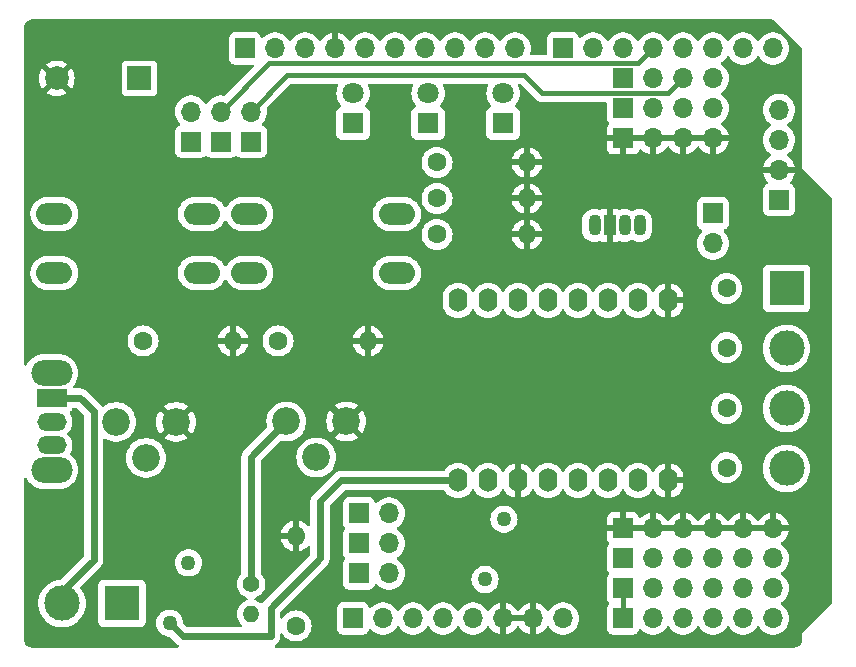
<source format=gbl>
%TF.GenerationSoftware,KiCad,Pcbnew,7.0.8-7.0.8~ubuntu22.04.1*%
%TF.CreationDate,2023-10-24T12:18:41+02:00*%
%TF.ProjectId,BATConcho,42415443-6f6e-4636-986f-2e6b69636164,rev?*%
%TF.SameCoordinates,Original*%
%TF.FileFunction,Copper,L2,Bot*%
%TF.FilePolarity,Positive*%
%FSLAX46Y46*%
G04 Gerber Fmt 4.6, Leading zero omitted, Abs format (unit mm)*
G04 Created by KiCad (PCBNEW 7.0.8-7.0.8~ubuntu22.04.1) date 2023-10-24 12:18:41*
%MOMM*%
%LPD*%
G01*
G04 APERTURE LIST*
%TA.AperFunction,ComponentPad*%
%ADD10R,1.700000X1.700000*%
%TD*%
%TA.AperFunction,ComponentPad*%
%ADD11O,1.700000X1.700000*%
%TD*%
%TA.AperFunction,ComponentPad*%
%ADD12C,1.600000*%
%TD*%
%TA.AperFunction,ComponentPad*%
%ADD13O,1.600000X1.600000*%
%TD*%
%TA.AperFunction,ComponentPad*%
%ADD14C,1.270000*%
%TD*%
%TA.AperFunction,ComponentPad*%
%ADD15O,1.070000X1.800000*%
%TD*%
%TA.AperFunction,ComponentPad*%
%ADD16R,1.070000X1.800000*%
%TD*%
%TA.AperFunction,ComponentPad*%
%ADD17O,3.048000X1.850000*%
%TD*%
%TA.AperFunction,ComponentPad*%
%ADD18C,2.340000*%
%TD*%
%TA.AperFunction,ComponentPad*%
%ADD19R,1.800000X1.800000*%
%TD*%
%TA.AperFunction,ComponentPad*%
%ADD20C,1.800000*%
%TD*%
%TA.AperFunction,ComponentPad*%
%ADD21C,1.400000*%
%TD*%
%TA.AperFunction,ComponentPad*%
%ADD22O,1.400000X1.400000*%
%TD*%
%TA.AperFunction,ComponentPad*%
%ADD23R,2.000000X2.000000*%
%TD*%
%TA.AperFunction,ComponentPad*%
%ADD24C,2.000000*%
%TD*%
%TA.AperFunction,ComponentPad*%
%ADD25O,3.500000X2.200000*%
%TD*%
%TA.AperFunction,ComponentPad*%
%ADD26R,2.500000X1.500000*%
%TD*%
%TA.AperFunction,ComponentPad*%
%ADD27O,2.500000X1.500000*%
%TD*%
%TA.AperFunction,ComponentPad*%
%ADD28R,3.000000X3.000000*%
%TD*%
%TA.AperFunction,ComponentPad*%
%ADD29C,3.000000*%
%TD*%
%TA.AperFunction,ComponentPad*%
%ADD30O,1.600000X2.000000*%
%TD*%
%TA.AperFunction,Conductor*%
%ADD31C,0.600000*%
%TD*%
%TA.AperFunction,Conductor*%
%ADD32C,0.400000*%
%TD*%
G04 APERTURE END LIST*
D10*
%TO.P,J4,1,Pin_1*%
%TO.N,unconnected-(J4-Pad1)*%
X127940000Y-97460000D03*
D11*
%TO.P,J4,2,Pin_2*%
%TO.N,/IOREF*%
X130480000Y-97460000D03*
%TO.P,J4,3,Pin_3*%
%TO.N,/~{RESET}*%
X133020000Y-97460000D03*
%TO.P,J4,4,Pin_4*%
%TO.N,Net-(F3-Pad1)*%
X135560000Y-97460000D03*
%TO.P,J4,5,Pin_5*%
%TO.N,Net-(F1-Pad1)*%
X138100000Y-97460000D03*
%TO.P,J4,6,Pin_6*%
%TO.N,GND*%
X140640000Y-97460000D03*
%TO.P,J4,7,Pin_7*%
X143180000Y-97460000D03*
%TO.P,J4,8,Pin_8*%
%TO.N,/Vin*%
X145720000Y-97460000D03*
%TD*%
D10*
%TO.P,J6,1,Pin_1*%
%TO.N,/A0*%
X150800000Y-97460000D03*
D11*
%TO.P,J6,2,Pin_2*%
%TO.N,/A1*%
X153340000Y-97460000D03*
%TO.P,J6,3,Pin_3*%
%TO.N,/A2*%
X155880000Y-97460000D03*
%TO.P,J6,4,Pin_4*%
%TO.N,/A3*%
X158420000Y-97460000D03*
%TO.P,J6,5,Pin_5*%
%TO.N,/SDA{slash}A4*%
X160960000Y-97460000D03*
%TO.P,J6,6,Pin_6*%
%TO.N,/SCL{slash}A5*%
X163500000Y-97460000D03*
%TD*%
D10*
%TO.P,J3,1,Pin_1*%
%TO.N,/SCL{slash}A5*%
X118796000Y-49200000D03*
D11*
%TO.P,J3,2,Pin_2*%
%TO.N,/SDA{slash}A4*%
X121336000Y-49200000D03*
%TO.P,J3,3,Pin_3*%
%TO.N,/AREF*%
X123876000Y-49200000D03*
%TO.P,J3,4,Pin_4*%
%TO.N,GND*%
X126416000Y-49200000D03*
%TO.P,J3,5,Pin_5*%
%TO.N,/13*%
X128956000Y-49200000D03*
%TO.P,J3,6,Pin_6*%
%TO.N,/12*%
X131496000Y-49200000D03*
%TO.P,J3,7,Pin_7*%
%TO.N,/\u002A11*%
X134036000Y-49200000D03*
%TO.P,J3,8,Pin_8*%
%TO.N,/\u002A10*%
X136576000Y-49200000D03*
%TO.P,J3,9,Pin_9*%
%TO.N,/\u002A9*%
X139116000Y-49200000D03*
%TO.P,J3,10,Pin_10*%
%TO.N,/8*%
X141656000Y-49200000D03*
%TD*%
D10*
%TO.P,J7,1,Pin_1*%
%TO.N,/7*%
X145720000Y-49200000D03*
D11*
%TO.P,J7,2,Pin_2*%
%TO.N,/\u002A6*%
X148260000Y-49200000D03*
%TO.P,J7,3,Pin_3*%
%TO.N,/\u002A5*%
X150800000Y-49200000D03*
%TO.P,J7,4,Pin_4*%
%TO.N,/4*%
X153340000Y-49200000D03*
%TO.P,J7,5,Pin_5*%
%TO.N,/\u002A3*%
X155880000Y-49200000D03*
%TO.P,J7,6,Pin_6*%
%TO.N,/2*%
X158420000Y-49200000D03*
%TO.P,J7,7,Pin_7*%
%TO.N,/TX{slash}1*%
X160960000Y-49200000D03*
%TO.P,J7,8,Pin_8*%
%TO.N,/RX{slash}0*%
X163500000Y-49200000D03*
%TD*%
D12*
%TO.P,R2,1*%
%TO.N,Net-(JP2-Pad1)*%
X123114000Y-98095000D03*
D13*
%TO.P,R2,2*%
%TO.N,GND*%
X123114000Y-90475000D03*
%TD*%
D10*
%TO.P,J10,1,Pin_1*%
%TO.N,GND*%
X150800000Y-89840000D03*
D11*
%TO.P,J10,2,Pin_2*%
X153340000Y-89840000D03*
%TO.P,J10,3,Pin_3*%
X155880000Y-89840000D03*
%TO.P,J10,4,Pin_4*%
X158420000Y-89840000D03*
%TO.P,J10,5,Pin_5*%
X160960000Y-89840000D03*
%TO.P,J10,6,Pin_6*%
X163500000Y-89840000D03*
%TD*%
D14*
%TO.P,F1,1*%
%TO.N,Net-(F1-Pad1)*%
X139116000Y-94158000D03*
%TO.P,F1,2*%
%TO.N,+5V*%
X140716000Y-89058000D03*
%TD*%
D10*
%TO.P,J11,1,Pin_1*%
%TO.N,/\u002A5*%
X150800000Y-51740000D03*
D11*
%TO.P,J11,2,Pin_2*%
%TO.N,/4*%
X153340000Y-51740000D03*
%TO.P,J11,3,Pin_3*%
%TO.N,/\u002A3*%
X155880000Y-51740000D03*
%TO.P,J11,4,Pin_4*%
%TO.N,/2*%
X158420000Y-51740000D03*
%TD*%
D15*
%TO.P,D4,1,DOUT*%
%TO.N,unconnected-(D4-Pad1)*%
X148392000Y-64186000D03*
D16*
%TO.P,D4,2,GND*%
%TO.N,GND*%
X149662000Y-64186000D03*
D15*
%TO.P,D4,3,VDD*%
%TO.N,+5V*%
X150932000Y-64186000D03*
%TO.P,D4,4,DIN*%
%TO.N,Net-(D4-Pad4)*%
X152202000Y-64186000D03*
%TD*%
D17*
%TO.P,SW2,1,1*%
%TO.N,Net-(JP6-Pad1)*%
X119160000Y-63210000D03*
X131660000Y-63210000D03*
%TO.P,SW2,2,2*%
%TO.N,+5V*%
X119160000Y-68210000D03*
X131660000Y-68210000D03*
%TD*%
D18*
%TO.P,RV2,1,1*%
%TO.N,+5V*%
X122290000Y-80776000D03*
%TO.P,RV2,2,2*%
%TO.N,Net-(JP5-Pad1)*%
X124830000Y-83824000D03*
%TO.P,RV2,3,3*%
%TO.N,GND*%
X127370000Y-80776000D03*
%TD*%
D19*
%TO.P,D2,1,K*%
%TO.N,Net-(D2-Pad1)*%
X134290000Y-55550000D03*
D20*
%TO.P,D2,2,A*%
%TO.N,/\u002A11*%
X134290000Y-53010000D03*
%TD*%
D10*
%TO.P,JP7,1,A*%
%TO.N,Net-(JP7-Pad1)*%
X116764000Y-57079000D03*
D11*
%TO.P,JP7,2,B*%
%TO.N,/4*%
X116764000Y-54539000D03*
%TD*%
D19*
%TO.P,D3,1,K*%
%TO.N,Net-(D3-Pad1)*%
X140640000Y-55550000D03*
D20*
%TO.P,D3,2,A*%
%TO.N,/\u002A10*%
X140640000Y-53010000D03*
%TD*%
D10*
%TO.P,JP2,1,A*%
%TO.N,Net-(JP2-Pad1)*%
X128448000Y-93650000D03*
D11*
%TO.P,JP2,2,B*%
%TO.N,/A0*%
X130988000Y-93650000D03*
%TD*%
D10*
%TO.P,J5,1,Pin_1*%
%TO.N,+5V*%
X164008000Y-62017000D03*
D11*
%TO.P,J5,2,Pin_2*%
%TO.N,GND*%
X164008000Y-59477000D03*
%TO.P,J5,3,Pin_3*%
%TO.N,/TX{slash}1*%
X164008000Y-56937000D03*
%TO.P,J5,4,Pin_4*%
%TO.N,/RX{slash}0*%
X164008000Y-54397000D03*
%TD*%
D10*
%TO.P,J13,1,Pin_1*%
%TO.N,GND*%
X150810000Y-56820000D03*
D11*
%TO.P,J13,2,Pin_2*%
X153350000Y-56820000D03*
%TO.P,J13,3,Pin_3*%
X155890000Y-56820000D03*
%TO.P,J13,4,Pin_4*%
X158430000Y-56820000D03*
%TD*%
D10*
%TO.P,J12,1,Pin_1*%
%TO.N,+5V*%
X150810000Y-54280000D03*
D11*
%TO.P,J12,2,Pin_2*%
X153350000Y-54280000D03*
%TO.P,J12,3,Pin_3*%
X155890000Y-54280000D03*
%TO.P,J12,4,Pin_4*%
X158430000Y-54280000D03*
%TD*%
D17*
%TO.P,SW3,1,1*%
%TO.N,Net-(JP7-Pad1)*%
X102650000Y-63210000D03*
X115150000Y-63210000D03*
%TO.P,SW3,2,2*%
%TO.N,+5V*%
X102650000Y-68210000D03*
X115150000Y-68210000D03*
%TD*%
D19*
%TO.P,D1,1,K*%
%TO.N,Net-(D1-Pad1)*%
X127940000Y-55550000D03*
D20*
%TO.P,D1,2,A*%
%TO.N,/12*%
X127940000Y-53010000D03*
%TD*%
D10*
%TO.P,JP6,1,A*%
%TO.N,Net-(JP6-Pad1)*%
X119304000Y-57079000D03*
D11*
%TO.P,JP6,2,B*%
%TO.N,/\u002A3*%
X119304000Y-54539000D03*
%TD*%
D12*
%TO.P,R7,1*%
%TO.N,Net-(JP7-Pad1)*%
X110160000Y-73965000D03*
D13*
%TO.P,R7,2*%
%TO.N,GND*%
X117780000Y-73965000D03*
%TD*%
D12*
%TO.P,C1,1*%
%TO.N,Net-(C1-Pad1)*%
X159563000Y-69520000D03*
%TO.P,C1,2*%
%TO.N,Net-(C1-Pad2)*%
X159563000Y-74520000D03*
%TD*%
%TO.P,C2,1*%
%TO.N,Net-(C2-Pad1)*%
X159563000Y-79680000D03*
%TO.P,C2,2*%
%TO.N,Net-(C2-Pad2)*%
X159563000Y-84680000D03*
%TD*%
%TO.P,R6,1*%
%TO.N,Net-(JP6-Pad1)*%
X121590000Y-73965000D03*
D13*
%TO.P,R6,2*%
%TO.N,GND*%
X129210000Y-73965000D03*
%TD*%
D10*
%TO.P,JP5,1,A*%
%TO.N,Net-(JP5-Pad1)*%
X128448000Y-88570000D03*
D11*
%TO.P,JP5,2,B*%
%TO.N,/A2*%
X130988000Y-88570000D03*
%TD*%
D12*
%TO.P,R3,1*%
%TO.N,Net-(D1-Pad1)*%
X135052000Y-58852000D03*
D13*
%TO.P,R3,2*%
%TO.N,GND*%
X142672000Y-58852000D03*
%TD*%
D21*
%TO.P,R1,1*%
%TO.N,+5V*%
X119304000Y-94539000D03*
D22*
%TO.P,R1,2*%
%TO.N,Net-(JP2-Pad1)*%
X119304000Y-97079000D03*
%TD*%
D10*
%TO.P,JP1,1,A*%
%TO.N,Net-(BZ1-Pad1)*%
X114224000Y-57079000D03*
D11*
%TO.P,JP1,2,B*%
%TO.N,/13*%
X114224000Y-54539000D03*
%TD*%
D14*
%TO.P,F2,1*%
%TO.N,Net-(F2-Pad1)*%
X112408000Y-97851000D03*
%TO.P,F2,2*%
%TO.N,/STUP_IN*%
X114008000Y-92751000D03*
%TD*%
D18*
%TO.P,RV1,1,1*%
%TO.N,+5V*%
X107874000Y-80823000D03*
%TO.P,RV1,2,2*%
%TO.N,Net-(JP3-Pad1)*%
X110414000Y-83871000D03*
%TO.P,RV1,3,3*%
%TO.N,GND*%
X112954000Y-80823000D03*
%TD*%
D23*
%TO.P,BZ1,1,-*%
%TO.N,Net-(BZ1-Pad1)*%
X109860000Y-51740000D03*
D24*
%TO.P,BZ1,2,+*%
%TO.N,GND*%
X102860000Y-51740000D03*
%TD*%
D25*
%TO.P,SW1,*%
%TO.N,*%
X102413000Y-76691000D03*
X102413000Y-84891000D03*
D26*
%TO.P,SW1,1,A*%
%TO.N,/+BAT*%
X102413000Y-78791000D03*
D27*
%TO.P,SW1,2,B*%
%TO.N,/STUP_IN*%
X102413000Y-80791000D03*
%TO.P,SW1,3*%
%TO.N,N/C*%
X102413000Y-82791000D03*
%TD*%
D28*
%TO.P,J2,1,Pin_1*%
%TO.N,Net-(C1-Pad1)*%
X164643000Y-69520000D03*
D29*
%TO.P,J2,2,Pin_2*%
%TO.N,Net-(C1-Pad2)*%
X164643000Y-74600000D03*
%TO.P,J2,3,Pin_3*%
%TO.N,Net-(C2-Pad1)*%
X164643000Y-79680000D03*
%TO.P,J2,4,Pin_4*%
%TO.N,Net-(C2-Pad2)*%
X164643000Y-84760000D03*
%TD*%
D28*
%TO.P,J1,1,Pin_1*%
%TO.N,/STUP_IN*%
X108382000Y-96190000D03*
D29*
%TO.P,J1,2,Pin_2*%
%TO.N,/+BAT*%
X103302000Y-96190000D03*
%TD*%
D12*
%TO.P,R4,1*%
%TO.N,Net-(D2-Pad1)*%
X135052000Y-61900000D03*
D13*
%TO.P,R4,2*%
%TO.N,GND*%
X142672000Y-61900000D03*
%TD*%
D12*
%TO.P,R5,1*%
%TO.N,Net-(D3-Pad1)*%
X135052000Y-64948000D03*
D13*
%TO.P,R5,2*%
%TO.N,GND*%
X142672000Y-64948000D03*
%TD*%
D10*
%TO.P,JP3,1,A*%
%TO.N,Net-(JP3-Pad1)*%
X128443000Y-91110000D03*
D11*
%TO.P,JP3,2,B*%
%TO.N,/A1*%
X130983000Y-91110000D03*
%TD*%
D10*
%TO.P,J8,1,Pin_1*%
%TO.N,/A0*%
X150800000Y-94920000D03*
D11*
%TO.P,J8,2,Pin_2*%
%TO.N,/A1*%
X153340000Y-94920000D03*
%TO.P,J8,3,Pin_3*%
%TO.N,/A2*%
X155880000Y-94920000D03*
%TO.P,J8,4,Pin_4*%
%TO.N,/A3*%
X158420000Y-94920000D03*
%TO.P,J8,5,Pin_5*%
%TO.N,/SDA{slash}A4*%
X160960000Y-94920000D03*
%TO.P,J8,6,Pin_6*%
%TO.N,/SCL{slash}A5*%
X163500000Y-94920000D03*
%TD*%
D30*
%TO.P,U1,1,VMOT*%
%TO.N,Net-(F2-Pad1)*%
X136830000Y-85776000D03*
%TO.P,U1,2,VCC*%
%TO.N,+5V*%
X139370000Y-85776000D03*
%TO.P,U1,3,GND*%
%TO.N,GND*%
X141910000Y-85776000D03*
%TO.P,U1,4,AO1*%
%TO.N,Net-(C1-Pad1)*%
X144450000Y-85776000D03*
%TO.P,U1,5,AO2*%
%TO.N,Net-(C1-Pad2)*%
X146990000Y-85776000D03*
%TO.P,U1,6,BO2*%
%TO.N,Net-(C2-Pad1)*%
X149530000Y-85776000D03*
%TO.P,U1,7,BO1*%
%TO.N,Net-(C2-Pad2)*%
X152070000Y-85776000D03*
%TO.P,U1,8,GND*%
%TO.N,GND*%
X154610000Y-85776000D03*
%TO.P,U1,9,GND*%
X154610000Y-70536000D03*
%TO.P,U1,10,PWMB*%
%TO.N,+5V*%
X152070000Y-70536000D03*
%TO.P,U1,11,BIN2*%
%TO.N,/\u002A6*%
X149530000Y-70536000D03*
%TO.P,U1,12,BIN1*%
%TO.N,/7*%
X146990000Y-70536000D03*
%TO.P,U1,13,STBY*%
%TO.N,+5V*%
X144450000Y-70536000D03*
%TO.P,U1,14,AIN1*%
%TO.N,/8*%
X141910000Y-70536000D03*
%TO.P,U1,15,AIN2*%
%TO.N,/\u002A9*%
X139370000Y-70536000D03*
%TO.P,U1,16,PWMA*%
%TO.N,+5V*%
X136830000Y-70536000D03*
%TD*%
D10*
%TO.P,JP4,1,A*%
%TO.N,/2*%
X158420000Y-63170000D03*
D11*
%TO.P,JP4,2,B*%
%TO.N,Net-(D4-Pad4)*%
X158420000Y-65710000D03*
%TD*%
D10*
%TO.P,J9,1,Pin_1*%
%TO.N,+5V*%
X150800000Y-92380000D03*
D11*
%TO.P,J9,2,Pin_2*%
X153340000Y-92380000D03*
%TO.P,J9,3,Pin_3*%
X155880000Y-92380000D03*
%TO.P,J9,4,Pin_4*%
X158420000Y-92380000D03*
%TO.P,J9,5,Pin_5*%
X160960000Y-92380000D03*
%TO.P,J9,6,Pin_6*%
X163500000Y-92380000D03*
%TD*%
D31*
%TO.N,+5V*%
X122290000Y-80776000D02*
X119304000Y-83762000D01*
X119304000Y-83762000D02*
X119304000Y-94539000D01*
D32*
%TO.N,/A0*%
X150800000Y-97460000D02*
X150800000Y-94920000D01*
%TO.N,/4*%
X152070000Y-50470000D02*
X120833000Y-50470000D01*
X153340000Y-49200000D02*
X152070000Y-50470000D01*
X120833000Y-50470000D02*
X116764000Y-54539000D01*
%TO.N,/\u002A3*%
X122357000Y-51486000D02*
X119304000Y-54539000D01*
X154610000Y-53010000D02*
X143942000Y-53010000D01*
X143942000Y-53010000D02*
X142418000Y-51486000D01*
X142418000Y-51486000D02*
X122357000Y-51486000D01*
X155880000Y-51740000D02*
X154610000Y-53010000D01*
D31*
%TO.N,Net-(F2-Pad1)*%
X120955000Y-96571000D02*
X120955000Y-98984000D01*
X120955000Y-98984000D02*
X113541000Y-98984000D01*
X113541000Y-98984000D02*
X112408000Y-97851000D01*
X126924000Y-85776000D02*
X125146000Y-87554000D01*
X125146000Y-87554000D02*
X125146000Y-92380000D01*
X136830000Y-85776000D02*
X126924000Y-85776000D01*
X125146000Y-92380000D02*
X120955000Y-96571000D01*
%TO.N,/+BAT*%
X105969000Y-79934000D02*
X105969000Y-92507000D01*
X102413000Y-78791000D02*
X104826000Y-78791000D01*
X104826000Y-78791000D02*
X105969000Y-79934000D01*
X103302000Y-95174000D02*
X103302000Y-96190000D01*
X105969000Y-92507000D02*
X103302000Y-95174000D01*
%TD*%
%TA.AperFunction,Conductor*%
%TO.N,GND*%
G36*
X142720507Y-97250156D02*
G01*
X142680000Y-97388111D01*
X142680000Y-97531889D01*
X142720507Y-97669844D01*
X142748884Y-97714000D01*
X141071116Y-97714000D01*
X141099493Y-97669844D01*
X141140000Y-97531889D01*
X141140000Y-97388111D01*
X141099493Y-97250156D01*
X141071116Y-97206000D01*
X142748884Y-97206000D01*
X142720507Y-97250156D01*
G37*
%TD.AperFunction*%
%TA.AperFunction,Conductor*%
G36*
X152880507Y-89630156D02*
G01*
X152840000Y-89768111D01*
X152840000Y-89911889D01*
X152880507Y-90049844D01*
X152908884Y-90094000D01*
X151231116Y-90094000D01*
X151259493Y-90049844D01*
X151300000Y-89911889D01*
X151300000Y-89768111D01*
X151259493Y-89630156D01*
X151231116Y-89586000D01*
X152908884Y-89586000D01*
X152880507Y-89630156D01*
G37*
%TD.AperFunction*%
%TA.AperFunction,Conductor*%
G36*
X155420507Y-89630156D02*
G01*
X155380000Y-89768111D01*
X155380000Y-89911889D01*
X155420507Y-90049844D01*
X155448884Y-90094000D01*
X153771116Y-90094000D01*
X153799493Y-90049844D01*
X153840000Y-89911889D01*
X153840000Y-89768111D01*
X153799493Y-89630156D01*
X153771116Y-89586000D01*
X155448884Y-89586000D01*
X155420507Y-89630156D01*
G37*
%TD.AperFunction*%
%TA.AperFunction,Conductor*%
G36*
X157960507Y-89630156D02*
G01*
X157920000Y-89768111D01*
X157920000Y-89911889D01*
X157960507Y-90049844D01*
X157988884Y-90094000D01*
X156311116Y-90094000D01*
X156339493Y-90049844D01*
X156380000Y-89911889D01*
X156380000Y-89768111D01*
X156339493Y-89630156D01*
X156311116Y-89586000D01*
X157988884Y-89586000D01*
X157960507Y-89630156D01*
G37*
%TD.AperFunction*%
%TA.AperFunction,Conductor*%
G36*
X160500507Y-89630156D02*
G01*
X160460000Y-89768111D01*
X160460000Y-89911889D01*
X160500507Y-90049844D01*
X160528884Y-90094000D01*
X158851116Y-90094000D01*
X158879493Y-90049844D01*
X158920000Y-89911889D01*
X158920000Y-89768111D01*
X158879493Y-89630156D01*
X158851116Y-89586000D01*
X160528884Y-89586000D01*
X160500507Y-89630156D01*
G37*
%TD.AperFunction*%
%TA.AperFunction,Conductor*%
G36*
X163040507Y-89630156D02*
G01*
X163000000Y-89768111D01*
X163000000Y-89911889D01*
X163040507Y-90049844D01*
X163068884Y-90094000D01*
X161391116Y-90094000D01*
X161419493Y-90049844D01*
X161460000Y-89911889D01*
X161460000Y-89768111D01*
X161419493Y-89630156D01*
X161391116Y-89586000D01*
X163068884Y-89586000D01*
X163040507Y-89630156D01*
G37*
%TD.AperFunction*%
%TA.AperFunction,Conductor*%
G36*
X152890507Y-56610156D02*
G01*
X152850000Y-56748111D01*
X152850000Y-56891889D01*
X152890507Y-57029844D01*
X152918884Y-57074000D01*
X151241116Y-57074000D01*
X151269493Y-57029844D01*
X151310000Y-56891889D01*
X151310000Y-56748111D01*
X151269493Y-56610156D01*
X151241116Y-56566000D01*
X152918884Y-56566000D01*
X152890507Y-56610156D01*
G37*
%TD.AperFunction*%
%TA.AperFunction,Conductor*%
G36*
X155430507Y-56610156D02*
G01*
X155390000Y-56748111D01*
X155390000Y-56891889D01*
X155430507Y-57029844D01*
X155458884Y-57074000D01*
X153781116Y-57074000D01*
X153809493Y-57029844D01*
X153850000Y-56891889D01*
X153850000Y-56748111D01*
X153809493Y-56610156D01*
X153781116Y-56566000D01*
X155458884Y-56566000D01*
X155430507Y-56610156D01*
G37*
%TD.AperFunction*%
%TA.AperFunction,Conductor*%
G36*
X157970507Y-56610156D02*
G01*
X157930000Y-56748111D01*
X157930000Y-56891889D01*
X157970507Y-57029844D01*
X157998884Y-57074000D01*
X156321116Y-57074000D01*
X156349493Y-57029844D01*
X156390000Y-56891889D01*
X156390000Y-56748111D01*
X156349493Y-56610156D01*
X156321116Y-56566000D01*
X157998884Y-56566000D01*
X157970507Y-56610156D01*
G37*
%TD.AperFunction*%
%TA.AperFunction,Conductor*%
G36*
X163484658Y-46755502D02*
G01*
X163505632Y-46772405D01*
X165927595Y-49194368D01*
X165961621Y-49256680D01*
X165964500Y-49283463D01*
X165964500Y-59314756D01*
X165961949Y-59334134D01*
X165964260Y-59360555D01*
X165964500Y-59366047D01*
X165964500Y-59373311D01*
X165965762Y-59380471D01*
X165966479Y-59385919D01*
X165967182Y-59393956D01*
X165971652Y-59403541D01*
X165978451Y-59411644D01*
X165978452Y-59411645D01*
X165979243Y-59412102D01*
X165979273Y-59412119D01*
X166005372Y-59432145D01*
X168467595Y-61894368D01*
X168501621Y-61956680D01*
X168504500Y-61983463D01*
X168504500Y-96106535D01*
X168484498Y-96174656D01*
X168467595Y-96195630D01*
X166018604Y-98644620D01*
X166003101Y-98656517D01*
X165986058Y-98676826D01*
X165982352Y-98680871D01*
X165977201Y-98686022D01*
X165973030Y-98691980D01*
X165969686Y-98696339D01*
X165964499Y-98702520D01*
X165960882Y-98712458D01*
X165959960Y-98722997D01*
X165960206Y-98723915D01*
X165964500Y-98756530D01*
X165964500Y-99234905D01*
X165964196Y-99241084D01*
X165952525Y-99359581D01*
X165947706Y-99383807D01*
X165915845Y-99488836D01*
X165906393Y-99511654D01*
X165854652Y-99608456D01*
X165840929Y-99628993D01*
X165826458Y-99646628D01*
X165771301Y-99713836D01*
X165753836Y-99731301D01*
X165668995Y-99800929D01*
X165648456Y-99814652D01*
X165551654Y-99866393D01*
X165528836Y-99875845D01*
X165423807Y-99907706D01*
X165399581Y-99912525D01*
X165281085Y-99924196D01*
X165274906Y-99924500D01*
X121415205Y-99924500D01*
X121347084Y-99904498D01*
X121300591Y-99850842D01*
X121290487Y-99780568D01*
X121319981Y-99715988D01*
X121348169Y-99691813D01*
X121462279Y-99620112D01*
X121462281Y-99620111D01*
X121591111Y-99491281D01*
X121591112Y-99491279D01*
X121658642Y-99383807D01*
X121688043Y-99337015D01*
X121748217Y-99165047D01*
X121763500Y-99029406D01*
X121763500Y-99029405D01*
X121768616Y-98984000D01*
X121763895Y-98942107D01*
X121763500Y-98935051D01*
X121763500Y-98847207D01*
X121783502Y-98779086D01*
X121837158Y-98732593D01*
X121907432Y-98722489D01*
X121972012Y-98751983D01*
X121992711Y-98774934D01*
X122018657Y-98811988D01*
X122107307Y-98938594D01*
X122107802Y-98939300D01*
X122269700Y-99101198D01*
X122457251Y-99232523D01*
X122664757Y-99329284D01*
X122885913Y-99388543D01*
X123114000Y-99408498D01*
X123342087Y-99388543D01*
X123563243Y-99329284D01*
X123770749Y-99232523D01*
X123958300Y-99101198D01*
X124120198Y-98939300D01*
X124251523Y-98751749D01*
X124348284Y-98544243D01*
X124398014Y-98358649D01*
X126581500Y-98358649D01*
X126588009Y-98419196D01*
X126588011Y-98419204D01*
X126639110Y-98556202D01*
X126639112Y-98556207D01*
X126726738Y-98673261D01*
X126843792Y-98760887D01*
X126843794Y-98760888D01*
X126843796Y-98760889D01*
X126897600Y-98780957D01*
X126980795Y-98811988D01*
X126980803Y-98811990D01*
X127041350Y-98818499D01*
X127041355Y-98818499D01*
X127041362Y-98818500D01*
X127041368Y-98818500D01*
X128838632Y-98818500D01*
X128838638Y-98818500D01*
X128838645Y-98818499D01*
X128838649Y-98818499D01*
X128899196Y-98811990D01*
X128899199Y-98811989D01*
X128899201Y-98811989D01*
X129036204Y-98760889D01*
X129085596Y-98723915D01*
X129153261Y-98673261D01*
X129240886Y-98556208D01*
X129240885Y-98556208D01*
X129240889Y-98556204D01*
X129284999Y-98437939D01*
X129327545Y-98381107D01*
X129394066Y-98356296D01*
X129463440Y-98371388D01*
X129495753Y-98396635D01*
X129516529Y-98419204D01*
X129556762Y-98462908D01*
X129611331Y-98505381D01*
X129734424Y-98601189D01*
X129932426Y-98708342D01*
X129932427Y-98708342D01*
X129932428Y-98708343D01*
X130024468Y-98739940D01*
X130145365Y-98781444D01*
X130367431Y-98818500D01*
X130367435Y-98818500D01*
X130592565Y-98818500D01*
X130592569Y-98818500D01*
X130814635Y-98781444D01*
X131027574Y-98708342D01*
X131225576Y-98601189D01*
X131403240Y-98462906D01*
X131555722Y-98297268D01*
X131555927Y-98296955D01*
X131620250Y-98198500D01*
X131644518Y-98161354D01*
X131698520Y-98115268D01*
X131768868Y-98105692D01*
X131833225Y-98135669D01*
X131855480Y-98161353D01*
X131875495Y-98191988D01*
X131944275Y-98297265D01*
X131944279Y-98297270D01*
X132096762Y-98462908D01*
X132151331Y-98505381D01*
X132274424Y-98601189D01*
X132472426Y-98708342D01*
X132472427Y-98708342D01*
X132472428Y-98708343D01*
X132564468Y-98739940D01*
X132685365Y-98781444D01*
X132907431Y-98818500D01*
X132907435Y-98818500D01*
X133132565Y-98818500D01*
X133132569Y-98818500D01*
X133354635Y-98781444D01*
X133567574Y-98708342D01*
X133765576Y-98601189D01*
X133943240Y-98462906D01*
X134095722Y-98297268D01*
X134095927Y-98296955D01*
X134160250Y-98198500D01*
X134184518Y-98161354D01*
X134238520Y-98115268D01*
X134308868Y-98105692D01*
X134373225Y-98135669D01*
X134395480Y-98161353D01*
X134415495Y-98191988D01*
X134484275Y-98297265D01*
X134484279Y-98297270D01*
X134636762Y-98462908D01*
X134691331Y-98505381D01*
X134814424Y-98601189D01*
X135012426Y-98708342D01*
X135012427Y-98708342D01*
X135012428Y-98708343D01*
X135104468Y-98739940D01*
X135225365Y-98781444D01*
X135447431Y-98818500D01*
X135447435Y-98818500D01*
X135672565Y-98818500D01*
X135672569Y-98818500D01*
X135894635Y-98781444D01*
X136107574Y-98708342D01*
X136305576Y-98601189D01*
X136483240Y-98462906D01*
X136635722Y-98297268D01*
X136635927Y-98296955D01*
X136700250Y-98198500D01*
X136724518Y-98161354D01*
X136778520Y-98115268D01*
X136848868Y-98105692D01*
X136913225Y-98135669D01*
X136935480Y-98161353D01*
X136955495Y-98191988D01*
X137024275Y-98297265D01*
X137024279Y-98297270D01*
X137176762Y-98462908D01*
X137231331Y-98505381D01*
X137354424Y-98601189D01*
X137552426Y-98708342D01*
X137552427Y-98708342D01*
X137552428Y-98708343D01*
X137644468Y-98739940D01*
X137765365Y-98781444D01*
X137987431Y-98818500D01*
X137987435Y-98818500D01*
X138212565Y-98818500D01*
X138212569Y-98818500D01*
X138434635Y-98781444D01*
X138647574Y-98708342D01*
X138845576Y-98601189D01*
X139023240Y-98462906D01*
X139175722Y-98297268D01*
X139175927Y-98296955D01*
X139255277Y-98175500D01*
X139264816Y-98160898D01*
X139318819Y-98114810D01*
X139389167Y-98105235D01*
X139453524Y-98135212D01*
X139475782Y-98160898D01*
X139564674Y-98296958D01*
X139717097Y-98462534D01*
X139894698Y-98600767D01*
X139894699Y-98600768D01*
X140092628Y-98707882D01*
X140092630Y-98707883D01*
X140305483Y-98780955D01*
X140305492Y-98780957D01*
X140386000Y-98794391D01*
X140386000Y-97893674D01*
X140497685Y-97944680D01*
X140604237Y-97960000D01*
X140675763Y-97960000D01*
X140782315Y-97944680D01*
X140894000Y-97893674D01*
X140894000Y-98794390D01*
X140974507Y-98780957D01*
X140974516Y-98780955D01*
X141187369Y-98707883D01*
X141187371Y-98707882D01*
X141385300Y-98600768D01*
X141385301Y-98600767D01*
X141562902Y-98462534D01*
X141715327Y-98296955D01*
X141804517Y-98160441D01*
X141858521Y-98114352D01*
X141928868Y-98104777D01*
X141993226Y-98134754D01*
X142015483Y-98160441D01*
X142104672Y-98296955D01*
X142257097Y-98462534D01*
X142434698Y-98600767D01*
X142434699Y-98600768D01*
X142632628Y-98707882D01*
X142632630Y-98707883D01*
X142845483Y-98780955D01*
X142845492Y-98780957D01*
X142926000Y-98794391D01*
X142926000Y-97893674D01*
X143037685Y-97944680D01*
X143144237Y-97960000D01*
X143215763Y-97960000D01*
X143322315Y-97944680D01*
X143434000Y-97893674D01*
X143434000Y-98794390D01*
X143514507Y-98780957D01*
X143514516Y-98780955D01*
X143727369Y-98707883D01*
X143727371Y-98707882D01*
X143925300Y-98600768D01*
X143925301Y-98600767D01*
X144102902Y-98462534D01*
X144255327Y-98296955D01*
X144344217Y-98160899D01*
X144398220Y-98114810D01*
X144468568Y-98105235D01*
X144532925Y-98135212D01*
X144555183Y-98160898D01*
X144644279Y-98297270D01*
X144796762Y-98462908D01*
X144851331Y-98505381D01*
X144974424Y-98601189D01*
X145172426Y-98708342D01*
X145172427Y-98708342D01*
X145172428Y-98708343D01*
X145264468Y-98739940D01*
X145385365Y-98781444D01*
X145607431Y-98818500D01*
X145607435Y-98818500D01*
X145832565Y-98818500D01*
X145832569Y-98818500D01*
X146054635Y-98781444D01*
X146267574Y-98708342D01*
X146465576Y-98601189D01*
X146643240Y-98462906D01*
X146739216Y-98358649D01*
X149441500Y-98358649D01*
X149448009Y-98419196D01*
X149448011Y-98419204D01*
X149499110Y-98556202D01*
X149499112Y-98556207D01*
X149586738Y-98673261D01*
X149703792Y-98760887D01*
X149703794Y-98760888D01*
X149703796Y-98760889D01*
X149757600Y-98780957D01*
X149840795Y-98811988D01*
X149840803Y-98811990D01*
X149901350Y-98818499D01*
X149901355Y-98818499D01*
X149901362Y-98818500D01*
X149901368Y-98818500D01*
X151698632Y-98818500D01*
X151698638Y-98818500D01*
X151698645Y-98818499D01*
X151698649Y-98818499D01*
X151759196Y-98811990D01*
X151759199Y-98811989D01*
X151759201Y-98811989D01*
X151896204Y-98760889D01*
X151945596Y-98723915D01*
X152013261Y-98673261D01*
X152100886Y-98556208D01*
X152100885Y-98556208D01*
X152100889Y-98556204D01*
X152144999Y-98437939D01*
X152187545Y-98381107D01*
X152254066Y-98356296D01*
X152323440Y-98371388D01*
X152355753Y-98396635D01*
X152376529Y-98419204D01*
X152416762Y-98462908D01*
X152471331Y-98505381D01*
X152594424Y-98601189D01*
X152792426Y-98708342D01*
X152792427Y-98708342D01*
X152792428Y-98708343D01*
X152884468Y-98739940D01*
X153005365Y-98781444D01*
X153227431Y-98818500D01*
X153227435Y-98818500D01*
X153452565Y-98818500D01*
X153452569Y-98818500D01*
X153674635Y-98781444D01*
X153887574Y-98708342D01*
X154085576Y-98601189D01*
X154263240Y-98462906D01*
X154415722Y-98297268D01*
X154415927Y-98296955D01*
X154480250Y-98198500D01*
X154504518Y-98161354D01*
X154558520Y-98115268D01*
X154628868Y-98105692D01*
X154693225Y-98135669D01*
X154715480Y-98161353D01*
X154735495Y-98191988D01*
X154804275Y-98297265D01*
X154804279Y-98297270D01*
X154956762Y-98462908D01*
X155011331Y-98505381D01*
X155134424Y-98601189D01*
X155332426Y-98708342D01*
X155332427Y-98708342D01*
X155332428Y-98708343D01*
X155424468Y-98739940D01*
X155545365Y-98781444D01*
X155767431Y-98818500D01*
X155767435Y-98818500D01*
X155992565Y-98818500D01*
X155992569Y-98818500D01*
X156214635Y-98781444D01*
X156427574Y-98708342D01*
X156625576Y-98601189D01*
X156803240Y-98462906D01*
X156955722Y-98297268D01*
X156955927Y-98296955D01*
X157020250Y-98198500D01*
X157044518Y-98161354D01*
X157098520Y-98115268D01*
X157168868Y-98105692D01*
X157233225Y-98135669D01*
X157255480Y-98161353D01*
X157275495Y-98191988D01*
X157344275Y-98297265D01*
X157344279Y-98297270D01*
X157496762Y-98462908D01*
X157551331Y-98505381D01*
X157674424Y-98601189D01*
X157872426Y-98708342D01*
X157872427Y-98708342D01*
X157872428Y-98708343D01*
X157964468Y-98739940D01*
X158085365Y-98781444D01*
X158307431Y-98818500D01*
X158307435Y-98818500D01*
X158532565Y-98818500D01*
X158532569Y-98818500D01*
X158754635Y-98781444D01*
X158967574Y-98708342D01*
X159165576Y-98601189D01*
X159343240Y-98462906D01*
X159495722Y-98297268D01*
X159495927Y-98296955D01*
X159560250Y-98198500D01*
X159584518Y-98161354D01*
X159638520Y-98115268D01*
X159708868Y-98105692D01*
X159773225Y-98135669D01*
X159795480Y-98161353D01*
X159815495Y-98191988D01*
X159884275Y-98297265D01*
X159884279Y-98297270D01*
X160036762Y-98462908D01*
X160091331Y-98505381D01*
X160214424Y-98601189D01*
X160412426Y-98708342D01*
X160412427Y-98708342D01*
X160412428Y-98708343D01*
X160504468Y-98739940D01*
X160625365Y-98781444D01*
X160847431Y-98818500D01*
X160847435Y-98818500D01*
X161072565Y-98818500D01*
X161072569Y-98818500D01*
X161294635Y-98781444D01*
X161507574Y-98708342D01*
X161705576Y-98601189D01*
X161883240Y-98462906D01*
X162035722Y-98297268D01*
X162035927Y-98296955D01*
X162100250Y-98198500D01*
X162124518Y-98161354D01*
X162178520Y-98115268D01*
X162248868Y-98105692D01*
X162313225Y-98135669D01*
X162335480Y-98161353D01*
X162355495Y-98191988D01*
X162424275Y-98297265D01*
X162424279Y-98297270D01*
X162576762Y-98462908D01*
X162631331Y-98505381D01*
X162754424Y-98601189D01*
X162952426Y-98708342D01*
X162952427Y-98708342D01*
X162952428Y-98708343D01*
X163044468Y-98739940D01*
X163165365Y-98781444D01*
X163387431Y-98818500D01*
X163387435Y-98818500D01*
X163612565Y-98818500D01*
X163612569Y-98818500D01*
X163834635Y-98781444D01*
X164047574Y-98708342D01*
X164245576Y-98601189D01*
X164423240Y-98462906D01*
X164575722Y-98297268D01*
X164575927Y-98296955D01*
X164644504Y-98191989D01*
X164698860Y-98108791D01*
X164789296Y-97902616D01*
X164844564Y-97684368D01*
X164863156Y-97460000D01*
X164844564Y-97235632D01*
X164804476Y-97077329D01*
X164789297Y-97017387D01*
X164789296Y-97017386D01*
X164789296Y-97017384D01*
X164698860Y-96811209D01*
X164681500Y-96784637D01*
X164575724Y-96622734D01*
X164575720Y-96622729D01*
X164429704Y-96464116D01*
X164423240Y-96457094D01*
X164423239Y-96457093D01*
X164423237Y-96457091D01*
X164303367Y-96363792D01*
X164245576Y-96318811D01*
X164212319Y-96300813D01*
X164161929Y-96250802D01*
X164146576Y-96181485D01*
X164171136Y-96114872D01*
X164212320Y-96079186D01*
X164245576Y-96061189D01*
X164423240Y-95922906D01*
X164575722Y-95757268D01*
X164698860Y-95568791D01*
X164789296Y-95362616D01*
X164844564Y-95144368D01*
X164863156Y-94920000D01*
X164844564Y-94695632D01*
X164827423Y-94627942D01*
X164789297Y-94477387D01*
X164789296Y-94477386D01*
X164789296Y-94477384D01*
X164698860Y-94271209D01*
X164681500Y-94244637D01*
X164575724Y-94082734D01*
X164575720Y-94082729D01*
X164423237Y-93917091D01*
X164303367Y-93823792D01*
X164245576Y-93778811D01*
X164212319Y-93760813D01*
X164161929Y-93710802D01*
X164146576Y-93641485D01*
X164171136Y-93574872D01*
X164212320Y-93539186D01*
X164245576Y-93521189D01*
X164423240Y-93382906D01*
X164575722Y-93217268D01*
X164698860Y-93028791D01*
X164789296Y-92822616D01*
X164844564Y-92604368D01*
X164863156Y-92380000D01*
X164844564Y-92155632D01*
X164825921Y-92082013D01*
X164789297Y-91937387D01*
X164789296Y-91937386D01*
X164789296Y-91937384D01*
X164698860Y-91731209D01*
X164681500Y-91704637D01*
X164575724Y-91542734D01*
X164575720Y-91542729D01*
X164423237Y-91377091D01*
X164341382Y-91313381D01*
X164245576Y-91238811D01*
X164211792Y-91220528D01*
X164161402Y-91170516D01*
X164146050Y-91101199D01*
X164170610Y-91034586D01*
X164211793Y-90998901D01*
X164245300Y-90980767D01*
X164245301Y-90980767D01*
X164422902Y-90842534D01*
X164575325Y-90676958D01*
X164698419Y-90488548D01*
X164788820Y-90282456D01*
X164788823Y-90282449D01*
X164836544Y-90094000D01*
X163931116Y-90094000D01*
X163959493Y-90049844D01*
X164000000Y-89911889D01*
X164000000Y-89768111D01*
X163959493Y-89630156D01*
X163931116Y-89586000D01*
X164836544Y-89586000D01*
X164836544Y-89585999D01*
X164788823Y-89397550D01*
X164788820Y-89397543D01*
X164698419Y-89191451D01*
X164575325Y-89003041D01*
X164422902Y-88837465D01*
X164245301Y-88699232D01*
X164245300Y-88699231D01*
X164047371Y-88592117D01*
X164047369Y-88592116D01*
X163834512Y-88519043D01*
X163834501Y-88519040D01*
X163754000Y-88505606D01*
X163754000Y-89406325D01*
X163642315Y-89355320D01*
X163535763Y-89340000D01*
X163464237Y-89340000D01*
X163357685Y-89355320D01*
X163246000Y-89406325D01*
X163246000Y-88505607D01*
X163245999Y-88505606D01*
X163165498Y-88519040D01*
X163165487Y-88519043D01*
X162952630Y-88592116D01*
X162952628Y-88592117D01*
X162754699Y-88699231D01*
X162754698Y-88699232D01*
X162577097Y-88837465D01*
X162424674Y-89003042D01*
X162335483Y-89139559D01*
X162281479Y-89185647D01*
X162211131Y-89195222D01*
X162146774Y-89165244D01*
X162124517Y-89139559D01*
X162035325Y-89003042D01*
X161882902Y-88837465D01*
X161705301Y-88699232D01*
X161705300Y-88699231D01*
X161507371Y-88592117D01*
X161507369Y-88592116D01*
X161294512Y-88519043D01*
X161294501Y-88519040D01*
X161214000Y-88505606D01*
X161214000Y-89406325D01*
X161102315Y-89355320D01*
X160995763Y-89340000D01*
X160924237Y-89340000D01*
X160817685Y-89355320D01*
X160706000Y-89406325D01*
X160706000Y-88505607D01*
X160705999Y-88505606D01*
X160625498Y-88519040D01*
X160625487Y-88519043D01*
X160412630Y-88592116D01*
X160412628Y-88592117D01*
X160214699Y-88699231D01*
X160214698Y-88699232D01*
X160037097Y-88837465D01*
X159884674Y-89003042D01*
X159795483Y-89139559D01*
X159741479Y-89185647D01*
X159671131Y-89195222D01*
X159606774Y-89165244D01*
X159584517Y-89139559D01*
X159495325Y-89003042D01*
X159342902Y-88837465D01*
X159165301Y-88699232D01*
X159165300Y-88699231D01*
X158967371Y-88592117D01*
X158967369Y-88592116D01*
X158754512Y-88519043D01*
X158754501Y-88519040D01*
X158674000Y-88505606D01*
X158674000Y-89406325D01*
X158562315Y-89355320D01*
X158455763Y-89340000D01*
X158384237Y-89340000D01*
X158277685Y-89355320D01*
X158166000Y-89406325D01*
X158166000Y-88505607D01*
X158165999Y-88505606D01*
X158085498Y-88519040D01*
X158085487Y-88519043D01*
X157872630Y-88592116D01*
X157872628Y-88592117D01*
X157674699Y-88699231D01*
X157674698Y-88699232D01*
X157497097Y-88837465D01*
X157344674Y-89003042D01*
X157255483Y-89139559D01*
X157201479Y-89185647D01*
X157131131Y-89195222D01*
X157066774Y-89165244D01*
X157044517Y-89139559D01*
X156955325Y-89003042D01*
X156802902Y-88837465D01*
X156625301Y-88699232D01*
X156625300Y-88699231D01*
X156427371Y-88592117D01*
X156427369Y-88592116D01*
X156214512Y-88519043D01*
X156214501Y-88519040D01*
X156134000Y-88505606D01*
X156134000Y-89406325D01*
X156022315Y-89355320D01*
X155915763Y-89340000D01*
X155844237Y-89340000D01*
X155737685Y-89355320D01*
X155626000Y-89406325D01*
X155626000Y-88505607D01*
X155625999Y-88505606D01*
X155545498Y-88519040D01*
X155545487Y-88519043D01*
X155332630Y-88592116D01*
X155332628Y-88592117D01*
X155134699Y-88699231D01*
X155134698Y-88699232D01*
X154957097Y-88837465D01*
X154804674Y-89003042D01*
X154715483Y-89139559D01*
X154661479Y-89185647D01*
X154591131Y-89195222D01*
X154526774Y-89165244D01*
X154504517Y-89139559D01*
X154415325Y-89003042D01*
X154262902Y-88837465D01*
X154085301Y-88699232D01*
X154085300Y-88699231D01*
X153887371Y-88592117D01*
X153887369Y-88592116D01*
X153674512Y-88519043D01*
X153674501Y-88519040D01*
X153594000Y-88505606D01*
X153594000Y-89406325D01*
X153482315Y-89355320D01*
X153375763Y-89340000D01*
X153304237Y-89340000D01*
X153197685Y-89355320D01*
X153086000Y-89406325D01*
X153086000Y-88505607D01*
X153085999Y-88505606D01*
X153005498Y-88519040D01*
X153005487Y-88519043D01*
X152792630Y-88592116D01*
X152792628Y-88592117D01*
X152594699Y-88699231D01*
X152594698Y-88699232D01*
X152417093Y-88837468D01*
X152355571Y-88904300D01*
X152294718Y-88940871D01*
X152223754Y-88938738D01*
X152165208Y-88898576D01*
X152144814Y-88862995D01*
X152100444Y-88744035D01*
X152100444Y-88744034D01*
X152012904Y-88627095D01*
X151895965Y-88539555D01*
X151759093Y-88488505D01*
X151698597Y-88482000D01*
X151054000Y-88482000D01*
X151054000Y-89406325D01*
X150942315Y-89355320D01*
X150835763Y-89340000D01*
X150764237Y-89340000D01*
X150657685Y-89355320D01*
X150546000Y-89406325D01*
X150546000Y-88482000D01*
X149901402Y-88482000D01*
X149840906Y-88488505D01*
X149704035Y-88539555D01*
X149704034Y-88539555D01*
X149587095Y-88627095D01*
X149499555Y-88744034D01*
X149499555Y-88744035D01*
X149448505Y-88880906D01*
X149442000Y-88941402D01*
X149442000Y-89586000D01*
X150368884Y-89586000D01*
X150340507Y-89630156D01*
X150300000Y-89768111D01*
X150300000Y-89911889D01*
X150340507Y-90049844D01*
X150368884Y-90094000D01*
X149442000Y-90094000D01*
X149442000Y-90738597D01*
X149448505Y-90799093D01*
X149499555Y-90935964D01*
X149499556Y-90935966D01*
X149572999Y-91034072D01*
X149597811Y-91100592D01*
X149582720Y-91169966D01*
X149573000Y-91185091D01*
X149499112Y-91283792D01*
X149499110Y-91283797D01*
X149448011Y-91420795D01*
X149448009Y-91420803D01*
X149441500Y-91481350D01*
X149441500Y-93278649D01*
X149448009Y-93339196D01*
X149448011Y-93339204D01*
X149499110Y-93476202D01*
X149499112Y-93476207D01*
X149572687Y-93574491D01*
X149597498Y-93641011D01*
X149582407Y-93710385D01*
X149572687Y-93725509D01*
X149499112Y-93823792D01*
X149499110Y-93823797D01*
X149448011Y-93960795D01*
X149448009Y-93960803D01*
X149441500Y-94021350D01*
X149441500Y-95818649D01*
X149448009Y-95879196D01*
X149448011Y-95879204D01*
X149499110Y-96016202D01*
X149499112Y-96016207D01*
X149572687Y-96114491D01*
X149597498Y-96181011D01*
X149582407Y-96250385D01*
X149572687Y-96265509D01*
X149499112Y-96363792D01*
X149499110Y-96363797D01*
X149448011Y-96500795D01*
X149448009Y-96500803D01*
X149441500Y-96561350D01*
X149441500Y-98358649D01*
X146739216Y-98358649D01*
X146795722Y-98297268D01*
X146795927Y-98296955D01*
X146864504Y-98191989D01*
X146918860Y-98108791D01*
X147009296Y-97902616D01*
X147064564Y-97684368D01*
X147083156Y-97460000D01*
X147064564Y-97235632D01*
X147024476Y-97077329D01*
X147009297Y-97017387D01*
X147009296Y-97017386D01*
X147009296Y-97017384D01*
X146918860Y-96811209D01*
X146901500Y-96784637D01*
X146795724Y-96622734D01*
X146795720Y-96622729D01*
X146649704Y-96464116D01*
X146643240Y-96457094D01*
X146643239Y-96457093D01*
X146643237Y-96457091D01*
X146523367Y-96363792D01*
X146465576Y-96318811D01*
X146267574Y-96211658D01*
X146267572Y-96211657D01*
X146267571Y-96211656D01*
X146054639Y-96138557D01*
X146054630Y-96138555D01*
X145977029Y-96125606D01*
X145832569Y-96101500D01*
X145607431Y-96101500D01*
X145462971Y-96125606D01*
X145385369Y-96138555D01*
X145385360Y-96138557D01*
X145172428Y-96211656D01*
X145172426Y-96211658D01*
X144974432Y-96318807D01*
X144974426Y-96318810D01*
X144974424Y-96318811D01*
X144796762Y-96457091D01*
X144644279Y-96622729D01*
X144555183Y-96759101D01*
X144501179Y-96805189D01*
X144430831Y-96814764D01*
X144366474Y-96784786D01*
X144344217Y-96759100D01*
X144255327Y-96623044D01*
X144102902Y-96457465D01*
X143925301Y-96319232D01*
X143925300Y-96319231D01*
X143727371Y-96212117D01*
X143727369Y-96212116D01*
X143514512Y-96139043D01*
X143514501Y-96139040D01*
X143434000Y-96125606D01*
X143434000Y-97026325D01*
X143322315Y-96975320D01*
X143215763Y-96960000D01*
X143144237Y-96960000D01*
X143037685Y-96975320D01*
X142926000Y-97026325D01*
X142926000Y-96125607D01*
X142925999Y-96125606D01*
X142845498Y-96139040D01*
X142845487Y-96139043D01*
X142632630Y-96212116D01*
X142632628Y-96212117D01*
X142434699Y-96319231D01*
X142434698Y-96319232D01*
X142257097Y-96457465D01*
X142104674Y-96623042D01*
X142015483Y-96759559D01*
X141961479Y-96805647D01*
X141891131Y-96815222D01*
X141826774Y-96785244D01*
X141804517Y-96759559D01*
X141715325Y-96623042D01*
X141562902Y-96457465D01*
X141385301Y-96319232D01*
X141385300Y-96319231D01*
X141187371Y-96212117D01*
X141187369Y-96212116D01*
X140974512Y-96139043D01*
X140974501Y-96139040D01*
X140894000Y-96125606D01*
X140894000Y-97026325D01*
X140782315Y-96975320D01*
X140675763Y-96960000D01*
X140604237Y-96960000D01*
X140497685Y-96975320D01*
X140386000Y-97026325D01*
X140386000Y-96125607D01*
X140385999Y-96125606D01*
X140305498Y-96139040D01*
X140305487Y-96139043D01*
X140092630Y-96212116D01*
X140092628Y-96212117D01*
X139894699Y-96319231D01*
X139894698Y-96319232D01*
X139717097Y-96457465D01*
X139564670Y-96623045D01*
X139475780Y-96759101D01*
X139421776Y-96805189D01*
X139351428Y-96814764D01*
X139287071Y-96784786D01*
X139264816Y-96759101D01*
X139202743Y-96664091D01*
X139175724Y-96622734D01*
X139175720Y-96622729D01*
X139029704Y-96464116D01*
X139023240Y-96457094D01*
X139023239Y-96457093D01*
X139023237Y-96457091D01*
X138903367Y-96363792D01*
X138845576Y-96318811D01*
X138647574Y-96211658D01*
X138647572Y-96211657D01*
X138647571Y-96211656D01*
X138434639Y-96138557D01*
X138434630Y-96138555D01*
X138357029Y-96125606D01*
X138212569Y-96101500D01*
X137987431Y-96101500D01*
X137842971Y-96125606D01*
X137765369Y-96138555D01*
X137765360Y-96138557D01*
X137552428Y-96211656D01*
X137552426Y-96211658D01*
X137354432Y-96318807D01*
X137354426Y-96318810D01*
X137354424Y-96318811D01*
X137176762Y-96457091D01*
X137024279Y-96622729D01*
X136935483Y-96758643D01*
X136881479Y-96804731D01*
X136811131Y-96814306D01*
X136746774Y-96784329D01*
X136724517Y-96758643D01*
X136635926Y-96623044D01*
X136635722Y-96622732D01*
X136635721Y-96622731D01*
X136635720Y-96622729D01*
X136489704Y-96464116D01*
X136483240Y-96457094D01*
X136483239Y-96457093D01*
X136483237Y-96457091D01*
X136363367Y-96363792D01*
X136305576Y-96318811D01*
X136107574Y-96211658D01*
X136107572Y-96211657D01*
X136107571Y-96211656D01*
X135894639Y-96138557D01*
X135894630Y-96138555D01*
X135817029Y-96125606D01*
X135672569Y-96101500D01*
X135447431Y-96101500D01*
X135302971Y-96125606D01*
X135225369Y-96138555D01*
X135225360Y-96138557D01*
X135012428Y-96211656D01*
X135012426Y-96211658D01*
X134814432Y-96318807D01*
X134814426Y-96318810D01*
X134814424Y-96318811D01*
X134636762Y-96457091D01*
X134484279Y-96622729D01*
X134395483Y-96758643D01*
X134341479Y-96804731D01*
X134271131Y-96814306D01*
X134206774Y-96784329D01*
X134184517Y-96758643D01*
X134095926Y-96623044D01*
X134095722Y-96622732D01*
X134095721Y-96622731D01*
X134095720Y-96622729D01*
X133949704Y-96464116D01*
X133943240Y-96457094D01*
X133943239Y-96457093D01*
X133943237Y-96457091D01*
X133823367Y-96363792D01*
X133765576Y-96318811D01*
X133567574Y-96211658D01*
X133567572Y-96211657D01*
X133567571Y-96211656D01*
X133354639Y-96138557D01*
X133354630Y-96138555D01*
X133277029Y-96125606D01*
X133132569Y-96101500D01*
X132907431Y-96101500D01*
X132762971Y-96125606D01*
X132685369Y-96138555D01*
X132685360Y-96138557D01*
X132472428Y-96211656D01*
X132472426Y-96211658D01*
X132274432Y-96318807D01*
X132274426Y-96318810D01*
X132274424Y-96318811D01*
X132096762Y-96457091D01*
X131944279Y-96622729D01*
X131855483Y-96758643D01*
X131801479Y-96804731D01*
X131731131Y-96814306D01*
X131666774Y-96784329D01*
X131644517Y-96758643D01*
X131555926Y-96623044D01*
X131555722Y-96622732D01*
X131555721Y-96622731D01*
X131555720Y-96622729D01*
X131409704Y-96464116D01*
X131403240Y-96457094D01*
X131403239Y-96457093D01*
X131403237Y-96457091D01*
X131283367Y-96363792D01*
X131225576Y-96318811D01*
X131027574Y-96211658D01*
X131027572Y-96211657D01*
X131027571Y-96211656D01*
X130814639Y-96138557D01*
X130814630Y-96138555D01*
X130737029Y-96125606D01*
X130592569Y-96101500D01*
X130367431Y-96101500D01*
X130222971Y-96125606D01*
X130145369Y-96138555D01*
X130145360Y-96138557D01*
X129932428Y-96211656D01*
X129932426Y-96211658D01*
X129734432Y-96318807D01*
X129734426Y-96318810D01*
X129734424Y-96318811D01*
X129556762Y-96457091D01*
X129495754Y-96523363D01*
X129434901Y-96559933D01*
X129363936Y-96557798D01*
X129305391Y-96517636D01*
X129284999Y-96482057D01*
X129240889Y-96363797D01*
X129240887Y-96363792D01*
X129153261Y-96246738D01*
X129036207Y-96159112D01*
X129036202Y-96159110D01*
X128899204Y-96108011D01*
X128899196Y-96108009D01*
X128838649Y-96101500D01*
X128838638Y-96101500D01*
X127041362Y-96101500D01*
X127041350Y-96101500D01*
X126980803Y-96108009D01*
X126980795Y-96108011D01*
X126843797Y-96159110D01*
X126843792Y-96159112D01*
X126726738Y-96246738D01*
X126639112Y-96363792D01*
X126639110Y-96363797D01*
X126588011Y-96500795D01*
X126588009Y-96500803D01*
X126581500Y-96561350D01*
X126581500Y-98358649D01*
X124398014Y-98358649D01*
X124407543Y-98323087D01*
X124427498Y-98095000D01*
X124407543Y-97866913D01*
X124348284Y-97645757D01*
X124251523Y-97438251D01*
X124120198Y-97250700D01*
X123958300Y-97088802D01*
X123944301Y-97079000D01*
X123770749Y-96957477D01*
X123563246Y-96860717D01*
X123563240Y-96860715D01*
X123469771Y-96835670D01*
X123342087Y-96801457D01*
X123114000Y-96781502D01*
X122885913Y-96801457D01*
X122664759Y-96860715D01*
X122664753Y-96860717D01*
X122457250Y-96957477D01*
X122269703Y-97088799D01*
X122269697Y-97088804D01*
X122107804Y-97250697D01*
X122107799Y-97250703D01*
X121992713Y-97415063D01*
X121937256Y-97459391D01*
X121866636Y-97466700D01*
X121803276Y-97434669D01*
X121767291Y-97373468D01*
X121763500Y-97342792D01*
X121763500Y-96958082D01*
X121783502Y-96889961D01*
X121800405Y-96868987D01*
X123771051Y-94898341D01*
X125749803Y-92919589D01*
X125782111Y-92887281D01*
X125804535Y-92851592D01*
X125808629Y-92845822D01*
X125827136Y-92822616D01*
X125834909Y-92812870D01*
X125853202Y-92774880D01*
X125856618Y-92768703D01*
X125867739Y-92751004D01*
X125879043Y-92733015D01*
X125892967Y-92693217D01*
X125895668Y-92686699D01*
X125913959Y-92648720D01*
X125923338Y-92607623D01*
X125925291Y-92600843D01*
X125939217Y-92561047D01*
X125943937Y-92519145D01*
X125945115Y-92512209D01*
X125954500Y-92471097D01*
X125954500Y-92288903D01*
X125954500Y-92008649D01*
X127084500Y-92008649D01*
X127091009Y-92069196D01*
X127091011Y-92069204D01*
X127142110Y-92206202D01*
X127142112Y-92206207D01*
X127218187Y-92307830D01*
X127242998Y-92374350D01*
X127227907Y-92443724D01*
X127218187Y-92458848D01*
X127147113Y-92553792D01*
X127147110Y-92553797D01*
X127096011Y-92690795D01*
X127096009Y-92690803D01*
X127089500Y-92751350D01*
X127089500Y-94548649D01*
X127096009Y-94609196D01*
X127096011Y-94609204D01*
X127147110Y-94746202D01*
X127147112Y-94746207D01*
X127234738Y-94863261D01*
X127351792Y-94950887D01*
X127351794Y-94950888D01*
X127351796Y-94950889D01*
X127406900Y-94971442D01*
X127488795Y-95001988D01*
X127488803Y-95001990D01*
X127549350Y-95008499D01*
X127549355Y-95008499D01*
X127549362Y-95008500D01*
X127549368Y-95008500D01*
X129346632Y-95008500D01*
X129346638Y-95008500D01*
X129346645Y-95008499D01*
X129346649Y-95008499D01*
X129407196Y-95001990D01*
X129407199Y-95001989D01*
X129407201Y-95001989D01*
X129544204Y-94950889D01*
X129586138Y-94919498D01*
X129661261Y-94863261D01*
X129748886Y-94746208D01*
X129748885Y-94746208D01*
X129748889Y-94746204D01*
X129792999Y-94627939D01*
X129835545Y-94571107D01*
X129902066Y-94546296D01*
X129971440Y-94561388D01*
X130003753Y-94586635D01*
X130064760Y-94652906D01*
X130064762Y-94652908D01*
X130119331Y-94695381D01*
X130242424Y-94791189D01*
X130440426Y-94898342D01*
X130440427Y-94898342D01*
X130440428Y-94898343D01*
X130537510Y-94931671D01*
X130653365Y-94971444D01*
X130875431Y-95008500D01*
X130875435Y-95008500D01*
X131100565Y-95008500D01*
X131100569Y-95008500D01*
X131322635Y-94971444D01*
X131535574Y-94898342D01*
X131733576Y-94791189D01*
X131911240Y-94652906D01*
X132063722Y-94487268D01*
X132186860Y-94298791D01*
X132248614Y-94158004D01*
X137967601Y-94158004D01*
X137987154Y-94369016D01*
X138041888Y-94561388D01*
X138045150Y-94572850D01*
X138139611Y-94762554D01*
X138139612Y-94762555D01*
X138267324Y-94931673D01*
X138423933Y-95074441D01*
X138604108Y-95186001D01*
X138604110Y-95186001D01*
X138604115Y-95186005D01*
X138801726Y-95262560D01*
X139010039Y-95301500D01*
X139010041Y-95301500D01*
X139221959Y-95301500D01*
X139221961Y-95301500D01*
X139430274Y-95262560D01*
X139627885Y-95186005D01*
X139808065Y-95074442D01*
X139964677Y-94931671D01*
X140092389Y-94762554D01*
X140186850Y-94572850D01*
X140244845Y-94369018D01*
X140251885Y-94293047D01*
X140264399Y-94158004D01*
X140264399Y-94157995D01*
X140244845Y-93946983D01*
X140243443Y-93942057D01*
X140186850Y-93743150D01*
X140092389Y-93553446D01*
X139964677Y-93384329D01*
X139964675Y-93384326D01*
X139808066Y-93241558D01*
X139627891Y-93129998D01*
X139627886Y-93129996D01*
X139627885Y-93129995D01*
X139627880Y-93129993D01*
X139430277Y-93053441D01*
X139430278Y-93053441D01*
X139430275Y-93053440D01*
X139430274Y-93053440D01*
X139221961Y-93014500D01*
X139010039Y-93014500D01*
X138801726Y-93053440D01*
X138801721Y-93053441D01*
X138604119Y-93129993D01*
X138604108Y-93129998D01*
X138423933Y-93241558D01*
X138267324Y-93384326D01*
X138139612Y-93553444D01*
X138045150Y-93743150D01*
X138045147Y-93743158D01*
X137987154Y-93946983D01*
X137967601Y-94157995D01*
X137967601Y-94158004D01*
X132248614Y-94158004D01*
X132277296Y-94092616D01*
X132332564Y-93874368D01*
X132351156Y-93650000D01*
X132332564Y-93425632D01*
X132314818Y-93355554D01*
X132277297Y-93207387D01*
X132277296Y-93207386D01*
X132277296Y-93207384D01*
X132186860Y-93001209D01*
X132169500Y-92974637D01*
X132063724Y-92812734D01*
X132063720Y-92812729D01*
X131934220Y-92672057D01*
X131911240Y-92647094D01*
X131911239Y-92647093D01*
X131911237Y-92647091D01*
X131773625Y-92539983D01*
X131733576Y-92508811D01*
X131697819Y-92489460D01*
X131647429Y-92439448D01*
X131632076Y-92370132D01*
X131656636Y-92303518D01*
X131697820Y-92267833D01*
X131728576Y-92251189D01*
X131906240Y-92112906D01*
X132058722Y-91947268D01*
X132181860Y-91758791D01*
X132272296Y-91552616D01*
X132327564Y-91334368D01*
X132346156Y-91110000D01*
X132327564Y-90885632D01*
X132283859Y-90713045D01*
X132272297Y-90667387D01*
X132272296Y-90667386D01*
X132272296Y-90667384D01*
X132181860Y-90461209D01*
X132109107Y-90349852D01*
X132058724Y-90272734D01*
X132058720Y-90272729D01*
X131906237Y-90107091D01*
X131801963Y-90025931D01*
X131728576Y-89968811D01*
X131728569Y-89968807D01*
X131697818Y-89952165D01*
X131647428Y-89902152D01*
X131632076Y-89832834D01*
X131656637Y-89766222D01*
X131697818Y-89730539D01*
X131733576Y-89711189D01*
X131911240Y-89572906D01*
X132063722Y-89407268D01*
X132186860Y-89218791D01*
X132257387Y-89058004D01*
X139567601Y-89058004D01*
X139587154Y-89269016D01*
X139644106Y-89469184D01*
X139645150Y-89472850D01*
X139739611Y-89662554D01*
X139742368Y-89666205D01*
X139867324Y-89831673D01*
X140023933Y-89974441D01*
X140204108Y-90086001D01*
X140204110Y-90086001D01*
X140204115Y-90086005D01*
X140401726Y-90162560D01*
X140610039Y-90201500D01*
X140610041Y-90201500D01*
X140821959Y-90201500D01*
X140821961Y-90201500D01*
X141030274Y-90162560D01*
X141227885Y-90086005D01*
X141408065Y-89974442D01*
X141531783Y-89861658D01*
X141564675Y-89831673D01*
X141564677Y-89831671D01*
X141692389Y-89662554D01*
X141786850Y-89472850D01*
X141844845Y-89269018D01*
X141864399Y-89058000D01*
X141860193Y-89012616D01*
X141844845Y-88846983D01*
X141802806Y-88699232D01*
X141786850Y-88643150D01*
X141692389Y-88453446D01*
X141564677Y-88284329D01*
X141564675Y-88284326D01*
X141408066Y-88141558D01*
X141227891Y-88029998D01*
X141227886Y-88029996D01*
X141227885Y-88029995D01*
X141030277Y-87953441D01*
X141030278Y-87953441D01*
X141030275Y-87953440D01*
X141030274Y-87953440D01*
X140821961Y-87914500D01*
X140610039Y-87914500D01*
X140401726Y-87953440D01*
X140401721Y-87953441D01*
X140204119Y-88029993D01*
X140204108Y-88029998D01*
X140023933Y-88141558D01*
X139867324Y-88284326D01*
X139739612Y-88453444D01*
X139645150Y-88643150D01*
X139645147Y-88643158D01*
X139587154Y-88846983D01*
X139567601Y-89057995D01*
X139567601Y-89058004D01*
X132257387Y-89058004D01*
X132277296Y-89012616D01*
X132332564Y-88794368D01*
X132351156Y-88570000D01*
X132332564Y-88345632D01*
X132317039Y-88284326D01*
X132277297Y-88127387D01*
X132277296Y-88127386D01*
X132277296Y-88127384D01*
X132186860Y-87921209D01*
X132141635Y-87851987D01*
X132063724Y-87732734D01*
X132063720Y-87732729D01*
X131911237Y-87567091D01*
X131791367Y-87473792D01*
X131733576Y-87428811D01*
X131535574Y-87321658D01*
X131535572Y-87321657D01*
X131535571Y-87321656D01*
X131322639Y-87248557D01*
X131322630Y-87248555D01*
X131275970Y-87240769D01*
X131100569Y-87211500D01*
X130875431Y-87211500D01*
X130727211Y-87236233D01*
X130653369Y-87248555D01*
X130653360Y-87248557D01*
X130440428Y-87321656D01*
X130440426Y-87321658D01*
X130242426Y-87428810D01*
X130242424Y-87428811D01*
X130064762Y-87567091D01*
X130003754Y-87633363D01*
X129942901Y-87669933D01*
X129871936Y-87667798D01*
X129813391Y-87627636D01*
X129792999Y-87592057D01*
X129748889Y-87473797D01*
X129748887Y-87473792D01*
X129661261Y-87356738D01*
X129544207Y-87269112D01*
X129544202Y-87269110D01*
X129407204Y-87218011D01*
X129407196Y-87218009D01*
X129346649Y-87211500D01*
X129346638Y-87211500D01*
X127549362Y-87211500D01*
X127549350Y-87211500D01*
X127488803Y-87218009D01*
X127488795Y-87218011D01*
X127351797Y-87269110D01*
X127351792Y-87269112D01*
X127234738Y-87356738D01*
X127147112Y-87473792D01*
X127147110Y-87473797D01*
X127096011Y-87610795D01*
X127096009Y-87610803D01*
X127089500Y-87671350D01*
X127089500Y-89468649D01*
X127096009Y-89529196D01*
X127096011Y-89529204D01*
X127147110Y-89666202D01*
X127147112Y-89666207D01*
X127218187Y-89761151D01*
X127242998Y-89827671D01*
X127227907Y-89897045D01*
X127218187Y-89912169D01*
X127142113Y-90013792D01*
X127142110Y-90013797D01*
X127091011Y-90150795D01*
X127091009Y-90150803D01*
X127084500Y-90211350D01*
X127084500Y-92008649D01*
X125954500Y-92008649D01*
X125954500Y-87941082D01*
X125974502Y-87872961D01*
X125991405Y-87851987D01*
X127221987Y-86621405D01*
X127284299Y-86587379D01*
X127311082Y-86584500D01*
X135593102Y-86584500D01*
X135661223Y-86604502D01*
X135696314Y-86638229D01*
X135709425Y-86656953D01*
X135823795Y-86820291D01*
X135823799Y-86820296D01*
X135823802Y-86820300D01*
X135985700Y-86982198D01*
X136173251Y-87113523D01*
X136380757Y-87210284D01*
X136601913Y-87269543D01*
X136830000Y-87289498D01*
X137058087Y-87269543D01*
X137279243Y-87210284D01*
X137486749Y-87113523D01*
X137674300Y-86982198D01*
X137836198Y-86820300D01*
X137967523Y-86632749D01*
X137985805Y-86593543D01*
X138032721Y-86540258D01*
X138100998Y-86520796D01*
X138168958Y-86541337D01*
X138214195Y-86593543D01*
X138232477Y-86632749D01*
X138249425Y-86656953D01*
X138363795Y-86820291D01*
X138363802Y-86820300D01*
X138525700Y-86982198D01*
X138713251Y-87113523D01*
X138920757Y-87210284D01*
X139141913Y-87269543D01*
X139370000Y-87289498D01*
X139598087Y-87269543D01*
X139819243Y-87210284D01*
X140026749Y-87113523D01*
X140214300Y-86982198D01*
X140376198Y-86820300D01*
X140507523Y-86632749D01*
X140526081Y-86592950D01*
X140572995Y-86539667D01*
X140641272Y-86520205D01*
X140709232Y-86540745D01*
X140754469Y-86592949D01*
X140772911Y-86632497D01*
X140904184Y-86819974D01*
X140904189Y-86819980D01*
X141066019Y-86981810D01*
X141066025Y-86981815D01*
X141253501Y-87113087D01*
X141460926Y-87209811D01*
X141460931Y-87209813D01*
X141656000Y-87262081D01*
X141656000Y-86087686D01*
X141671955Y-86103641D01*
X141784852Y-86161165D01*
X141878519Y-86176000D01*
X141941481Y-86176000D01*
X142035148Y-86161165D01*
X142148045Y-86103641D01*
X142164000Y-86087686D01*
X142164000Y-87262081D01*
X142359068Y-87209813D01*
X142359073Y-87209811D01*
X142566498Y-87113087D01*
X142753974Y-86981815D01*
X142753980Y-86981810D01*
X142915810Y-86819980D01*
X142915815Y-86819974D01*
X143047087Y-86632498D01*
X143065529Y-86592951D01*
X143112446Y-86539666D01*
X143180723Y-86520205D01*
X143248683Y-86540747D01*
X143293919Y-86592951D01*
X143312477Y-86632749D01*
X143443795Y-86820291D01*
X143443802Y-86820300D01*
X143605700Y-86982198D01*
X143793251Y-87113523D01*
X144000757Y-87210284D01*
X144221913Y-87269543D01*
X144450000Y-87289498D01*
X144678087Y-87269543D01*
X144899243Y-87210284D01*
X145106749Y-87113523D01*
X145294300Y-86982198D01*
X145456198Y-86820300D01*
X145587523Y-86632749D01*
X145605805Y-86593543D01*
X145652721Y-86540258D01*
X145720998Y-86520796D01*
X145788958Y-86541337D01*
X145834195Y-86593543D01*
X145852477Y-86632749D01*
X145869425Y-86656953D01*
X145983795Y-86820291D01*
X145983802Y-86820300D01*
X146145700Y-86982198D01*
X146333251Y-87113523D01*
X146540757Y-87210284D01*
X146761913Y-87269543D01*
X146990000Y-87289498D01*
X147218087Y-87269543D01*
X147439243Y-87210284D01*
X147646749Y-87113523D01*
X147834300Y-86982198D01*
X147996198Y-86820300D01*
X148127523Y-86632749D01*
X148145805Y-86593543D01*
X148192721Y-86540258D01*
X148260998Y-86520796D01*
X148328958Y-86541337D01*
X148374195Y-86593543D01*
X148392477Y-86632749D01*
X148409425Y-86656953D01*
X148523795Y-86820291D01*
X148523802Y-86820300D01*
X148685700Y-86982198D01*
X148873251Y-87113523D01*
X149080757Y-87210284D01*
X149301913Y-87269543D01*
X149530000Y-87289498D01*
X149758087Y-87269543D01*
X149979243Y-87210284D01*
X150186749Y-87113523D01*
X150374300Y-86982198D01*
X150536198Y-86820300D01*
X150667523Y-86632749D01*
X150685805Y-86593543D01*
X150732721Y-86540258D01*
X150800998Y-86520796D01*
X150868958Y-86541337D01*
X150914195Y-86593543D01*
X150932477Y-86632749D01*
X150949425Y-86656953D01*
X151063795Y-86820291D01*
X151063802Y-86820300D01*
X151225700Y-86982198D01*
X151413251Y-87113523D01*
X151620757Y-87210284D01*
X151841913Y-87269543D01*
X152070000Y-87289498D01*
X152298087Y-87269543D01*
X152519243Y-87210284D01*
X152726749Y-87113523D01*
X152914300Y-86982198D01*
X153076198Y-86820300D01*
X153207523Y-86632749D01*
X153226081Y-86592950D01*
X153272995Y-86539667D01*
X153341272Y-86520205D01*
X153409232Y-86540745D01*
X153454469Y-86592949D01*
X153472911Y-86632497D01*
X153604184Y-86819974D01*
X153604189Y-86819980D01*
X153766019Y-86981810D01*
X153766025Y-86981815D01*
X153953501Y-87113087D01*
X154160926Y-87209811D01*
X154160931Y-87209813D01*
X154356000Y-87262081D01*
X154356000Y-86087686D01*
X154371955Y-86103641D01*
X154484852Y-86161165D01*
X154578519Y-86176000D01*
X154641481Y-86176000D01*
X154735148Y-86161165D01*
X154848045Y-86103641D01*
X154864000Y-86087686D01*
X154864000Y-87262081D01*
X155059068Y-87209813D01*
X155059073Y-87209811D01*
X155266498Y-87113087D01*
X155453974Y-86981815D01*
X155453980Y-86981810D01*
X155615810Y-86819980D01*
X155615815Y-86819974D01*
X155747087Y-86632498D01*
X155843811Y-86425073D01*
X155843813Y-86425068D01*
X155903048Y-86204002D01*
X155918000Y-86033104D01*
X155918000Y-86030000D01*
X154921686Y-86030000D01*
X154937641Y-86014045D01*
X154995165Y-85901148D01*
X155014986Y-85776000D01*
X154995165Y-85650852D01*
X154937641Y-85537955D01*
X154921686Y-85522000D01*
X155918000Y-85522000D01*
X155918000Y-85518896D01*
X155903048Y-85347997D01*
X155843813Y-85126931D01*
X155843811Y-85126926D01*
X155747087Y-84919501D01*
X155615815Y-84732025D01*
X155615810Y-84732019D01*
X155563791Y-84680000D01*
X158249502Y-84680000D01*
X158269457Y-84908087D01*
X158297390Y-85012333D01*
X158328715Y-85129240D01*
X158328717Y-85129246D01*
X158425477Y-85336749D01*
X158555191Y-85522000D01*
X158556802Y-85524300D01*
X158718700Y-85686198D01*
X158906251Y-85817523D01*
X159113757Y-85914284D01*
X159334913Y-85973543D01*
X159563000Y-85993498D01*
X159791087Y-85973543D01*
X160012243Y-85914284D01*
X160219749Y-85817523D01*
X160407300Y-85686198D01*
X160569198Y-85524300D01*
X160700523Y-85336749D01*
X160797284Y-85129243D01*
X160856543Y-84908087D01*
X160869499Y-84760004D01*
X162629807Y-84760004D01*
X162648556Y-85034116D01*
X162648557Y-85034122D01*
X162648558Y-85034130D01*
X162677249Y-85172197D01*
X162704460Y-85303146D01*
X162704462Y-85303154D01*
X162756068Y-85448359D01*
X162796477Y-85562058D01*
X162907332Y-85776000D01*
X162922892Y-85806028D01*
X162946432Y-85839376D01*
X163081343Y-86030502D01*
X163268889Y-86231314D01*
X163482031Y-86404718D01*
X163716800Y-86547484D01*
X163968823Y-86656953D01*
X164233404Y-86731085D01*
X164328504Y-86744156D01*
X164505604Y-86768499D01*
X164505615Y-86768500D01*
X164780385Y-86768500D01*
X164780395Y-86768499D01*
X164909945Y-86750692D01*
X165052596Y-86731085D01*
X165317177Y-86656953D01*
X165569200Y-86547484D01*
X165803969Y-86404718D01*
X166017111Y-86231314D01*
X166204657Y-86030502D01*
X166363111Y-85806023D01*
X166489523Y-85562058D01*
X166581538Y-85303153D01*
X166637442Y-85034130D01*
X166641358Y-84976878D01*
X166656193Y-84760004D01*
X166656193Y-84759995D01*
X166637443Y-84485883D01*
X166637442Y-84485877D01*
X166637442Y-84485870D01*
X166581538Y-84216847D01*
X166489523Y-83957942D01*
X166363111Y-83713977D01*
X166334752Y-83673802D01*
X166298781Y-83622842D01*
X166204657Y-83489498D01*
X166017111Y-83288686D01*
X165803969Y-83115282D01*
X165569200Y-82972516D01*
X165569201Y-82972516D01*
X165569197Y-82972514D01*
X165317180Y-82863048D01*
X165317178Y-82863047D01*
X165317177Y-82863047D01*
X165184886Y-82825981D01*
X165052593Y-82788914D01*
X164780395Y-82751500D01*
X164780385Y-82751500D01*
X164505615Y-82751500D01*
X164505604Y-82751500D01*
X164233406Y-82788914D01*
X163968819Y-82863048D01*
X163716802Y-82972514D01*
X163482028Y-83115284D01*
X163268886Y-83288688D01*
X163081343Y-83489498D01*
X162922892Y-83713971D01*
X162796477Y-83957941D01*
X162704462Y-84216845D01*
X162704460Y-84216853D01*
X162673233Y-84367129D01*
X162655615Y-84451913D01*
X162648557Y-84485877D01*
X162648556Y-84485883D01*
X162629807Y-84759995D01*
X162629807Y-84760004D01*
X160869499Y-84760004D01*
X160876498Y-84680000D01*
X160856543Y-84451913D01*
X160797284Y-84230757D01*
X160700523Y-84023251D01*
X160569198Y-83835700D01*
X160407300Y-83673802D01*
X160219749Y-83542477D01*
X160204797Y-83535505D01*
X160012246Y-83445717D01*
X160012240Y-83445715D01*
X159875162Y-83408985D01*
X159791087Y-83386457D01*
X159563000Y-83366502D01*
X159334913Y-83386457D01*
X159113759Y-83445715D01*
X159113753Y-83445717D01*
X158906250Y-83542477D01*
X158718703Y-83673799D01*
X158718697Y-83673804D01*
X158556804Y-83835697D01*
X158556799Y-83835703D01*
X158425477Y-84023250D01*
X158328717Y-84230753D01*
X158328715Y-84230759D01*
X158285401Y-84392409D01*
X158269457Y-84451913D01*
X158249502Y-84680000D01*
X155563791Y-84680000D01*
X155453980Y-84570189D01*
X155453974Y-84570184D01*
X155266498Y-84438912D01*
X155059073Y-84342188D01*
X155059071Y-84342187D01*
X154864000Y-84289917D01*
X154864000Y-85464314D01*
X154848045Y-85448359D01*
X154735148Y-85390835D01*
X154641481Y-85376000D01*
X154578519Y-85376000D01*
X154484852Y-85390835D01*
X154371955Y-85448359D01*
X154356000Y-85464314D01*
X154356000Y-84289917D01*
X154355999Y-84289917D01*
X154160928Y-84342187D01*
X154160926Y-84342188D01*
X153953501Y-84438912D01*
X153766025Y-84570184D01*
X153766019Y-84570189D01*
X153604189Y-84732019D01*
X153604184Y-84732025D01*
X153472910Y-84919504D01*
X153454468Y-84959051D01*
X153407550Y-85012335D01*
X153339272Y-85031794D01*
X153271313Y-85011250D01*
X153226080Y-84959047D01*
X153207641Y-84919504D01*
X153207523Y-84919251D01*
X153076198Y-84731700D01*
X152914300Y-84569802D01*
X152892179Y-84554313D01*
X152726749Y-84438477D01*
X152519246Y-84341717D01*
X152519240Y-84341715D01*
X152425771Y-84316670D01*
X152298087Y-84282457D01*
X152070000Y-84262502D01*
X151841913Y-84282457D01*
X151620759Y-84341715D01*
X151620753Y-84341717D01*
X151413250Y-84438477D01*
X151225703Y-84569799D01*
X151225697Y-84569804D01*
X151063804Y-84731697D01*
X151063799Y-84731703D01*
X150932477Y-84919250D01*
X150914195Y-84958457D01*
X150867278Y-85011742D01*
X150799001Y-85031203D01*
X150731041Y-85010661D01*
X150685805Y-84958457D01*
X150683894Y-84954359D01*
X150667523Y-84919251D01*
X150536198Y-84731700D01*
X150374300Y-84569802D01*
X150352179Y-84554313D01*
X150186749Y-84438477D01*
X149979246Y-84341717D01*
X149979240Y-84341715D01*
X149885771Y-84316670D01*
X149758087Y-84282457D01*
X149530000Y-84262502D01*
X149301913Y-84282457D01*
X149080759Y-84341715D01*
X149080753Y-84341717D01*
X148873250Y-84438477D01*
X148685703Y-84569799D01*
X148685697Y-84569804D01*
X148523804Y-84731697D01*
X148523799Y-84731703D01*
X148392477Y-84919250D01*
X148374195Y-84958457D01*
X148327278Y-85011742D01*
X148259001Y-85031203D01*
X148191041Y-85010661D01*
X148145805Y-84958457D01*
X148143894Y-84954359D01*
X148127523Y-84919251D01*
X147996198Y-84731700D01*
X147834300Y-84569802D01*
X147812179Y-84554313D01*
X147646749Y-84438477D01*
X147439246Y-84341717D01*
X147439240Y-84341715D01*
X147345771Y-84316670D01*
X147218087Y-84282457D01*
X146990000Y-84262502D01*
X146761913Y-84282457D01*
X146540759Y-84341715D01*
X146540753Y-84341717D01*
X146333250Y-84438477D01*
X146145703Y-84569799D01*
X146145697Y-84569804D01*
X145983804Y-84731697D01*
X145983799Y-84731703D01*
X145852477Y-84919250D01*
X145834195Y-84958457D01*
X145787278Y-85011742D01*
X145719001Y-85031203D01*
X145651041Y-85010661D01*
X145605805Y-84958457D01*
X145603894Y-84954359D01*
X145587523Y-84919251D01*
X145456198Y-84731700D01*
X145294300Y-84569802D01*
X145272179Y-84554313D01*
X145106749Y-84438477D01*
X144899246Y-84341717D01*
X144899240Y-84341715D01*
X144805771Y-84316670D01*
X144678087Y-84282457D01*
X144450000Y-84262502D01*
X144221913Y-84282457D01*
X144000759Y-84341715D01*
X144000753Y-84341717D01*
X143793250Y-84438477D01*
X143605703Y-84569799D01*
X143605697Y-84569804D01*
X143443804Y-84731697D01*
X143443799Y-84731703D01*
X143312475Y-84919252D01*
X143293918Y-84959049D01*
X143247001Y-85012333D01*
X143178724Y-85031794D01*
X143110764Y-85011252D01*
X143065530Y-84959049D01*
X143047089Y-84919503D01*
X142915815Y-84732025D01*
X142915810Y-84732019D01*
X142753980Y-84570189D01*
X142753974Y-84570184D01*
X142566498Y-84438912D01*
X142359073Y-84342188D01*
X142359071Y-84342187D01*
X142164000Y-84289917D01*
X142164000Y-85464314D01*
X142148045Y-85448359D01*
X142035148Y-85390835D01*
X141941481Y-85376000D01*
X141878519Y-85376000D01*
X141784852Y-85390835D01*
X141671955Y-85448359D01*
X141656000Y-85464314D01*
X141656000Y-84289917D01*
X141655999Y-84289917D01*
X141460928Y-84342187D01*
X141460926Y-84342188D01*
X141253501Y-84438912D01*
X141066025Y-84570184D01*
X141066019Y-84570189D01*
X140904189Y-84732019D01*
X140904184Y-84732025D01*
X140772910Y-84919504D01*
X140754468Y-84959051D01*
X140707550Y-85012335D01*
X140639272Y-85031794D01*
X140571313Y-85011250D01*
X140526080Y-84959047D01*
X140507641Y-84919504D01*
X140507523Y-84919251D01*
X140376198Y-84731700D01*
X140214300Y-84569802D01*
X140192179Y-84554313D01*
X140026749Y-84438477D01*
X139819246Y-84341717D01*
X139819240Y-84341715D01*
X139725771Y-84316670D01*
X139598087Y-84282457D01*
X139370000Y-84262502D01*
X139141913Y-84282457D01*
X138920759Y-84341715D01*
X138920753Y-84341717D01*
X138713250Y-84438477D01*
X138525703Y-84569799D01*
X138525697Y-84569804D01*
X138363804Y-84731697D01*
X138363799Y-84731703D01*
X138232477Y-84919250D01*
X138214195Y-84958457D01*
X138167278Y-85011742D01*
X138099001Y-85031203D01*
X138031041Y-85010661D01*
X137985805Y-84958457D01*
X137983894Y-84954359D01*
X137967523Y-84919251D01*
X137836198Y-84731700D01*
X137674300Y-84569802D01*
X137652179Y-84554313D01*
X137486749Y-84438477D01*
X137279246Y-84341717D01*
X137279240Y-84341715D01*
X137185771Y-84316670D01*
X137058087Y-84282457D01*
X136830000Y-84262502D01*
X136601913Y-84282457D01*
X136380759Y-84341715D01*
X136380753Y-84341717D01*
X136173250Y-84438477D01*
X135985703Y-84569799D01*
X135985697Y-84569804D01*
X135823804Y-84731697D01*
X135823795Y-84731708D01*
X135696315Y-84913770D01*
X135640858Y-84958099D01*
X135593102Y-84967500D01*
X126832899Y-84967500D01*
X126791812Y-84976878D01*
X126784844Y-84978062D01*
X126742962Y-84982781D01*
X126742950Y-84982783D01*
X126703166Y-84996704D01*
X126696378Y-84998659D01*
X126684986Y-85001260D01*
X126655277Y-85008041D01*
X126655274Y-85008043D01*
X126617305Y-85026327D01*
X126610776Y-85029032D01*
X126570988Y-85042955D01*
X126570983Y-85042958D01*
X126535292Y-85065383D01*
X126529106Y-85068802D01*
X126491133Y-85087089D01*
X126458170Y-85113375D01*
X126452407Y-85117464D01*
X126433657Y-85129246D01*
X126416719Y-85139889D01*
X126384411Y-85172197D01*
X124638719Y-86917889D01*
X124574798Y-86981810D01*
X124509889Y-87046718D01*
X124487466Y-87082404D01*
X124483376Y-87088169D01*
X124457090Y-87121129D01*
X124438802Y-87159105D01*
X124435383Y-87165292D01*
X124412957Y-87200983D01*
X124399035Y-87240769D01*
X124396331Y-87247298D01*
X124378040Y-87285282D01*
X124378039Y-87285283D01*
X124368660Y-87326375D01*
X124366704Y-87333165D01*
X124352782Y-87372953D01*
X124348063Y-87414842D01*
X124346878Y-87421811D01*
X124337500Y-87462901D01*
X124337500Y-89544519D01*
X124317498Y-89612640D01*
X124263842Y-89659133D01*
X124193568Y-89669237D01*
X124128988Y-89639743D01*
X124122405Y-89633614D01*
X123957980Y-89469189D01*
X123957974Y-89469184D01*
X123770498Y-89337912D01*
X123563073Y-89241188D01*
X123563071Y-89241187D01*
X123368000Y-89188917D01*
X123368000Y-90163314D01*
X123352045Y-90147359D01*
X123239148Y-90089835D01*
X123145481Y-90075000D01*
X123082519Y-90075000D01*
X122988852Y-90089835D01*
X122875955Y-90147359D01*
X122860000Y-90163314D01*
X122860000Y-89188917D01*
X122859999Y-89188917D01*
X122664928Y-89241187D01*
X122664926Y-89241188D01*
X122457501Y-89337912D01*
X122270025Y-89469184D01*
X122270019Y-89469189D01*
X122108189Y-89631019D01*
X122108184Y-89631025D01*
X121976912Y-89818501D01*
X121880188Y-90025926D01*
X121880186Y-90025931D01*
X121827917Y-90221000D01*
X122802314Y-90221000D01*
X122786359Y-90236955D01*
X122728835Y-90349852D01*
X122709014Y-90475000D01*
X122728835Y-90600148D01*
X122786359Y-90713045D01*
X122802314Y-90729000D01*
X121827918Y-90729000D01*
X121880186Y-90924068D01*
X121880188Y-90924073D01*
X121976912Y-91131498D01*
X122108184Y-91318974D01*
X122108189Y-91318980D01*
X122270019Y-91480810D01*
X122270025Y-91480815D01*
X122457501Y-91612087D01*
X122664926Y-91708811D01*
X122664931Y-91708813D01*
X122860000Y-91761081D01*
X122860000Y-90786686D01*
X122875955Y-90802641D01*
X122988852Y-90860165D01*
X123082519Y-90875000D01*
X123145481Y-90875000D01*
X123239148Y-90860165D01*
X123352045Y-90802641D01*
X123368000Y-90786686D01*
X123368000Y-91761081D01*
X123563068Y-91708813D01*
X123563073Y-91708811D01*
X123770498Y-91612087D01*
X123957974Y-91480815D01*
X123957980Y-91480810D01*
X124122405Y-91316386D01*
X124184717Y-91282360D01*
X124255532Y-91287425D01*
X124312368Y-91329972D01*
X124337179Y-91396492D01*
X124337500Y-91405481D01*
X124337500Y-91992918D01*
X124317498Y-92061039D01*
X124300595Y-92082013D01*
X120447719Y-95934889D01*
X120383304Y-95999304D01*
X120318889Y-96063718D01*
X120296465Y-96099405D01*
X120292374Y-96105171D01*
X120267978Y-96135762D01*
X120209866Y-96176549D01*
X120138929Y-96179444D01*
X120089477Y-96151449D01*
X120087983Y-96153230D01*
X120083778Y-96149701D01*
X120083776Y-96149699D01*
X120083772Y-96149696D01*
X120083767Y-96149692D01*
X119910561Y-96028412D01*
X119718912Y-95939045D01*
X119718905Y-95939042D01*
X119696211Y-95932961D01*
X119687794Y-95930706D01*
X119627172Y-95893756D01*
X119596150Y-95829896D01*
X119604578Y-95759401D01*
X119649780Y-95704654D01*
X119687793Y-95687293D01*
X119718910Y-95678956D01*
X119910558Y-95589589D01*
X120083776Y-95468301D01*
X120233301Y-95318776D01*
X120354589Y-95145558D01*
X120443956Y-94953910D01*
X120498686Y-94749655D01*
X120517116Y-94539000D01*
X120498686Y-94328345D01*
X120443956Y-94124090D01*
X120354589Y-93932442D01*
X120354588Y-93932441D01*
X120354587Y-93932438D01*
X120233307Y-93759232D01*
X120233304Y-93759228D01*
X120233301Y-93759224D01*
X120149405Y-93675328D01*
X120115379Y-93613016D01*
X120112500Y-93586233D01*
X120112500Y-84149081D01*
X120132502Y-84080960D01*
X120149400Y-84059991D01*
X120385391Y-83824000D01*
X123146793Y-83824000D01*
X123165593Y-84074869D01*
X123165594Y-84074873D01*
X123221571Y-84320129D01*
X123313479Y-84554309D01*
X123313481Y-84554313D01*
X123439266Y-84772180D01*
X123596125Y-84968876D01*
X123732134Y-85095072D01*
X123780538Y-85139984D01*
X123780544Y-85139988D01*
X123988387Y-85281694D01*
X123988394Y-85281698D01*
X123988397Y-85281700D01*
X124215055Y-85390853D01*
X124215058Y-85390853D01*
X124215063Y-85390856D01*
X124455440Y-85465002D01*
X124455442Y-85465002D01*
X124455451Y-85465005D01*
X124704214Y-85502500D01*
X124704218Y-85502500D01*
X124955782Y-85502500D01*
X124955786Y-85502500D01*
X125204549Y-85465005D01*
X125204559Y-85465002D01*
X125444936Y-85390856D01*
X125444938Y-85390854D01*
X125444945Y-85390853D01*
X125671604Y-85281700D01*
X125879462Y-85139984D01*
X126033882Y-84996704D01*
X126063874Y-84968876D01*
X126063874Y-84968874D01*
X126063878Y-84968872D01*
X126220731Y-84772184D01*
X126346517Y-84554316D01*
X126438427Y-84320134D01*
X126494407Y-84074869D01*
X126513207Y-83824000D01*
X126494407Y-83573131D01*
X126443578Y-83350437D01*
X126438428Y-83327870D01*
X126438427Y-83327869D01*
X126438427Y-83327866D01*
X126364964Y-83140686D01*
X126346520Y-83093690D01*
X126346518Y-83093686D01*
X126334100Y-83072178D01*
X126247868Y-82922819D01*
X126220733Y-82875819D01*
X126121592Y-82751500D01*
X126063878Y-82679128D01*
X126063877Y-82679127D01*
X126063874Y-82679123D01*
X125919797Y-82545442D01*
X125879462Y-82508016D01*
X125869171Y-82501000D01*
X125800969Y-82454500D01*
X125671606Y-82366301D01*
X125444949Y-82257148D01*
X125444936Y-82257143D01*
X125204559Y-82182997D01*
X125204551Y-82182995D01*
X125204549Y-82182995D01*
X124955786Y-82145500D01*
X124704214Y-82145500D01*
X124455451Y-82182995D01*
X124455449Y-82182995D01*
X124455440Y-82182997D01*
X124215063Y-82257143D01*
X124215051Y-82257148D01*
X123988394Y-82366301D01*
X123988387Y-82366305D01*
X123780544Y-82508011D01*
X123780532Y-82508021D01*
X123596125Y-82679123D01*
X123439266Y-82875819D01*
X123313481Y-83093686D01*
X123313479Y-83093690D01*
X123221571Y-83327870D01*
X123165594Y-83573126D01*
X123165593Y-83573131D01*
X123146793Y-83824000D01*
X120385391Y-83824000D01*
X121767714Y-82441676D01*
X121830024Y-82407653D01*
X121893947Y-82410371D01*
X121915451Y-82417005D01*
X122164214Y-82454500D01*
X122164218Y-82454500D01*
X122415782Y-82454500D01*
X122415786Y-82454500D01*
X122664549Y-82417005D01*
X122676557Y-82413301D01*
X122904936Y-82342856D01*
X122904938Y-82342854D01*
X122904945Y-82342853D01*
X123131604Y-82233700D01*
X123339462Y-82091984D01*
X123523878Y-81920872D01*
X123680731Y-81724184D01*
X123806517Y-81506316D01*
X123806606Y-81506091D01*
X123838039Y-81426000D01*
X123898427Y-81272134D01*
X123954407Y-81026869D01*
X123973207Y-80776000D01*
X125687295Y-80776000D01*
X125706089Y-81026797D01*
X125762053Y-81271987D01*
X125762054Y-81271989D01*
X125853931Y-81506091D01*
X125853933Y-81506095D01*
X125979679Y-81723893D01*
X125979684Y-81723901D01*
X126016597Y-81770189D01*
X126016599Y-81770189D01*
X126766065Y-81020723D01*
X126777188Y-81054956D01*
X126865186Y-81193619D01*
X126984903Y-81306040D01*
X127123160Y-81382048D01*
X126376011Y-82129197D01*
X126376011Y-82129199D01*
X126528638Y-82233259D01*
X126528646Y-82233263D01*
X126755235Y-82342384D01*
X126755247Y-82342389D01*
X126995552Y-82416513D01*
X126995564Y-82416515D01*
X127244255Y-82454000D01*
X127495745Y-82454000D01*
X127744435Y-82416515D01*
X127744447Y-82416513D01*
X127984752Y-82342389D01*
X127984765Y-82342384D01*
X128211355Y-82233263D01*
X128363988Y-82129198D01*
X127613481Y-81378691D01*
X127685629Y-81350126D01*
X127818492Y-81253595D01*
X127923175Y-81127055D01*
X127973442Y-81020232D01*
X128723400Y-81770190D01*
X128723401Y-81770189D01*
X128760313Y-81723905D01*
X128760318Y-81723897D01*
X128886066Y-81506095D01*
X128886068Y-81506091D01*
X128977945Y-81271989D01*
X128977946Y-81271987D01*
X129033910Y-81026797D01*
X129052704Y-80776000D01*
X129033910Y-80525202D01*
X128977946Y-80280012D01*
X128977945Y-80280010D01*
X128886068Y-80045908D01*
X128886066Y-80045904D01*
X128760318Y-79828102D01*
X128723400Y-79781809D01*
X128723399Y-79781809D01*
X127973934Y-80531274D01*
X127962812Y-80497044D01*
X127874814Y-80358381D01*
X127755097Y-80245960D01*
X127616838Y-80169951D01*
X128106788Y-79680000D01*
X158249502Y-79680000D01*
X158266546Y-79874819D01*
X158269457Y-79908086D01*
X158328715Y-80129240D01*
X158328717Y-80129246D01*
X158425477Y-80336749D01*
X158546663Y-80509821D01*
X158556802Y-80524300D01*
X158718700Y-80686198D01*
X158906251Y-80817523D01*
X159113757Y-80914284D01*
X159334913Y-80973543D01*
X159563000Y-80993498D01*
X159791087Y-80973543D01*
X160012243Y-80914284D01*
X160219749Y-80817523D01*
X160407300Y-80686198D01*
X160569198Y-80524300D01*
X160700523Y-80336749D01*
X160797284Y-80129243D01*
X160856543Y-79908087D01*
X160876498Y-79680004D01*
X162629807Y-79680004D01*
X162648556Y-79954116D01*
X162648557Y-79954122D01*
X162648558Y-79954130D01*
X162677351Y-80092690D01*
X162704460Y-80223146D01*
X162704462Y-80223154D01*
X162767502Y-80400530D01*
X162796477Y-80482058D01*
X162909526Y-80700234D01*
X162922892Y-80726028D01*
X162990797Y-80822227D01*
X163081343Y-80950502D01*
X163268889Y-81151314D01*
X163482031Y-81324718D01*
X163716800Y-81467484D01*
X163716802Y-81467485D01*
X163761974Y-81487106D01*
X163968823Y-81576953D01*
X164233404Y-81651085D01*
X164328504Y-81664156D01*
X164505604Y-81688499D01*
X164505615Y-81688500D01*
X164780385Y-81688500D01*
X164780395Y-81688499D01*
X164909945Y-81670692D01*
X165052596Y-81651085D01*
X165317177Y-81576953D01*
X165569200Y-81467484D01*
X165803969Y-81324718D01*
X166017111Y-81151314D01*
X166204657Y-80950502D01*
X166363111Y-80726023D01*
X166489523Y-80482058D01*
X166581538Y-80223153D01*
X166637442Y-79954130D01*
X166639397Y-79925549D01*
X166656193Y-79680004D01*
X166656193Y-79679995D01*
X166637443Y-79405883D01*
X166637442Y-79405877D01*
X166637442Y-79405870D01*
X166581538Y-79136847D01*
X166489523Y-78877942D01*
X166363111Y-78633977D01*
X166204657Y-78409498D01*
X166017111Y-78208686D01*
X165803969Y-78035282D01*
X165596047Y-77908842D01*
X165569197Y-77892514D01*
X165317180Y-77783048D01*
X165317178Y-77783047D01*
X165317177Y-77783047D01*
X165184886Y-77745981D01*
X165052593Y-77708914D01*
X164780395Y-77671500D01*
X164780385Y-77671500D01*
X164505615Y-77671500D01*
X164505604Y-77671500D01*
X164233406Y-77708914D01*
X163968819Y-77783048D01*
X163716802Y-77892514D01*
X163543694Y-77997784D01*
X163502161Y-78023041D01*
X163482028Y-78035284D01*
X163268886Y-78208688D01*
X163081343Y-78409498D01*
X162922892Y-78633971D01*
X162796477Y-78877941D01*
X162704462Y-79136845D01*
X162704460Y-79136853D01*
X162679672Y-79256143D01*
X162656989Y-79365301D01*
X162648557Y-79405877D01*
X162648556Y-79405883D01*
X162629807Y-79679995D01*
X162629807Y-79680004D01*
X160876498Y-79680004D01*
X160876498Y-79680000D01*
X160856543Y-79451913D01*
X160797284Y-79230757D01*
X160700523Y-79023251D01*
X160569198Y-78835700D01*
X160407300Y-78673802D01*
X160219749Y-78542477D01*
X160012246Y-78445717D01*
X160012240Y-78445715D01*
X159918771Y-78420670D01*
X159791087Y-78386457D01*
X159563000Y-78366502D01*
X159334913Y-78386457D01*
X159113759Y-78445715D01*
X159113753Y-78445717D01*
X158906250Y-78542477D01*
X158718703Y-78673799D01*
X158718697Y-78673804D01*
X158556804Y-78835697D01*
X158556799Y-78835703D01*
X158425477Y-79023250D01*
X158328717Y-79230753D01*
X158328715Y-79230759D01*
X158292548Y-79365736D01*
X158269457Y-79451913D01*
X158249502Y-79680000D01*
X128106788Y-79680000D01*
X128363987Y-79422801D01*
X128363987Y-79422799D01*
X128211362Y-79318740D01*
X128211355Y-79318736D01*
X127984765Y-79209615D01*
X127984752Y-79209610D01*
X127744447Y-79135486D01*
X127744435Y-79135484D01*
X127495745Y-79098000D01*
X127244255Y-79098000D01*
X126995564Y-79135484D01*
X126995552Y-79135486D01*
X126755247Y-79209610D01*
X126755235Y-79209615D01*
X126528646Y-79318736D01*
X126528638Y-79318741D01*
X126376011Y-79422799D01*
X126376011Y-79422801D01*
X127126518Y-80173308D01*
X127054371Y-80201874D01*
X126921508Y-80298405D01*
X126816825Y-80424945D01*
X126766557Y-80531768D01*
X126016598Y-79781809D01*
X126016597Y-79781809D01*
X125979685Y-79828097D01*
X125979682Y-79828100D01*
X125853933Y-80045904D01*
X125853931Y-80045908D01*
X125762054Y-80280010D01*
X125762053Y-80280012D01*
X125706089Y-80525202D01*
X125687295Y-80776000D01*
X123973207Y-80776000D01*
X123954407Y-80525131D01*
X123902658Y-80298405D01*
X123898428Y-80279870D01*
X123898427Y-80279869D01*
X123898427Y-80279866D01*
X123839312Y-80129243D01*
X123806520Y-80045690D01*
X123806518Y-80045686D01*
X123680733Y-79827819D01*
X123648342Y-79787202D01*
X123523878Y-79631128D01*
X123523877Y-79631127D01*
X123523874Y-79631123D01*
X123369024Y-79487445D01*
X123339462Y-79460016D01*
X123327577Y-79451913D01*
X123260045Y-79405870D01*
X123131606Y-79318301D01*
X122904949Y-79209148D01*
X122904936Y-79209143D01*
X122664559Y-79134997D01*
X122664551Y-79134995D01*
X122664549Y-79134995D01*
X122415786Y-79097500D01*
X122164214Y-79097500D01*
X121915451Y-79134995D01*
X121915449Y-79134995D01*
X121915440Y-79134997D01*
X121675063Y-79209143D01*
X121675051Y-79209148D01*
X121448394Y-79318301D01*
X121448387Y-79318305D01*
X121240544Y-79460011D01*
X121240532Y-79460021D01*
X121056125Y-79631123D01*
X120899266Y-79827819D01*
X120773481Y-80045686D01*
X120773479Y-80045690D01*
X120681571Y-80279870D01*
X120625783Y-80524300D01*
X120625593Y-80525131D01*
X120606793Y-80776000D01*
X120625593Y-81026869D01*
X120625594Y-81026873D01*
X120660297Y-81178923D01*
X120655954Y-81249787D01*
X120626551Y-81296055D01*
X118796719Y-83125889D01*
X118741140Y-83181468D01*
X118667889Y-83254718D01*
X118645466Y-83290404D01*
X118641376Y-83296169D01*
X118615090Y-83329129D01*
X118596802Y-83367105D01*
X118593383Y-83373292D01*
X118570957Y-83408983D01*
X118557035Y-83448769D01*
X118554331Y-83455298D01*
X118536040Y-83493282D01*
X118536039Y-83493283D01*
X118526660Y-83534375D01*
X118524704Y-83541165D01*
X118510782Y-83580953D01*
X118506063Y-83622842D01*
X118504878Y-83629811D01*
X118495500Y-83670901D01*
X118495500Y-93586233D01*
X118475498Y-93654354D01*
X118458595Y-93675328D01*
X118374701Y-93759221D01*
X118374692Y-93759232D01*
X118253412Y-93932438D01*
X118164045Y-94124087D01*
X118164043Y-94124091D01*
X118126359Y-94264731D01*
X118109314Y-94328345D01*
X118090884Y-94539000D01*
X118109314Y-94749655D01*
X118112771Y-94762555D01*
X118164043Y-94953908D01*
X118164045Y-94953912D01*
X118253412Y-95145561D01*
X118374692Y-95318767D01*
X118374696Y-95318772D01*
X118374699Y-95318776D01*
X118524224Y-95468301D01*
X118524228Y-95468304D01*
X118524232Y-95468307D01*
X118697438Y-95589587D01*
X118697441Y-95589588D01*
X118697442Y-95589589D01*
X118889090Y-95678956D01*
X118920205Y-95687293D01*
X118980828Y-95724245D01*
X119011849Y-95788105D01*
X119003421Y-95858600D01*
X118958218Y-95913347D01*
X118920206Y-95930706D01*
X118912406Y-95932796D01*
X118889091Y-95939043D01*
X118889087Y-95939045D01*
X118697438Y-96028412D01*
X118524232Y-96149692D01*
X118524221Y-96149701D01*
X118374701Y-96299221D01*
X118374692Y-96299232D01*
X118253412Y-96472438D01*
X118164045Y-96664087D01*
X118164043Y-96664091D01*
X118131581Y-96785244D01*
X118109314Y-96868345D01*
X118090884Y-97079000D01*
X118109314Y-97289655D01*
X118123552Y-97342792D01*
X118164043Y-97493908D01*
X118164045Y-97493912D01*
X118253412Y-97685561D01*
X118374692Y-97858767D01*
X118374701Y-97858778D01*
X118476328Y-97960405D01*
X118510354Y-98022717D01*
X118505289Y-98093532D01*
X118462742Y-98150368D01*
X118396222Y-98175179D01*
X118387233Y-98175500D01*
X113928082Y-98175500D01*
X113859961Y-98155498D01*
X113838987Y-98138595D01*
X113589079Y-97888687D01*
X113555053Y-97826375D01*
X113552714Y-97811241D01*
X113536845Y-97639982D01*
X113478850Y-97436150D01*
X113384389Y-97246446D01*
X113256677Y-97077329D01*
X113256675Y-97077326D01*
X113100066Y-96934558D01*
X112919891Y-96822998D01*
X112919886Y-96822996D01*
X112919885Y-96822995D01*
X112899821Y-96815222D01*
X112722277Y-96746441D01*
X112722278Y-96746441D01*
X112722275Y-96746440D01*
X112722274Y-96746440D01*
X112513961Y-96707500D01*
X112302039Y-96707500D01*
X112093726Y-96746440D01*
X112093721Y-96746441D01*
X111896119Y-96822993D01*
X111896108Y-96822998D01*
X111715933Y-96934558D01*
X111559324Y-97077326D01*
X111431612Y-97246444D01*
X111337150Y-97436150D01*
X111337147Y-97436158D01*
X111279154Y-97639983D01*
X111259601Y-97850995D01*
X111259601Y-97851004D01*
X111279154Y-98062016D01*
X111316134Y-98191989D01*
X111337150Y-98265850D01*
X111431611Y-98455554D01*
X111431612Y-98455555D01*
X111559324Y-98624673D01*
X111715933Y-98767441D01*
X111896108Y-98879001D01*
X111896110Y-98879001D01*
X111896115Y-98879005D01*
X112093726Y-98955560D01*
X112302039Y-98994500D01*
X112355918Y-98994500D01*
X112424039Y-99014502D01*
X112445013Y-99031405D01*
X112904889Y-99491281D01*
X113033719Y-99620111D01*
X113069414Y-99642539D01*
X113075168Y-99646622D01*
X113108130Y-99672909D01*
X113131788Y-99684302D01*
X113133192Y-99684978D01*
X113185888Y-99732556D01*
X113204496Y-99801071D01*
X113183108Y-99868769D01*
X113128515Y-99914158D01*
X113078522Y-99924500D01*
X100765094Y-99924500D01*
X100758915Y-99924196D01*
X100640418Y-99912525D01*
X100616193Y-99907706D01*
X100552972Y-99888528D01*
X100511163Y-99875845D01*
X100488345Y-99866393D01*
X100391543Y-99814652D01*
X100371010Y-99800933D01*
X100286162Y-99731300D01*
X100268698Y-99713836D01*
X100235110Y-99672909D01*
X100199064Y-99628987D01*
X100185347Y-99608456D01*
X100133606Y-99511654D01*
X100124154Y-99488836D01*
X100092291Y-99383798D01*
X100087475Y-99359584D01*
X100075804Y-99241083D01*
X100075500Y-99234905D01*
X100075500Y-85653672D01*
X100095502Y-85585551D01*
X100149158Y-85539058D01*
X100219432Y-85528954D01*
X100284012Y-85558448D01*
X100317909Y-85605455D01*
X100325382Y-85623499D01*
X100325383Y-85623500D01*
X100325384Y-85623502D01*
X100457672Y-85839376D01*
X100622102Y-86031898D01*
X100814624Y-86196328D01*
X101030498Y-86328616D01*
X101264409Y-86425505D01*
X101510597Y-86484609D01*
X101663658Y-86496655D01*
X101699798Y-86499500D01*
X101699801Y-86499500D01*
X103126202Y-86499500D01*
X103160177Y-86496825D01*
X103315403Y-86484609D01*
X103561591Y-86425505D01*
X103795502Y-86328616D01*
X104011376Y-86196328D01*
X104203898Y-86031898D01*
X104368328Y-85839376D01*
X104500616Y-85623502D01*
X104597505Y-85389591D01*
X104656609Y-85143403D01*
X104676474Y-84891000D01*
X104656609Y-84638597D01*
X104597505Y-84392409D01*
X104500616Y-84158498D01*
X104368328Y-83942624D01*
X104203898Y-83750102D01*
X104022508Y-83595179D01*
X103983700Y-83535730D01*
X103983194Y-83464736D01*
X103999182Y-83429960D01*
X104025709Y-83389774D01*
X104114743Y-83181470D01*
X104165151Y-82960615D01*
X104175315Y-82734309D01*
X104144906Y-82509825D01*
X104144318Y-82508016D01*
X104126767Y-82454000D01*
X104074903Y-82294379D01*
X104067541Y-82280698D01*
X103967559Y-82094899D01*
X103967555Y-82094892D01*
X103882450Y-81988174D01*
X103826314Y-81917782D01*
X103789628Y-81885730D01*
X103751490Y-81825849D01*
X103751780Y-81754853D01*
X103781456Y-81703774D01*
X103900912Y-81578834D01*
X104025709Y-81389774D01*
X104114743Y-81181470D01*
X104165151Y-80960615D01*
X104175315Y-80734309D01*
X104144906Y-80509825D01*
X104074903Y-80294379D01*
X104074860Y-80294299D01*
X103964875Y-80089911D01*
X103966146Y-80089226D01*
X103947340Y-80027957D01*
X103966509Y-79959597D01*
X103997821Y-79925550D01*
X104026261Y-79904261D01*
X104113889Y-79787204D01*
X104133762Y-79733921D01*
X104153328Y-79681467D01*
X104195875Y-79624631D01*
X104262395Y-79599821D01*
X104271383Y-79599500D01*
X104438918Y-79599500D01*
X104507039Y-79619502D01*
X104528013Y-79636405D01*
X105123595Y-80231987D01*
X105157621Y-80294299D01*
X105160500Y-80321082D01*
X105160500Y-92119917D01*
X105140498Y-92188038D01*
X105123595Y-92209012D01*
X103178916Y-94153690D01*
X103116604Y-94187716D01*
X103106979Y-94189421D01*
X102892406Y-94218914D01*
X102627819Y-94293048D01*
X102375802Y-94402514D01*
X102184012Y-94519144D01*
X102151362Y-94539000D01*
X102141028Y-94545284D01*
X101927886Y-94718688D01*
X101740343Y-94919498D01*
X101581892Y-95143971D01*
X101455477Y-95387941D01*
X101363462Y-95646845D01*
X101363460Y-95646853D01*
X101340073Y-95759401D01*
X101308083Y-95913347D01*
X101307557Y-95915877D01*
X101307556Y-95915883D01*
X101288807Y-96189995D01*
X101288807Y-96190004D01*
X101307556Y-96464116D01*
X101307557Y-96464122D01*
X101307558Y-96464130D01*
X101315178Y-96500799D01*
X101363460Y-96733146D01*
X101363462Y-96733154D01*
X101435041Y-96934558D01*
X101455477Y-96992058D01*
X101581686Y-97235632D01*
X101581892Y-97236028D01*
X101589246Y-97246446D01*
X101740343Y-97460502D01*
X101895055Y-97626157D01*
X101913361Y-97645759D01*
X101927889Y-97661314D01*
X102141031Y-97834718D01*
X102375800Y-97977484D01*
X102627823Y-98086953D01*
X102892404Y-98161085D01*
X102987504Y-98174156D01*
X103164604Y-98198499D01*
X103164615Y-98198500D01*
X103439385Y-98198500D01*
X103439395Y-98198499D01*
X103606720Y-98175500D01*
X103711596Y-98161085D01*
X103976177Y-98086953D01*
X104228200Y-97977484D01*
X104462969Y-97834718D01*
X104581054Y-97738649D01*
X106373500Y-97738649D01*
X106380009Y-97799196D01*
X106380011Y-97799204D01*
X106431110Y-97936202D01*
X106431112Y-97936207D01*
X106518738Y-98053261D01*
X106635792Y-98140887D01*
X106635794Y-98140888D01*
X106635796Y-98140889D01*
X106689442Y-98160898D01*
X106772795Y-98191988D01*
X106772803Y-98191990D01*
X106833350Y-98198499D01*
X106833355Y-98198499D01*
X106833362Y-98198500D01*
X106833368Y-98198500D01*
X109930632Y-98198500D01*
X109930638Y-98198500D01*
X109930645Y-98198499D01*
X109930649Y-98198499D01*
X109991196Y-98191990D01*
X109991199Y-98191989D01*
X109991201Y-98191989D01*
X110128204Y-98140889D01*
X110131269Y-98138595D01*
X110245261Y-98053261D01*
X110332887Y-97936207D01*
X110332887Y-97936206D01*
X110332889Y-97936204D01*
X110383989Y-97799201D01*
X110384893Y-97790798D01*
X110390499Y-97738649D01*
X110390500Y-97738632D01*
X110390500Y-94641367D01*
X110390499Y-94641350D01*
X110383990Y-94580803D01*
X110383988Y-94580795D01*
X110345418Y-94477387D01*
X110332889Y-94443796D01*
X110332888Y-94443794D01*
X110332887Y-94443792D01*
X110245261Y-94326738D01*
X110128207Y-94239112D01*
X110128202Y-94239110D01*
X109991204Y-94188011D01*
X109991196Y-94188009D01*
X109930649Y-94181500D01*
X109930638Y-94181500D01*
X106833362Y-94181500D01*
X106833350Y-94181500D01*
X106772803Y-94188009D01*
X106772795Y-94188011D01*
X106635797Y-94239110D01*
X106635792Y-94239112D01*
X106518738Y-94326738D01*
X106431112Y-94443792D01*
X106431110Y-94443797D01*
X106380011Y-94580795D01*
X106380009Y-94580803D01*
X106373500Y-94641350D01*
X106373500Y-97738649D01*
X104581054Y-97738649D01*
X104676111Y-97661314D01*
X104863657Y-97460502D01*
X105022111Y-97236023D01*
X105148523Y-96992058D01*
X105240538Y-96733153D01*
X105296442Y-96464130D01*
X105296923Y-96457094D01*
X105315193Y-96190004D01*
X105315193Y-96189995D01*
X105296443Y-95915883D01*
X105296442Y-95915877D01*
X105296442Y-95915870D01*
X105240538Y-95646847D01*
X105148523Y-95387942D01*
X105022111Y-95143977D01*
X104863657Y-94919498D01*
X104863655Y-94919495D01*
X104863653Y-94919493D01*
X104861953Y-94917403D01*
X104861622Y-94916616D01*
X104861175Y-94915982D01*
X104861315Y-94915883D01*
X104834479Y-94851938D01*
X104846760Y-94782012D01*
X104870592Y-94748798D01*
X106572803Y-93046589D01*
X106605111Y-93014281D01*
X106627542Y-92978580D01*
X106631617Y-92972835D01*
X106657909Y-92939869D01*
X106676203Y-92901877D01*
X106679616Y-92895705D01*
X106684910Y-92887281D01*
X106702043Y-92860015D01*
X106715967Y-92820218D01*
X106718671Y-92813694D01*
X106719068Y-92812870D01*
X106736959Y-92775720D01*
X106742599Y-92751004D01*
X112859601Y-92751004D01*
X112879154Y-92962016D01*
X112926947Y-93129993D01*
X112937150Y-93165850D01*
X113031611Y-93355554D01*
X113052268Y-93382908D01*
X113159324Y-93524673D01*
X113315933Y-93667441D01*
X113496108Y-93779001D01*
X113496110Y-93779001D01*
X113496115Y-93779005D01*
X113693726Y-93855560D01*
X113902039Y-93894500D01*
X113902041Y-93894500D01*
X114113959Y-93894500D01*
X114113961Y-93894500D01*
X114322274Y-93855560D01*
X114519885Y-93779005D01*
X114700065Y-93667442D01*
X114802028Y-93574490D01*
X114856675Y-93524673D01*
X114859304Y-93521192D01*
X114984389Y-93355554D01*
X115078850Y-93165850D01*
X115136845Y-92962018D01*
X115150294Y-92816886D01*
X115156399Y-92751004D01*
X115156399Y-92750995D01*
X115136845Y-92539983D01*
X115129919Y-92515642D01*
X115078850Y-92336150D01*
X114984389Y-92146446D01*
X114878552Y-92006296D01*
X114856675Y-91977326D01*
X114700066Y-91834558D01*
X114519891Y-91722998D01*
X114519886Y-91722996D01*
X114519885Y-91722995D01*
X114471703Y-91704329D01*
X114322277Y-91646441D01*
X114322278Y-91646441D01*
X114322275Y-91646440D01*
X114322274Y-91646440D01*
X114113961Y-91607500D01*
X113902039Y-91607500D01*
X113693726Y-91646440D01*
X113693721Y-91646441D01*
X113496119Y-91722993D01*
X113496108Y-91722998D01*
X113315933Y-91834558D01*
X113159324Y-91977326D01*
X113031612Y-92146444D01*
X112937150Y-92336150D01*
X112937147Y-92336158D01*
X112879154Y-92539983D01*
X112859601Y-92750995D01*
X112859601Y-92751004D01*
X106742599Y-92751004D01*
X106746339Y-92734616D01*
X106748290Y-92727844D01*
X106762217Y-92688047D01*
X106766935Y-92646162D01*
X106768115Y-92639213D01*
X106777501Y-92598096D01*
X106777501Y-92415903D01*
X106777501Y-92412547D01*
X106777500Y-92412525D01*
X106777500Y-83871000D01*
X108730793Y-83871000D01*
X108749593Y-84121869D01*
X108749594Y-84121873D01*
X108805571Y-84367129D01*
X108897479Y-84601309D01*
X108897481Y-84601313D01*
X109023266Y-84819180D01*
X109180125Y-85015876D01*
X109302311Y-85129246D01*
X109364538Y-85186984D01*
X109364544Y-85186988D01*
X109572387Y-85328694D01*
X109572394Y-85328698D01*
X109572397Y-85328700D01*
X109799055Y-85437853D01*
X109799058Y-85437853D01*
X109799063Y-85437856D01*
X110039440Y-85512002D01*
X110039442Y-85512002D01*
X110039451Y-85512005D01*
X110288214Y-85549500D01*
X110288218Y-85549500D01*
X110539782Y-85549500D01*
X110539786Y-85549500D01*
X110788549Y-85512005D01*
X110819364Y-85502500D01*
X111028936Y-85437856D01*
X111028938Y-85437854D01*
X111028945Y-85437853D01*
X111255604Y-85328700D01*
X111463462Y-85186984D01*
X111618689Y-85042955D01*
X111647874Y-85015876D01*
X111647874Y-85015874D01*
X111647878Y-85015872D01*
X111804731Y-84819184D01*
X111930517Y-84601316D01*
X111942734Y-84570189D01*
X111975821Y-84485883D01*
X112022427Y-84367134D01*
X112078407Y-84121869D01*
X112097207Y-83871000D01*
X112078407Y-83620131D01*
X112022427Y-83374866D01*
X111975272Y-83254718D01*
X111930520Y-83140690D01*
X111930518Y-83140686D01*
X111804733Y-82922819D01*
X111757067Y-82863048D01*
X111647878Y-82726128D01*
X111647877Y-82726127D01*
X111647874Y-82726123D01*
X111463467Y-82555021D01*
X111463461Y-82555015D01*
X111384969Y-82501500D01*
X111255606Y-82413301D01*
X111028949Y-82304148D01*
X111028936Y-82304143D01*
X110788559Y-82229997D01*
X110788551Y-82229995D01*
X110788549Y-82229995D01*
X110539786Y-82192500D01*
X110288214Y-82192500D01*
X110039451Y-82229995D01*
X110039449Y-82229995D01*
X110039440Y-82229997D01*
X109799063Y-82304143D01*
X109799051Y-82304148D01*
X109572394Y-82413301D01*
X109572387Y-82413305D01*
X109364544Y-82555011D01*
X109364532Y-82555021D01*
X109180125Y-82726123D01*
X109023266Y-82922819D01*
X108897481Y-83140686D01*
X108897479Y-83140690D01*
X108805571Y-83374870D01*
X108749594Y-83620126D01*
X108749593Y-83620131D01*
X108730793Y-83871000D01*
X106777500Y-83871000D01*
X106777500Y-82345317D01*
X106797502Y-82277196D01*
X106851158Y-82230703D01*
X106921432Y-82220599D01*
X106974479Y-82241212D01*
X107032385Y-82280692D01*
X107032394Y-82280698D01*
X107032397Y-82280700D01*
X107259055Y-82389853D01*
X107259058Y-82389853D01*
X107259063Y-82389856D01*
X107499440Y-82464002D01*
X107499442Y-82464002D01*
X107499451Y-82464005D01*
X107748214Y-82501500D01*
X107748218Y-82501500D01*
X107999782Y-82501500D01*
X107999786Y-82501500D01*
X108248549Y-82464005D01*
X108320932Y-82441678D01*
X108488936Y-82389856D01*
X108488938Y-82389854D01*
X108488945Y-82389853D01*
X108715604Y-82280700D01*
X108923462Y-82138984D01*
X109107878Y-81967872D01*
X109264731Y-81771184D01*
X109390517Y-81553316D01*
X109390606Y-81553091D01*
X109424204Y-81467484D01*
X109482427Y-81319134D01*
X109538407Y-81073869D01*
X109557207Y-80823000D01*
X111271295Y-80823000D01*
X111290089Y-81073797D01*
X111346053Y-81318987D01*
X111346054Y-81318989D01*
X111437931Y-81553091D01*
X111437933Y-81553095D01*
X111563679Y-81770893D01*
X111563684Y-81770901D01*
X111600597Y-81817189D01*
X111600599Y-81817189D01*
X112350065Y-81067723D01*
X112361188Y-81101956D01*
X112449186Y-81240619D01*
X112568903Y-81353040D01*
X112707160Y-81429048D01*
X111960011Y-82176197D01*
X111960011Y-82176199D01*
X112112638Y-82280259D01*
X112112646Y-82280263D01*
X112339235Y-82389384D01*
X112339247Y-82389389D01*
X112579552Y-82463513D01*
X112579564Y-82463515D01*
X112828255Y-82501000D01*
X113079745Y-82501000D01*
X113328435Y-82463515D01*
X113328447Y-82463513D01*
X113568752Y-82389389D01*
X113568765Y-82389384D01*
X113795355Y-82280263D01*
X113947988Y-82176198D01*
X113197481Y-81425691D01*
X113269629Y-81397126D01*
X113402492Y-81300595D01*
X113507175Y-81174055D01*
X113557442Y-81067232D01*
X114307400Y-81817190D01*
X114307401Y-81817189D01*
X114344313Y-81770905D01*
X114344318Y-81770897D01*
X114470066Y-81553095D01*
X114470068Y-81553091D01*
X114561945Y-81318989D01*
X114561946Y-81318987D01*
X114617910Y-81073797D01*
X114636704Y-80823000D01*
X114617910Y-80572202D01*
X114561946Y-80327012D01*
X114561945Y-80327010D01*
X114470068Y-80092908D01*
X114470066Y-80092904D01*
X114344318Y-79875102D01*
X114307400Y-79828809D01*
X114307399Y-79828809D01*
X113557934Y-80578274D01*
X113546812Y-80544044D01*
X113458814Y-80405381D01*
X113339097Y-80292960D01*
X113200838Y-80216951D01*
X113947987Y-79469801D01*
X113947987Y-79469799D01*
X113795362Y-79365740D01*
X113795355Y-79365736D01*
X113568765Y-79256615D01*
X113568752Y-79256610D01*
X113328447Y-79182486D01*
X113328435Y-79182484D01*
X113079745Y-79145000D01*
X112828255Y-79145000D01*
X112579564Y-79182484D01*
X112579552Y-79182486D01*
X112339247Y-79256610D01*
X112339235Y-79256615D01*
X112112646Y-79365736D01*
X112112638Y-79365741D01*
X111960011Y-79469799D01*
X111960011Y-79469801D01*
X112710518Y-80220308D01*
X112638371Y-80248874D01*
X112505508Y-80345405D01*
X112400825Y-80471945D01*
X112350557Y-80578768D01*
X111600598Y-79828809D01*
X111600597Y-79828809D01*
X111563685Y-79875097D01*
X111563682Y-79875100D01*
X111437933Y-80092904D01*
X111437931Y-80092908D01*
X111346054Y-80327010D01*
X111346053Y-80327012D01*
X111290089Y-80572202D01*
X111271295Y-80823000D01*
X109557207Y-80823000D01*
X109538407Y-80572131D01*
X109482427Y-80326866D01*
X109429586Y-80192229D01*
X109390520Y-80092690D01*
X109390518Y-80092686D01*
X109388520Y-80089226D01*
X109283940Y-79908087D01*
X109264733Y-79874819D01*
X109228041Y-79828809D01*
X109107878Y-79678128D01*
X109107877Y-79678127D01*
X109107874Y-79678123D01*
X108938809Y-79521256D01*
X108923462Y-79507016D01*
X108715606Y-79365301D01*
X108488949Y-79256148D01*
X108488936Y-79256143D01*
X108248559Y-79181997D01*
X108248551Y-79181995D01*
X108248549Y-79181995D01*
X107999786Y-79144500D01*
X107748214Y-79144500D01*
X107499451Y-79181995D01*
X107499449Y-79181995D01*
X107499440Y-79181997D01*
X107259063Y-79256143D01*
X107259051Y-79256148D01*
X107032394Y-79365301D01*
X107032394Y-79365302D01*
X107031752Y-79365740D01*
X106824540Y-79507015D01*
X106824528Y-79507023D01*
X106824045Y-79507409D01*
X106823841Y-79507492D01*
X106820644Y-79509672D01*
X106820177Y-79508987D01*
X106758310Y-79534231D01*
X106688509Y-79521256D01*
X106646995Y-79487445D01*
X106631622Y-79468168D01*
X106627539Y-79462414D01*
X106605111Y-79426719D01*
X106476281Y-79297889D01*
X105365589Y-78187197D01*
X105333281Y-78154889D01*
X105313574Y-78142506D01*
X105297591Y-78132463D01*
X105291825Y-78128372D01*
X105258871Y-78102092D01*
X105258867Y-78102089D01*
X105220890Y-78083800D01*
X105214702Y-78080380D01*
X105179015Y-78057957D01*
X105139226Y-78044034D01*
X105132698Y-78041330D01*
X105094724Y-78023042D01*
X105094717Y-78023040D01*
X105053620Y-78013659D01*
X105046830Y-78011702D01*
X105007052Y-77997784D01*
X105007046Y-77997782D01*
X104965156Y-77993062D01*
X104958187Y-77991878D01*
X104917099Y-77982500D01*
X104917097Y-77982500D01*
X104871406Y-77982500D01*
X104348587Y-77982500D01*
X104280466Y-77962498D01*
X104233973Y-77908842D01*
X104223869Y-77838568D01*
X104252776Y-77774669D01*
X104368328Y-77639376D01*
X104500616Y-77423502D01*
X104597505Y-77189591D01*
X104656609Y-76943403D01*
X104676474Y-76691000D01*
X104656609Y-76438597D01*
X104597505Y-76192409D01*
X104500616Y-75958498D01*
X104368328Y-75742624D01*
X104203898Y-75550102D01*
X104011376Y-75385672D01*
X103795502Y-75253384D01*
X103561591Y-75156495D01*
X103561589Y-75156494D01*
X103393177Y-75116062D01*
X103315403Y-75097391D01*
X103268102Y-75093668D01*
X103126202Y-75082500D01*
X103126199Y-75082500D01*
X101699801Y-75082500D01*
X101699798Y-75082500D01*
X101510597Y-75097391D01*
X101264410Y-75156494D01*
X101030499Y-75253383D01*
X100814625Y-75385671D01*
X100622102Y-75550102D01*
X100457671Y-75742625D01*
X100325383Y-75958499D01*
X100317909Y-75976545D01*
X100273360Y-76031826D01*
X100205997Y-76054247D01*
X100137206Y-76036689D01*
X100088827Y-75984726D01*
X100075500Y-75928327D01*
X100075500Y-73965000D01*
X108846502Y-73965000D01*
X108866457Y-74193087D01*
X108925716Y-74414243D01*
X109022477Y-74621749D01*
X109153802Y-74809300D01*
X109315700Y-74971198D01*
X109503251Y-75102523D01*
X109710757Y-75199284D01*
X109931913Y-75258543D01*
X110160000Y-75278498D01*
X110388087Y-75258543D01*
X110609243Y-75199284D01*
X110816749Y-75102523D01*
X111004300Y-74971198D01*
X111166198Y-74809300D01*
X111297523Y-74621749D01*
X111394284Y-74414243D01*
X111453543Y-74193087D01*
X111473498Y-73965000D01*
X111453543Y-73736913D01*
X111446600Y-73711000D01*
X116493917Y-73711000D01*
X117468314Y-73711000D01*
X117452359Y-73726955D01*
X117394835Y-73839852D01*
X117375014Y-73965000D01*
X117394835Y-74090148D01*
X117452359Y-74203045D01*
X117468314Y-74219000D01*
X116493918Y-74219000D01*
X116546186Y-74414068D01*
X116546188Y-74414073D01*
X116642912Y-74621498D01*
X116774184Y-74808974D01*
X116774189Y-74808980D01*
X116936019Y-74970810D01*
X116936025Y-74970815D01*
X117123501Y-75102087D01*
X117330926Y-75198811D01*
X117330931Y-75198813D01*
X117526000Y-75251081D01*
X117526000Y-74276686D01*
X117541955Y-74292641D01*
X117654852Y-74350165D01*
X117748519Y-74365000D01*
X117811481Y-74365000D01*
X117905148Y-74350165D01*
X118018045Y-74292641D01*
X118034000Y-74276686D01*
X118034000Y-75251081D01*
X118229068Y-75198813D01*
X118229073Y-75198811D01*
X118436498Y-75102087D01*
X118623974Y-74970815D01*
X118623980Y-74970810D01*
X118785810Y-74808980D01*
X118785815Y-74808974D01*
X118917087Y-74621498D01*
X119013811Y-74414073D01*
X119013813Y-74414068D01*
X119066082Y-74219000D01*
X118091686Y-74219000D01*
X118107641Y-74203045D01*
X118165165Y-74090148D01*
X118184986Y-73965000D01*
X120276502Y-73965000D01*
X120296457Y-74193087D01*
X120355716Y-74414243D01*
X120452477Y-74621749D01*
X120583802Y-74809300D01*
X120745700Y-74971198D01*
X120933251Y-75102523D01*
X121140757Y-75199284D01*
X121361913Y-75258543D01*
X121590000Y-75278498D01*
X121818087Y-75258543D01*
X122039243Y-75199284D01*
X122246749Y-75102523D01*
X122434300Y-74971198D01*
X122596198Y-74809300D01*
X122727523Y-74621749D01*
X122824284Y-74414243D01*
X122883543Y-74193087D01*
X122903498Y-73965000D01*
X122883543Y-73736913D01*
X122876600Y-73711000D01*
X127923917Y-73711000D01*
X128898314Y-73711000D01*
X128882359Y-73726955D01*
X128824835Y-73839852D01*
X128805014Y-73965000D01*
X128824835Y-74090148D01*
X128882359Y-74203045D01*
X128898314Y-74219000D01*
X127923918Y-74219000D01*
X127976186Y-74414068D01*
X127976188Y-74414073D01*
X128072912Y-74621498D01*
X128204184Y-74808974D01*
X128204189Y-74808980D01*
X128366019Y-74970810D01*
X128366025Y-74970815D01*
X128553501Y-75102087D01*
X128760926Y-75198811D01*
X128760931Y-75198813D01*
X128956000Y-75251081D01*
X128956000Y-74276686D01*
X128971955Y-74292641D01*
X129084852Y-74350165D01*
X129178519Y-74365000D01*
X129241481Y-74365000D01*
X129335148Y-74350165D01*
X129448045Y-74292641D01*
X129464000Y-74276686D01*
X129464000Y-75251081D01*
X129659068Y-75198813D01*
X129659073Y-75198811D01*
X129866498Y-75102087D01*
X130053974Y-74970815D01*
X130053980Y-74970810D01*
X130215810Y-74808980D01*
X130215815Y-74808974D01*
X130347087Y-74621498D01*
X130394416Y-74520000D01*
X158249502Y-74520000D01*
X158269457Y-74748086D01*
X158328715Y-74969240D01*
X158328717Y-74969246D01*
X158425477Y-75176749D01*
X158479137Y-75253384D01*
X158556802Y-75364300D01*
X158718700Y-75526198D01*
X158906251Y-75657523D01*
X159113757Y-75754284D01*
X159334913Y-75813543D01*
X159563000Y-75833498D01*
X159791087Y-75813543D01*
X160012243Y-75754284D01*
X160219749Y-75657523D01*
X160407300Y-75526198D01*
X160569198Y-75364300D01*
X160700523Y-75176749D01*
X160797284Y-74969243D01*
X160856543Y-74748087D01*
X160869499Y-74600004D01*
X162629807Y-74600004D01*
X162648556Y-74874116D01*
X162648557Y-74874122D01*
X162648558Y-74874130D01*
X162668729Y-74971198D01*
X162704460Y-75143146D01*
X162704462Y-75143154D01*
X162752563Y-75278497D01*
X162796477Y-75402058D01*
X162860799Y-75526195D01*
X162922892Y-75646028D01*
X162990797Y-75742227D01*
X163081343Y-75870502D01*
X163268889Y-76071314D01*
X163482031Y-76244718D01*
X163716800Y-76387484D01*
X163968823Y-76496953D01*
X164233404Y-76571085D01*
X164328504Y-76584156D01*
X164505604Y-76608499D01*
X164505615Y-76608500D01*
X164780385Y-76608500D01*
X164780395Y-76608499D01*
X164909945Y-76590692D01*
X165052596Y-76571085D01*
X165317177Y-76496953D01*
X165569200Y-76387484D01*
X165803969Y-76244718D01*
X166017111Y-76071314D01*
X166204657Y-75870502D01*
X166363111Y-75646023D01*
X166489523Y-75402058D01*
X166581538Y-75143153D01*
X166637442Y-74874130D01*
X166641876Y-74809302D01*
X166656193Y-74600004D01*
X166656193Y-74599995D01*
X166637443Y-74325883D01*
X166637442Y-74325877D01*
X166637442Y-74325870D01*
X166581538Y-74056847D01*
X166489523Y-73797942D01*
X166363111Y-73553977D01*
X166336132Y-73515757D01*
X166332930Y-73511221D01*
X166204657Y-73329498D01*
X166017111Y-73128686D01*
X165803969Y-72955282D01*
X165569200Y-72812516D01*
X165569201Y-72812516D01*
X165569197Y-72812514D01*
X165317180Y-72703048D01*
X165317178Y-72703047D01*
X165317177Y-72703047D01*
X165133210Y-72651502D01*
X165052593Y-72628914D01*
X164780395Y-72591500D01*
X164780385Y-72591500D01*
X164505615Y-72591500D01*
X164505604Y-72591500D01*
X164233406Y-72628914D01*
X163968819Y-72703048D01*
X163716802Y-72812514D01*
X163482028Y-72955284D01*
X163268886Y-73128688D01*
X163081343Y-73329498D01*
X162922892Y-73553971D01*
X162796477Y-73797941D01*
X162704462Y-74056845D01*
X162704460Y-74056853D01*
X162670766Y-74219000D01*
X162655615Y-74291913D01*
X162648557Y-74325877D01*
X162648556Y-74325883D01*
X162629807Y-74599995D01*
X162629807Y-74600004D01*
X160869499Y-74600004D01*
X160876498Y-74520000D01*
X160856543Y-74291913D01*
X160797284Y-74070757D01*
X160700523Y-73863251D01*
X160569198Y-73675700D01*
X160407300Y-73513802D01*
X160219749Y-73382477D01*
X160012246Y-73285717D01*
X160012240Y-73285715D01*
X159918771Y-73260670D01*
X159791087Y-73226457D01*
X159563000Y-73206502D01*
X159334913Y-73226457D01*
X159113759Y-73285715D01*
X159113753Y-73285717D01*
X158906250Y-73382477D01*
X158718703Y-73513799D01*
X158718697Y-73513804D01*
X158556804Y-73675697D01*
X158556799Y-73675703D01*
X158425477Y-73863250D01*
X158328717Y-74070753D01*
X158328715Y-74070759D01*
X158269457Y-74291913D01*
X158249502Y-74520000D01*
X130394416Y-74520000D01*
X130443811Y-74414073D01*
X130443813Y-74414068D01*
X130496082Y-74219000D01*
X129521686Y-74219000D01*
X129537641Y-74203045D01*
X129595165Y-74090148D01*
X129614986Y-73965000D01*
X129595165Y-73839852D01*
X129537641Y-73726955D01*
X129521686Y-73711000D01*
X130496082Y-73711000D01*
X130443813Y-73515931D01*
X130443811Y-73515926D01*
X130347087Y-73308501D01*
X130215815Y-73121025D01*
X130215810Y-73121019D01*
X130053980Y-72959189D01*
X130053974Y-72959184D01*
X129866498Y-72827912D01*
X129659073Y-72731188D01*
X129659071Y-72731187D01*
X129464000Y-72678917D01*
X129464000Y-73653314D01*
X129448045Y-73637359D01*
X129335148Y-73579835D01*
X129241481Y-73565000D01*
X129178519Y-73565000D01*
X129084852Y-73579835D01*
X128971955Y-73637359D01*
X128956000Y-73653314D01*
X128956000Y-72678917D01*
X128955999Y-72678917D01*
X128760928Y-72731187D01*
X128760926Y-72731188D01*
X128553501Y-72827912D01*
X128366025Y-72959184D01*
X128366019Y-72959189D01*
X128204189Y-73121019D01*
X128204184Y-73121025D01*
X128072912Y-73308501D01*
X127976188Y-73515926D01*
X127976186Y-73515931D01*
X127923917Y-73711000D01*
X122876600Y-73711000D01*
X122824284Y-73515757D01*
X122727523Y-73308251D01*
X122596198Y-73120700D01*
X122434300Y-72958802D01*
X122246749Y-72827477D01*
X122214661Y-72812514D01*
X122039246Y-72730717D01*
X122039240Y-72730715D01*
X121935982Y-72703047D01*
X121818087Y-72671457D01*
X121590000Y-72651502D01*
X121361913Y-72671457D01*
X121140759Y-72730715D01*
X121140753Y-72730717D01*
X120933250Y-72827477D01*
X120745703Y-72958799D01*
X120745697Y-72958804D01*
X120583804Y-73120697D01*
X120583799Y-73120703D01*
X120452477Y-73308250D01*
X120355717Y-73515753D01*
X120355715Y-73515759D01*
X120312860Y-73675697D01*
X120296457Y-73736913D01*
X120276502Y-73965000D01*
X118184986Y-73965000D01*
X118165165Y-73839852D01*
X118107641Y-73726955D01*
X118091686Y-73711000D01*
X119066082Y-73711000D01*
X119013813Y-73515931D01*
X119013811Y-73515926D01*
X118917087Y-73308501D01*
X118785815Y-73121025D01*
X118785810Y-73121019D01*
X118623980Y-72959189D01*
X118623974Y-72959184D01*
X118436498Y-72827912D01*
X118229073Y-72731188D01*
X118229071Y-72731187D01*
X118034000Y-72678917D01*
X118034000Y-73653314D01*
X118018045Y-73637359D01*
X117905148Y-73579835D01*
X117811481Y-73565000D01*
X117748519Y-73565000D01*
X117654852Y-73579835D01*
X117541955Y-73637359D01*
X117526000Y-73653314D01*
X117526000Y-72678917D01*
X117525999Y-72678917D01*
X117330928Y-72731187D01*
X117330926Y-72731188D01*
X117123501Y-72827912D01*
X116936025Y-72959184D01*
X116936019Y-72959189D01*
X116774189Y-73121019D01*
X116774184Y-73121025D01*
X116642912Y-73308501D01*
X116546188Y-73515926D01*
X116546186Y-73515931D01*
X116493917Y-73711000D01*
X111446600Y-73711000D01*
X111394284Y-73515757D01*
X111297523Y-73308251D01*
X111166198Y-73120700D01*
X111004300Y-72958802D01*
X110816749Y-72827477D01*
X110784661Y-72812514D01*
X110609246Y-72730717D01*
X110609240Y-72730715D01*
X110505982Y-72703047D01*
X110388087Y-72671457D01*
X110160000Y-72651502D01*
X109931913Y-72671457D01*
X109710759Y-72730715D01*
X109710753Y-72730717D01*
X109503250Y-72827477D01*
X109315703Y-72958799D01*
X109315697Y-72958804D01*
X109153804Y-73120697D01*
X109153799Y-73120703D01*
X109022477Y-73308250D01*
X108925717Y-73515753D01*
X108925715Y-73515759D01*
X108882860Y-73675697D01*
X108866457Y-73736913D01*
X108846502Y-73965000D01*
X100075500Y-73965000D01*
X100075500Y-70793126D01*
X135521500Y-70793126D01*
X135536457Y-70964086D01*
X135595715Y-71185240D01*
X135595717Y-71185246D01*
X135633468Y-71266204D01*
X135692477Y-71392749D01*
X135823802Y-71580300D01*
X135985700Y-71742198D01*
X136173251Y-71873523D01*
X136380757Y-71970284D01*
X136601913Y-72029543D01*
X136830000Y-72049498D01*
X137058087Y-72029543D01*
X137279243Y-71970284D01*
X137486749Y-71873523D01*
X137674300Y-71742198D01*
X137836198Y-71580300D01*
X137967523Y-71392749D01*
X137985805Y-71353543D01*
X138032721Y-71300258D01*
X138100998Y-71280796D01*
X138168958Y-71301337D01*
X138214195Y-71353543D01*
X138232477Y-71392749D01*
X138363802Y-71580300D01*
X138525700Y-71742198D01*
X138713251Y-71873523D01*
X138920757Y-71970284D01*
X139141913Y-72029543D01*
X139370000Y-72049498D01*
X139598087Y-72029543D01*
X139819243Y-71970284D01*
X140026749Y-71873523D01*
X140214300Y-71742198D01*
X140376198Y-71580300D01*
X140507523Y-71392749D01*
X140525805Y-71353543D01*
X140572721Y-71300258D01*
X140640998Y-71280796D01*
X140708958Y-71301337D01*
X140754195Y-71353543D01*
X140772477Y-71392749D01*
X140903802Y-71580300D01*
X141065700Y-71742198D01*
X141253251Y-71873523D01*
X141460757Y-71970284D01*
X141681913Y-72029543D01*
X141910000Y-72049498D01*
X142138087Y-72029543D01*
X142359243Y-71970284D01*
X142566749Y-71873523D01*
X142754300Y-71742198D01*
X142916198Y-71580300D01*
X143047523Y-71392749D01*
X143065805Y-71353543D01*
X143112721Y-71300258D01*
X143180998Y-71280796D01*
X143248958Y-71301337D01*
X143294195Y-71353543D01*
X143312477Y-71392749D01*
X143443802Y-71580300D01*
X143605700Y-71742198D01*
X143793251Y-71873523D01*
X144000757Y-71970284D01*
X144221913Y-72029543D01*
X144450000Y-72049498D01*
X144678087Y-72029543D01*
X144899243Y-71970284D01*
X145106749Y-71873523D01*
X145294300Y-71742198D01*
X145456198Y-71580300D01*
X145587523Y-71392749D01*
X145605805Y-71353543D01*
X145652721Y-71300258D01*
X145720998Y-71280796D01*
X145788958Y-71301337D01*
X145834195Y-71353543D01*
X145852477Y-71392749D01*
X145983802Y-71580300D01*
X146145700Y-71742198D01*
X146333251Y-71873523D01*
X146540757Y-71970284D01*
X146761913Y-72029543D01*
X146990000Y-72049498D01*
X147218087Y-72029543D01*
X147439243Y-71970284D01*
X147646749Y-71873523D01*
X147834300Y-71742198D01*
X147996198Y-71580300D01*
X148127523Y-71392749D01*
X148145805Y-71353543D01*
X148192721Y-71300258D01*
X148260998Y-71280796D01*
X148328958Y-71301337D01*
X148374195Y-71353543D01*
X148392477Y-71392749D01*
X148523802Y-71580300D01*
X148685700Y-71742198D01*
X148873251Y-71873523D01*
X149080757Y-71970284D01*
X149301913Y-72029543D01*
X149530000Y-72049498D01*
X149758087Y-72029543D01*
X149979243Y-71970284D01*
X150186749Y-71873523D01*
X150374300Y-71742198D01*
X150536198Y-71580300D01*
X150667523Y-71392749D01*
X150685805Y-71353543D01*
X150732721Y-71300258D01*
X150800998Y-71280796D01*
X150868958Y-71301337D01*
X150914195Y-71353543D01*
X150932477Y-71392749D01*
X151063802Y-71580300D01*
X151225700Y-71742198D01*
X151413251Y-71873523D01*
X151620757Y-71970284D01*
X151841913Y-72029543D01*
X152070000Y-72049498D01*
X152298087Y-72029543D01*
X152519243Y-71970284D01*
X152726749Y-71873523D01*
X152914300Y-71742198D01*
X153076198Y-71580300D01*
X153207523Y-71392749D01*
X153226081Y-71352950D01*
X153272995Y-71299667D01*
X153341272Y-71280205D01*
X153409232Y-71300745D01*
X153454469Y-71352949D01*
X153472911Y-71392497D01*
X153604184Y-71579974D01*
X153604189Y-71579980D01*
X153766019Y-71741810D01*
X153766025Y-71741815D01*
X153953501Y-71873087D01*
X154160926Y-71969811D01*
X154160931Y-71969813D01*
X154356000Y-72022081D01*
X154356000Y-70847686D01*
X154371955Y-70863641D01*
X154484852Y-70921165D01*
X154578519Y-70936000D01*
X154641481Y-70936000D01*
X154735148Y-70921165D01*
X154848045Y-70863641D01*
X154864000Y-70847686D01*
X154864000Y-72022081D01*
X155059068Y-71969813D01*
X155059073Y-71969811D01*
X155266498Y-71873087D01*
X155453974Y-71741815D01*
X155453980Y-71741810D01*
X155615810Y-71579980D01*
X155615815Y-71579974D01*
X155747087Y-71392498D01*
X155843811Y-71185073D01*
X155843813Y-71185068D01*
X155875008Y-71068649D01*
X162634500Y-71068649D01*
X162641009Y-71129196D01*
X162641011Y-71129204D01*
X162692110Y-71266202D01*
X162692112Y-71266207D01*
X162779738Y-71383261D01*
X162896792Y-71470887D01*
X162896794Y-71470888D01*
X162896796Y-71470889D01*
X162955875Y-71492924D01*
X163033795Y-71521988D01*
X163033803Y-71521990D01*
X163094350Y-71528499D01*
X163094355Y-71528499D01*
X163094362Y-71528500D01*
X163094368Y-71528500D01*
X166191632Y-71528500D01*
X166191638Y-71528500D01*
X166191645Y-71528499D01*
X166191649Y-71528499D01*
X166252196Y-71521990D01*
X166252199Y-71521989D01*
X166252201Y-71521989D01*
X166389204Y-71470889D01*
X166506261Y-71383261D01*
X166568032Y-71300745D01*
X166593887Y-71266207D01*
X166593887Y-71266206D01*
X166593889Y-71266204D01*
X166644989Y-71129201D01*
X166651500Y-71068638D01*
X166651500Y-67971362D01*
X166651499Y-67971350D01*
X166644990Y-67910803D01*
X166644988Y-67910795D01*
X166593889Y-67773797D01*
X166593887Y-67773792D01*
X166506261Y-67656738D01*
X166389207Y-67569112D01*
X166389202Y-67569110D01*
X166252204Y-67518011D01*
X166252196Y-67518009D01*
X166191649Y-67511500D01*
X166191638Y-67511500D01*
X163094362Y-67511500D01*
X163094350Y-67511500D01*
X163033803Y-67518009D01*
X163033795Y-67518011D01*
X162896797Y-67569110D01*
X162896792Y-67569112D01*
X162779738Y-67656738D01*
X162692112Y-67773792D01*
X162692110Y-67773797D01*
X162641011Y-67910795D01*
X162641009Y-67910803D01*
X162634500Y-67971350D01*
X162634500Y-71068649D01*
X155875008Y-71068649D01*
X155903048Y-70964002D01*
X155918000Y-70793104D01*
X155918000Y-70790000D01*
X154921686Y-70790000D01*
X154937641Y-70774045D01*
X154995165Y-70661148D01*
X155014986Y-70536000D01*
X154995165Y-70410852D01*
X154937641Y-70297955D01*
X154921686Y-70282000D01*
X155918000Y-70282000D01*
X155918000Y-70278896D01*
X155903048Y-70107997D01*
X155843813Y-69886931D01*
X155843811Y-69886926D01*
X155747087Y-69679501D01*
X155635403Y-69520000D01*
X158249502Y-69520000D01*
X158269457Y-69748087D01*
X158303670Y-69875771D01*
X158328715Y-69969240D01*
X158328717Y-69969246D01*
X158425477Y-70176749D01*
X158510346Y-70297955D01*
X158556802Y-70364300D01*
X158718700Y-70526198D01*
X158906251Y-70657523D01*
X159113757Y-70754284D01*
X159334913Y-70813543D01*
X159563000Y-70833498D01*
X159791087Y-70813543D01*
X160012243Y-70754284D01*
X160219749Y-70657523D01*
X160407300Y-70526198D01*
X160569198Y-70364300D01*
X160700523Y-70176749D01*
X160797284Y-69969243D01*
X160856543Y-69748087D01*
X160876498Y-69520000D01*
X160856543Y-69291913D01*
X160797284Y-69070757D01*
X160700523Y-68863251D01*
X160569198Y-68675700D01*
X160407300Y-68513802D01*
X160219749Y-68382477D01*
X160012246Y-68285717D01*
X160012240Y-68285715D01*
X159918771Y-68260670D01*
X159791087Y-68226457D01*
X159563000Y-68206502D01*
X159334913Y-68226457D01*
X159113759Y-68285715D01*
X159113753Y-68285717D01*
X158906250Y-68382477D01*
X158718703Y-68513799D01*
X158718697Y-68513804D01*
X158556804Y-68675697D01*
X158556799Y-68675703D01*
X158425477Y-68863250D01*
X158328717Y-69070753D01*
X158328715Y-69070759D01*
X158320420Y-69101717D01*
X158269457Y-69291913D01*
X158249502Y-69520000D01*
X155635403Y-69520000D01*
X155615815Y-69492025D01*
X155615810Y-69492019D01*
X155453980Y-69330189D01*
X155453974Y-69330184D01*
X155266498Y-69198912D01*
X155059073Y-69102188D01*
X155059071Y-69102187D01*
X154864000Y-69049917D01*
X154864000Y-70224314D01*
X154848045Y-70208359D01*
X154735148Y-70150835D01*
X154641481Y-70136000D01*
X154578519Y-70136000D01*
X154484852Y-70150835D01*
X154371955Y-70208359D01*
X154356000Y-70224314D01*
X154356000Y-69049917D01*
X154355999Y-69049917D01*
X154160928Y-69102187D01*
X154160926Y-69102188D01*
X153953501Y-69198912D01*
X153766025Y-69330184D01*
X153766019Y-69330189D01*
X153604189Y-69492019D01*
X153604184Y-69492025D01*
X153472910Y-69679504D01*
X153454468Y-69719051D01*
X153407550Y-69772335D01*
X153339272Y-69791794D01*
X153271313Y-69771250D01*
X153226080Y-69719047D01*
X153207641Y-69679504D01*
X153207523Y-69679251D01*
X153076198Y-69491700D01*
X152914300Y-69329802D01*
X152726749Y-69198477D01*
X152696155Y-69184211D01*
X152519246Y-69101717D01*
X152519240Y-69101715D01*
X152403688Y-69070753D01*
X152298087Y-69042457D01*
X152070000Y-69022502D01*
X151841913Y-69042457D01*
X151620759Y-69101715D01*
X151620753Y-69101717D01*
X151413250Y-69198477D01*
X151225703Y-69329799D01*
X151225697Y-69329804D01*
X151063804Y-69491697D01*
X151063799Y-69491703D01*
X150932477Y-69679250D01*
X150914195Y-69718457D01*
X150867278Y-69771742D01*
X150799001Y-69791203D01*
X150731041Y-69770661D01*
X150685805Y-69718457D01*
X150683894Y-69714359D01*
X150667523Y-69679251D01*
X150536198Y-69491700D01*
X150374300Y-69329802D01*
X150186749Y-69198477D01*
X150156155Y-69184211D01*
X149979246Y-69101717D01*
X149979240Y-69101715D01*
X149863688Y-69070753D01*
X149758087Y-69042457D01*
X149530000Y-69022502D01*
X149301913Y-69042457D01*
X149080759Y-69101715D01*
X149080753Y-69101717D01*
X148873250Y-69198477D01*
X148685703Y-69329799D01*
X148685697Y-69329804D01*
X148523804Y-69491697D01*
X148523799Y-69491703D01*
X148392477Y-69679250D01*
X148374195Y-69718457D01*
X148327278Y-69771742D01*
X148259001Y-69791203D01*
X148191041Y-69770661D01*
X148145805Y-69718457D01*
X148143894Y-69714359D01*
X148127523Y-69679251D01*
X147996198Y-69491700D01*
X147834300Y-69329802D01*
X147646749Y-69198477D01*
X147616155Y-69184211D01*
X147439246Y-69101717D01*
X147439240Y-69101715D01*
X147323688Y-69070753D01*
X147218087Y-69042457D01*
X146990000Y-69022502D01*
X146761913Y-69042457D01*
X146540759Y-69101715D01*
X146540753Y-69101717D01*
X146333250Y-69198477D01*
X146145703Y-69329799D01*
X146145697Y-69329804D01*
X145983804Y-69491697D01*
X145983799Y-69491703D01*
X145852477Y-69679250D01*
X145834195Y-69718457D01*
X145787278Y-69771742D01*
X145719001Y-69791203D01*
X145651041Y-69770661D01*
X145605805Y-69718457D01*
X145603894Y-69714359D01*
X145587523Y-69679251D01*
X145456198Y-69491700D01*
X145294300Y-69329802D01*
X145106749Y-69198477D01*
X145076155Y-69184211D01*
X144899246Y-69101717D01*
X144899240Y-69101715D01*
X144783688Y-69070753D01*
X144678087Y-69042457D01*
X144450000Y-69022502D01*
X144221913Y-69042457D01*
X144000759Y-69101715D01*
X144000753Y-69101717D01*
X143793250Y-69198477D01*
X143605703Y-69329799D01*
X143605697Y-69329804D01*
X143443804Y-69491697D01*
X143443799Y-69491703D01*
X143312477Y-69679250D01*
X143294195Y-69718457D01*
X143247278Y-69771742D01*
X143179001Y-69791203D01*
X143111041Y-69770661D01*
X143065805Y-69718457D01*
X143063894Y-69714359D01*
X143047523Y-69679251D01*
X142916198Y-69491700D01*
X142754300Y-69329802D01*
X142566749Y-69198477D01*
X142536155Y-69184211D01*
X142359246Y-69101717D01*
X142359240Y-69101715D01*
X142243688Y-69070753D01*
X142138087Y-69042457D01*
X141910000Y-69022502D01*
X141681913Y-69042457D01*
X141460759Y-69101715D01*
X141460753Y-69101717D01*
X141253250Y-69198477D01*
X141065703Y-69329799D01*
X141065697Y-69329804D01*
X140903804Y-69491697D01*
X140903799Y-69491703D01*
X140772477Y-69679250D01*
X140754195Y-69718457D01*
X140707278Y-69771742D01*
X140639001Y-69791203D01*
X140571041Y-69770661D01*
X140525805Y-69718457D01*
X140523894Y-69714359D01*
X140507523Y-69679251D01*
X140376198Y-69491700D01*
X140214300Y-69329802D01*
X140026749Y-69198477D01*
X139996155Y-69184211D01*
X139819246Y-69101717D01*
X139819240Y-69101715D01*
X139703688Y-69070753D01*
X139598087Y-69042457D01*
X139370000Y-69022502D01*
X139141913Y-69042457D01*
X138920759Y-69101715D01*
X138920753Y-69101717D01*
X138713250Y-69198477D01*
X138525703Y-69329799D01*
X138525697Y-69329804D01*
X138363804Y-69491697D01*
X138363799Y-69491703D01*
X138232477Y-69679250D01*
X138214195Y-69718457D01*
X138167278Y-69771742D01*
X138099001Y-69791203D01*
X138031041Y-69770661D01*
X137985805Y-69718457D01*
X137983894Y-69714359D01*
X137967523Y-69679251D01*
X137836198Y-69491700D01*
X137674300Y-69329802D01*
X137486749Y-69198477D01*
X137456155Y-69184211D01*
X137279246Y-69101717D01*
X137279240Y-69101715D01*
X137163688Y-69070753D01*
X137058087Y-69042457D01*
X136830000Y-69022502D01*
X136601913Y-69042457D01*
X136380759Y-69101715D01*
X136380753Y-69101717D01*
X136173250Y-69198477D01*
X135985703Y-69329799D01*
X135985697Y-69329804D01*
X135823804Y-69491697D01*
X135823799Y-69491703D01*
X135692477Y-69679250D01*
X135595717Y-69886753D01*
X135595715Y-69886759D01*
X135536457Y-70107913D01*
X135521500Y-70278874D01*
X135521500Y-70793126D01*
X100075500Y-70793126D01*
X100075500Y-68328783D01*
X100617500Y-68328783D01*
X100626460Y-68382477D01*
X100656601Y-68563105D01*
X100656603Y-68563114D01*
X100733738Y-68787800D01*
X100733739Y-68787803D01*
X100774570Y-68863251D01*
X100846809Y-68996737D01*
X100928884Y-69102188D01*
X100992730Y-69184217D01*
X101167507Y-69345110D01*
X101366391Y-69475046D01*
X101366390Y-69475046D01*
X101468875Y-69520000D01*
X101583948Y-69570476D01*
X101583949Y-69570476D01*
X101583951Y-69570477D01*
X101814237Y-69628793D01*
X101814245Y-69628795D01*
X101972136Y-69641878D01*
X101991707Y-69643500D01*
X101991709Y-69643500D01*
X103308293Y-69643500D01*
X103326840Y-69641962D01*
X103485755Y-69628795D01*
X103716052Y-69570476D01*
X103933609Y-69475046D01*
X104132492Y-69345110D01*
X104149124Y-69329799D01*
X104307269Y-69184217D01*
X104307270Y-69184215D01*
X104307275Y-69184211D01*
X104453191Y-68996737D01*
X104566260Y-68787804D01*
X104643398Y-68563110D01*
X104682500Y-68328783D01*
X113117500Y-68328783D01*
X113126460Y-68382477D01*
X113156601Y-68563105D01*
X113156603Y-68563114D01*
X113233738Y-68787800D01*
X113233739Y-68787803D01*
X113274570Y-68863251D01*
X113346809Y-68996737D01*
X113428884Y-69102188D01*
X113492730Y-69184217D01*
X113667507Y-69345110D01*
X113866391Y-69475046D01*
X113866390Y-69475046D01*
X113968875Y-69520000D01*
X114083948Y-69570476D01*
X114083949Y-69570476D01*
X114083951Y-69570477D01*
X114314237Y-69628793D01*
X114314245Y-69628795D01*
X114472136Y-69641878D01*
X114491707Y-69643500D01*
X114491709Y-69643500D01*
X115808293Y-69643500D01*
X115826840Y-69641962D01*
X115985755Y-69628795D01*
X116216052Y-69570476D01*
X116433609Y-69475046D01*
X116632492Y-69345110D01*
X116649124Y-69329799D01*
X116807269Y-69184217D01*
X116807270Y-69184215D01*
X116807275Y-69184211D01*
X116953191Y-68996737D01*
X117044187Y-68828590D01*
X117094199Y-68778201D01*
X117163516Y-68762849D01*
X117230129Y-68787410D01*
X117265812Y-68828590D01*
X117356809Y-68996737D01*
X117438884Y-69102188D01*
X117502730Y-69184217D01*
X117677507Y-69345110D01*
X117876391Y-69475046D01*
X117876390Y-69475046D01*
X117978875Y-69520000D01*
X118093948Y-69570476D01*
X118093949Y-69570476D01*
X118093951Y-69570477D01*
X118324237Y-69628793D01*
X118324245Y-69628795D01*
X118482136Y-69641878D01*
X118501707Y-69643500D01*
X118501709Y-69643500D01*
X119818293Y-69643500D01*
X119836840Y-69641962D01*
X119995755Y-69628795D01*
X120226052Y-69570476D01*
X120443609Y-69475046D01*
X120642492Y-69345110D01*
X120659124Y-69329799D01*
X120817269Y-69184217D01*
X120817270Y-69184215D01*
X120817275Y-69184211D01*
X120963191Y-68996737D01*
X121076260Y-68787804D01*
X121153398Y-68563110D01*
X121192500Y-68328783D01*
X129627500Y-68328783D01*
X129636460Y-68382477D01*
X129666601Y-68563105D01*
X129666603Y-68563114D01*
X129743738Y-68787800D01*
X129743739Y-68787803D01*
X129784570Y-68863251D01*
X129856809Y-68996737D01*
X129938884Y-69102188D01*
X130002730Y-69184217D01*
X130177507Y-69345110D01*
X130376391Y-69475046D01*
X130376390Y-69475046D01*
X130478875Y-69520000D01*
X130593948Y-69570476D01*
X130593949Y-69570476D01*
X130593951Y-69570477D01*
X130824237Y-69628793D01*
X130824245Y-69628795D01*
X130982136Y-69641878D01*
X131001707Y-69643500D01*
X131001709Y-69643500D01*
X132318293Y-69643500D01*
X132336840Y-69641962D01*
X132495755Y-69628795D01*
X132726052Y-69570476D01*
X132943609Y-69475046D01*
X133142492Y-69345110D01*
X133159124Y-69329799D01*
X133317269Y-69184217D01*
X133317270Y-69184215D01*
X133317275Y-69184211D01*
X133463191Y-68996737D01*
X133576260Y-68787804D01*
X133653398Y-68563110D01*
X133692500Y-68328783D01*
X133692500Y-68091217D01*
X133653398Y-67856890D01*
X133576260Y-67632196D01*
X133463191Y-67423263D01*
X133317275Y-67235789D01*
X133317273Y-67235787D01*
X133317269Y-67235782D01*
X133142492Y-67074889D01*
X132943608Y-66944953D01*
X132943609Y-66944953D01*
X132726055Y-66849525D01*
X132726048Y-66849522D01*
X132495762Y-66791206D01*
X132495757Y-66791205D01*
X132495755Y-66791205D01*
X132368508Y-66780661D01*
X132318293Y-66776500D01*
X132318291Y-66776500D01*
X131001709Y-66776500D01*
X131001707Y-66776500D01*
X130943215Y-66781346D01*
X130824245Y-66791205D01*
X130824243Y-66791205D01*
X130824237Y-66791206D01*
X130593951Y-66849522D01*
X130593944Y-66849525D01*
X130376391Y-66944953D01*
X130177507Y-67074889D01*
X130002730Y-67235782D01*
X129856809Y-67423262D01*
X129856808Y-67423263D01*
X129743739Y-67632196D01*
X129743738Y-67632199D01*
X129666603Y-67856885D01*
X129666601Y-67856894D01*
X129655000Y-67926417D01*
X129627500Y-68091217D01*
X129627500Y-68328783D01*
X121192500Y-68328783D01*
X121192500Y-68091217D01*
X121153398Y-67856890D01*
X121076260Y-67632196D01*
X120963191Y-67423263D01*
X120817275Y-67235789D01*
X120817273Y-67235787D01*
X120817269Y-67235782D01*
X120642492Y-67074889D01*
X120443608Y-66944953D01*
X120443609Y-66944953D01*
X120226055Y-66849525D01*
X120226048Y-66849522D01*
X119995762Y-66791206D01*
X119995757Y-66791205D01*
X119995755Y-66791205D01*
X119868508Y-66780661D01*
X119818293Y-66776500D01*
X119818291Y-66776500D01*
X118501709Y-66776500D01*
X118501707Y-66776500D01*
X118443215Y-66781346D01*
X118324245Y-66791205D01*
X118324243Y-66791205D01*
X118324237Y-66791206D01*
X118093951Y-66849522D01*
X118093944Y-66849525D01*
X117876391Y-66944953D01*
X117677507Y-67074889D01*
X117502730Y-67235782D01*
X117502725Y-67235789D01*
X117356809Y-67423263D01*
X117265812Y-67591409D01*
X117215800Y-67641798D01*
X117146483Y-67657150D01*
X117079870Y-67632589D01*
X117044187Y-67591409D01*
X116953191Y-67423263D01*
X116807275Y-67235789D01*
X116807273Y-67235787D01*
X116807269Y-67235782D01*
X116632492Y-67074889D01*
X116433608Y-66944953D01*
X116433609Y-66944953D01*
X116216055Y-66849525D01*
X116216048Y-66849522D01*
X115985762Y-66791206D01*
X115985757Y-66791205D01*
X115985755Y-66791205D01*
X115858508Y-66780661D01*
X115808293Y-66776500D01*
X115808291Y-66776500D01*
X114491709Y-66776500D01*
X114491707Y-66776500D01*
X114433215Y-66781346D01*
X114314245Y-66791205D01*
X114314243Y-66791205D01*
X114314237Y-66791206D01*
X114083951Y-66849522D01*
X114083944Y-66849525D01*
X113866391Y-66944953D01*
X113667507Y-67074889D01*
X113492730Y-67235782D01*
X113346809Y-67423262D01*
X113346808Y-67423263D01*
X113233739Y-67632196D01*
X113233738Y-67632199D01*
X113156603Y-67856885D01*
X113156601Y-67856894D01*
X113145000Y-67926417D01*
X113117500Y-68091217D01*
X113117500Y-68328783D01*
X104682500Y-68328783D01*
X104682500Y-68091217D01*
X104643398Y-67856890D01*
X104566260Y-67632196D01*
X104453191Y-67423263D01*
X104307275Y-67235789D01*
X104307273Y-67235787D01*
X104307269Y-67235782D01*
X104132492Y-67074889D01*
X103933608Y-66944953D01*
X103933609Y-66944953D01*
X103716055Y-66849525D01*
X103716048Y-66849522D01*
X103485762Y-66791206D01*
X103485757Y-66791205D01*
X103485755Y-66791205D01*
X103358508Y-66780661D01*
X103308293Y-66776500D01*
X103308291Y-66776500D01*
X101991709Y-66776500D01*
X101991707Y-66776500D01*
X101933215Y-66781346D01*
X101814245Y-66791205D01*
X101814243Y-66791205D01*
X101814237Y-66791206D01*
X101583951Y-66849522D01*
X101583944Y-66849525D01*
X101366391Y-66944953D01*
X101167507Y-67074889D01*
X100992730Y-67235782D01*
X100846809Y-67423262D01*
X100846808Y-67423263D01*
X100733739Y-67632196D01*
X100733738Y-67632199D01*
X100656603Y-67856885D01*
X100656601Y-67856894D01*
X100645000Y-67926417D01*
X100617500Y-68091217D01*
X100617500Y-68328783D01*
X100075500Y-68328783D01*
X100075500Y-64948000D01*
X133738502Y-64948000D01*
X133758457Y-65176087D01*
X133782920Y-65267384D01*
X133817715Y-65397240D01*
X133817717Y-65397246D01*
X133876493Y-65523292D01*
X133914477Y-65604749D01*
X134045802Y-65792300D01*
X134207700Y-65954198D01*
X134395251Y-66085523D01*
X134602757Y-66182284D01*
X134823913Y-66241543D01*
X135052000Y-66261498D01*
X135280087Y-66241543D01*
X135501243Y-66182284D01*
X135708749Y-66085523D01*
X135896300Y-65954198D01*
X136058198Y-65792300D01*
X136189523Y-65604749D01*
X136286284Y-65397243D01*
X136345543Y-65176087D01*
X136365498Y-64948000D01*
X136345543Y-64719913D01*
X136338600Y-64694000D01*
X141385917Y-64694000D01*
X142360314Y-64694000D01*
X142344359Y-64709955D01*
X142286835Y-64822852D01*
X142267014Y-64948000D01*
X142286835Y-65073148D01*
X142344359Y-65186045D01*
X142360314Y-65202000D01*
X141385918Y-65202000D01*
X141438186Y-65397068D01*
X141438188Y-65397073D01*
X141534912Y-65604498D01*
X141666184Y-65791974D01*
X141666189Y-65791980D01*
X141828019Y-65953810D01*
X141828025Y-65953815D01*
X142015501Y-66085087D01*
X142222926Y-66181811D01*
X142222931Y-66181813D01*
X142418000Y-66234081D01*
X142418000Y-65259686D01*
X142433955Y-65275641D01*
X142546852Y-65333165D01*
X142640519Y-65348000D01*
X142703481Y-65348000D01*
X142797148Y-65333165D01*
X142910045Y-65275641D01*
X142926000Y-65259686D01*
X142926000Y-66234081D01*
X143121068Y-66181813D01*
X143121073Y-66181811D01*
X143328498Y-66085087D01*
X143515974Y-65953815D01*
X143515980Y-65953810D01*
X143677810Y-65791980D01*
X143677815Y-65791974D01*
X143735214Y-65710000D01*
X157056844Y-65710000D01*
X157063663Y-65792296D01*
X157075437Y-65934375D01*
X157130702Y-66152612D01*
X157130703Y-66152613D01*
X157130704Y-66152616D01*
X157166438Y-66234081D01*
X157221141Y-66358793D01*
X157344275Y-66547265D01*
X157344279Y-66547270D01*
X157496762Y-66712908D01*
X157551331Y-66755381D01*
X157674424Y-66851189D01*
X157872426Y-66958342D01*
X157872427Y-66958342D01*
X157872428Y-66958343D01*
X157984227Y-66996723D01*
X158085365Y-67031444D01*
X158307431Y-67068500D01*
X158307435Y-67068500D01*
X158532565Y-67068500D01*
X158532569Y-67068500D01*
X158754635Y-67031444D01*
X158967574Y-66958342D01*
X159165576Y-66851189D01*
X159343240Y-66712906D01*
X159495722Y-66547268D01*
X159618860Y-66358791D01*
X159709296Y-66152616D01*
X159764564Y-65934368D01*
X159783156Y-65710000D01*
X159764564Y-65485632D01*
X159709296Y-65267384D01*
X159618860Y-65061209D01*
X159612140Y-65050924D01*
X159495724Y-64872734D01*
X159495719Y-64872729D01*
X159352524Y-64717179D01*
X159321103Y-64653514D01*
X159329090Y-64582968D01*
X159373948Y-64527939D01*
X159401183Y-64513789D01*
X159516204Y-64470889D01*
X159633261Y-64383261D01*
X159720889Y-64266204D01*
X159771989Y-64129201D01*
X159774697Y-64104019D01*
X159778499Y-64068649D01*
X159778500Y-64068632D01*
X159778500Y-62271367D01*
X159778499Y-62271350D01*
X159771990Y-62210803D01*
X159771988Y-62210795D01*
X159721297Y-62074890D01*
X159720889Y-62073796D01*
X159720888Y-62073794D01*
X159720887Y-62073792D01*
X159633261Y-61956738D01*
X159516207Y-61869112D01*
X159516202Y-61869110D01*
X159379204Y-61818011D01*
X159379196Y-61818009D01*
X159318649Y-61811500D01*
X159318638Y-61811500D01*
X157521362Y-61811500D01*
X157521350Y-61811500D01*
X157460803Y-61818009D01*
X157460795Y-61818011D01*
X157323797Y-61869110D01*
X157323792Y-61869112D01*
X157206738Y-61956738D01*
X157119112Y-62073792D01*
X157119110Y-62073797D01*
X157068011Y-62210795D01*
X157068009Y-62210803D01*
X157061500Y-62271350D01*
X157061500Y-64068649D01*
X157068009Y-64129196D01*
X157068011Y-64129204D01*
X157119110Y-64266202D01*
X157119112Y-64266207D01*
X157206738Y-64383261D01*
X157323791Y-64470886D01*
X157323792Y-64470886D01*
X157323796Y-64470889D01*
X157438810Y-64513787D01*
X157495642Y-64556332D01*
X157520453Y-64622852D01*
X157505362Y-64692226D01*
X157487475Y-64717179D01*
X157344280Y-64872729D01*
X157344275Y-64872734D01*
X157221141Y-65061206D01*
X157130703Y-65267386D01*
X157130702Y-65267387D01*
X157075437Y-65485624D01*
X157075436Y-65485630D01*
X157075436Y-65485632D01*
X157056844Y-65710000D01*
X143735214Y-65710000D01*
X143809087Y-65604498D01*
X143905811Y-65397073D01*
X143905813Y-65397068D01*
X143958082Y-65202000D01*
X142983686Y-65202000D01*
X142999641Y-65186045D01*
X143057165Y-65073148D01*
X143076986Y-64948000D01*
X143057165Y-64822852D01*
X142999641Y-64709955D01*
X142983686Y-64694000D01*
X143958082Y-64694000D01*
X143933502Y-64602268D01*
X147348500Y-64602268D01*
X147363597Y-64755555D01*
X147363598Y-64755561D01*
X147363599Y-64755562D01*
X147423267Y-64952262D01*
X147520163Y-65133543D01*
X147650564Y-65292436D01*
X147809457Y-65422837D01*
X147990738Y-65519733D01*
X148187438Y-65579401D01*
X148187442Y-65579401D01*
X148187444Y-65579402D01*
X148391997Y-65599549D01*
X148392000Y-65599549D01*
X148392003Y-65599549D01*
X148596553Y-65579402D01*
X148596553Y-65579401D01*
X148596562Y-65579401D01*
X148779442Y-65523924D01*
X148850433Y-65523292D01*
X148876406Y-65533915D01*
X148881043Y-65536447D01*
X149017906Y-65587494D01*
X149078402Y-65593999D01*
X149078415Y-65594000D01*
X149408000Y-65594000D01*
X149408000Y-64815131D01*
X149413425Y-64778558D01*
X149420401Y-64755562D01*
X149424182Y-64717179D01*
X149432177Y-64636000D01*
X149435500Y-64602262D01*
X149435500Y-64576211D01*
X149464547Y-64596016D01*
X149594173Y-64636000D01*
X149695724Y-64636000D01*
X149796138Y-64620865D01*
X149888500Y-64576385D01*
X149888500Y-64602268D01*
X149903597Y-64755556D01*
X149903599Y-64755562D01*
X149910574Y-64778558D01*
X149916000Y-64815131D01*
X149916000Y-65594000D01*
X150245585Y-65594000D01*
X150245597Y-65593999D01*
X150306093Y-65587494D01*
X150442956Y-65536447D01*
X150447594Y-65533915D01*
X150516967Y-65518821D01*
X150544551Y-65523923D01*
X150727438Y-65579401D01*
X150727444Y-65579401D01*
X150727446Y-65579402D01*
X150931997Y-65599549D01*
X150932000Y-65599549D01*
X150932003Y-65599549D01*
X151136555Y-65579402D01*
X151136556Y-65579401D01*
X151136562Y-65579401D01*
X151333262Y-65519733D01*
X151507606Y-65426544D01*
X151577110Y-65412073D01*
X151626392Y-65426543D01*
X151800738Y-65519733D01*
X151997438Y-65579401D01*
X151997442Y-65579401D01*
X151997444Y-65579402D01*
X152201997Y-65599549D01*
X152202000Y-65599549D01*
X152202003Y-65599549D01*
X152406555Y-65579402D01*
X152406556Y-65579401D01*
X152406562Y-65579401D01*
X152603262Y-65519733D01*
X152784543Y-65422837D01*
X152943436Y-65292436D01*
X153073837Y-65133543D01*
X153170733Y-64952262D01*
X153230401Y-64755562D01*
X153234182Y-64717179D01*
X153242177Y-64636000D01*
X153245500Y-64602262D01*
X153245500Y-63769738D01*
X153238983Y-63703578D01*
X153230402Y-63616444D01*
X153230401Y-63616441D01*
X153230401Y-63616438D01*
X153170733Y-63419738D01*
X153073837Y-63238457D01*
X152943436Y-63079564D01*
X152784543Y-62949163D01*
X152603262Y-62852267D01*
X152406562Y-62792599D01*
X152406561Y-62792598D01*
X152406555Y-62792597D01*
X152202003Y-62772451D01*
X152201997Y-62772451D01*
X151997444Y-62792597D01*
X151800737Y-62852267D01*
X151626396Y-62945454D01*
X151556890Y-62959926D01*
X151507604Y-62945454D01*
X151333262Y-62852267D01*
X151136555Y-62792597D01*
X150932003Y-62772451D01*
X150931997Y-62772451D01*
X150727444Y-62792597D01*
X150544559Y-62848074D01*
X150473565Y-62848707D01*
X150447596Y-62838085D01*
X150442962Y-62835554D01*
X150306093Y-62784505D01*
X150245597Y-62778000D01*
X149916000Y-62778000D01*
X149916000Y-63556866D01*
X149910575Y-63593439D01*
X149903598Y-63616441D01*
X149888500Y-63769731D01*
X149888500Y-63795788D01*
X149859453Y-63775984D01*
X149729827Y-63736000D01*
X149628276Y-63736000D01*
X149527862Y-63751135D01*
X149435500Y-63795614D01*
X149435500Y-63769738D01*
X149420401Y-63616438D01*
X149416295Y-63602902D01*
X149413425Y-63593439D01*
X149408000Y-63556866D01*
X149408000Y-62778000D01*
X149078402Y-62778000D01*
X149017906Y-62784505D01*
X148881031Y-62835556D01*
X148876394Y-62838089D01*
X148807020Y-62853178D01*
X148779439Y-62848074D01*
X148738172Y-62835556D01*
X148596562Y-62792599D01*
X148596561Y-62792598D01*
X148596555Y-62792597D01*
X148392003Y-62772451D01*
X148391997Y-62772451D01*
X148187444Y-62792597D01*
X147990737Y-62852267D01*
X147809456Y-62949163D01*
X147650564Y-63079564D01*
X147520163Y-63238456D01*
X147423267Y-63419737D01*
X147363597Y-63616444D01*
X147348500Y-63769731D01*
X147348500Y-64602268D01*
X143933502Y-64602268D01*
X143905813Y-64498931D01*
X143905811Y-64498926D01*
X143809087Y-64291501D01*
X143677815Y-64104025D01*
X143677810Y-64104019D01*
X143515980Y-63942189D01*
X143515974Y-63942184D01*
X143328498Y-63810912D01*
X143121073Y-63714188D01*
X143121071Y-63714187D01*
X142926000Y-63661917D01*
X142926000Y-64636314D01*
X142910045Y-64620359D01*
X142797148Y-64562835D01*
X142703481Y-64548000D01*
X142640519Y-64548000D01*
X142546852Y-64562835D01*
X142433955Y-64620359D01*
X142418000Y-64636314D01*
X142418000Y-63661917D01*
X142417999Y-63661917D01*
X142222928Y-63714187D01*
X142222926Y-63714188D01*
X142015501Y-63810912D01*
X141828025Y-63942184D01*
X141828019Y-63942189D01*
X141666189Y-64104019D01*
X141666184Y-64104025D01*
X141534912Y-64291501D01*
X141438188Y-64498926D01*
X141438186Y-64498931D01*
X141385917Y-64694000D01*
X136338600Y-64694000D01*
X136286284Y-64498757D01*
X136189523Y-64291251D01*
X136058198Y-64103700D01*
X135896300Y-63941802D01*
X135839828Y-63902260D01*
X135708749Y-63810477D01*
X135501246Y-63713717D01*
X135501240Y-63713715D01*
X135407771Y-63688670D01*
X135280087Y-63654457D01*
X135052000Y-63634502D01*
X134823913Y-63654457D01*
X134602759Y-63713715D01*
X134602753Y-63713717D01*
X134395250Y-63810477D01*
X134207703Y-63941799D01*
X134207697Y-63941804D01*
X134045804Y-64103697D01*
X134045799Y-64103703D01*
X133914477Y-64291250D01*
X133817717Y-64498753D01*
X133817715Y-64498759D01*
X133778932Y-64643500D01*
X133758457Y-64719913D01*
X133738502Y-64948000D01*
X100075500Y-64948000D01*
X100075500Y-63328783D01*
X100617500Y-63328783D01*
X100632678Y-63419738D01*
X100656601Y-63563105D01*
X100656603Y-63563114D01*
X100733738Y-63787800D01*
X100733739Y-63787803D01*
X100817081Y-63941804D01*
X100846809Y-63996737D01*
X100949905Y-64129196D01*
X100992730Y-64184217D01*
X101167507Y-64345110D01*
X101366391Y-64475046D01*
X101366390Y-64475046D01*
X101486974Y-64527939D01*
X101583948Y-64570476D01*
X101583949Y-64570476D01*
X101583951Y-64570477D01*
X101814237Y-64628793D01*
X101814245Y-64628795D01*
X101972136Y-64641878D01*
X101991707Y-64643500D01*
X101991709Y-64643500D01*
X103308293Y-64643500D01*
X103326840Y-64641962D01*
X103485755Y-64628795D01*
X103716052Y-64570476D01*
X103933609Y-64475046D01*
X104132492Y-64345110D01*
X104191000Y-64291250D01*
X104307269Y-64184217D01*
X104307270Y-64184215D01*
X104307275Y-64184211D01*
X104453191Y-63996737D01*
X104566260Y-63787804D01*
X104643398Y-63563110D01*
X104682500Y-63328783D01*
X113117500Y-63328783D01*
X113132678Y-63419738D01*
X113156601Y-63563105D01*
X113156603Y-63563114D01*
X113233738Y-63787800D01*
X113233739Y-63787803D01*
X113317081Y-63941804D01*
X113346809Y-63996737D01*
X113449905Y-64129196D01*
X113492730Y-64184217D01*
X113667507Y-64345110D01*
X113866391Y-64475046D01*
X113866390Y-64475046D01*
X113986974Y-64527939D01*
X114083948Y-64570476D01*
X114083949Y-64570476D01*
X114083951Y-64570477D01*
X114314237Y-64628793D01*
X114314245Y-64628795D01*
X114472136Y-64641878D01*
X114491707Y-64643500D01*
X114491709Y-64643500D01*
X115808293Y-64643500D01*
X115826840Y-64641962D01*
X115985755Y-64628795D01*
X116216052Y-64570476D01*
X116433609Y-64475046D01*
X116632492Y-64345110D01*
X116691000Y-64291250D01*
X116807269Y-64184217D01*
X116807270Y-64184215D01*
X116807275Y-64184211D01*
X116953191Y-63996737D01*
X117044187Y-63828590D01*
X117094199Y-63778201D01*
X117163516Y-63762849D01*
X117230129Y-63787410D01*
X117265812Y-63828590D01*
X117356809Y-63996737D01*
X117459905Y-64129196D01*
X117502730Y-64184217D01*
X117677507Y-64345110D01*
X117876391Y-64475046D01*
X117876390Y-64475046D01*
X117996974Y-64527939D01*
X118093948Y-64570476D01*
X118093949Y-64570476D01*
X118093951Y-64570477D01*
X118324237Y-64628793D01*
X118324245Y-64628795D01*
X118482136Y-64641878D01*
X118501707Y-64643500D01*
X118501709Y-64643500D01*
X119818293Y-64643500D01*
X119836840Y-64641962D01*
X119995755Y-64628795D01*
X120226052Y-64570476D01*
X120443609Y-64475046D01*
X120642492Y-64345110D01*
X120701000Y-64291250D01*
X120817269Y-64184217D01*
X120817270Y-64184215D01*
X120817275Y-64184211D01*
X120963191Y-63996737D01*
X121076260Y-63787804D01*
X121153398Y-63563110D01*
X121192500Y-63328783D01*
X129627500Y-63328783D01*
X129642678Y-63419738D01*
X129666601Y-63563105D01*
X129666603Y-63563114D01*
X129743738Y-63787800D01*
X129743739Y-63787803D01*
X129827081Y-63941804D01*
X129856809Y-63996737D01*
X129959905Y-64129196D01*
X130002730Y-64184217D01*
X130177507Y-64345110D01*
X130376391Y-64475046D01*
X130376390Y-64475046D01*
X130496974Y-64527939D01*
X130593948Y-64570476D01*
X130593949Y-64570476D01*
X130593951Y-64570477D01*
X130824237Y-64628793D01*
X130824245Y-64628795D01*
X130982136Y-64641878D01*
X131001707Y-64643500D01*
X131001709Y-64643500D01*
X132318293Y-64643500D01*
X132336840Y-64641962D01*
X132495755Y-64628795D01*
X132726052Y-64570476D01*
X132943609Y-64475046D01*
X133142492Y-64345110D01*
X133201000Y-64291250D01*
X133317269Y-64184217D01*
X133317270Y-64184215D01*
X133317275Y-64184211D01*
X133463191Y-63996737D01*
X133576260Y-63787804D01*
X133653398Y-63563110D01*
X133692500Y-63328783D01*
X133692500Y-63091217D01*
X133653398Y-62856890D01*
X133576260Y-62632196D01*
X133463191Y-62423263D01*
X133317275Y-62235789D01*
X133317273Y-62235787D01*
X133317269Y-62235782D01*
X133142492Y-62074889D01*
X132943608Y-61944953D01*
X132943609Y-61944953D01*
X132841126Y-61900000D01*
X133738502Y-61900000D01*
X133758457Y-62128087D01*
X133817716Y-62349243D01*
X133914477Y-62556749D01*
X134045802Y-62744300D01*
X134207700Y-62906198D01*
X134395251Y-63037523D01*
X134602757Y-63134284D01*
X134823913Y-63193543D01*
X135052000Y-63213498D01*
X135280087Y-63193543D01*
X135501243Y-63134284D01*
X135708749Y-63037523D01*
X135896300Y-62906198D01*
X136058198Y-62744300D01*
X136189523Y-62556749D01*
X136286284Y-62349243D01*
X136345543Y-62128087D01*
X136365498Y-61900000D01*
X136345543Y-61671913D01*
X136338600Y-61646000D01*
X141385917Y-61646000D01*
X142360314Y-61646000D01*
X142344359Y-61661955D01*
X142286835Y-61774852D01*
X142267014Y-61900000D01*
X142286835Y-62025148D01*
X142344359Y-62138045D01*
X142360314Y-62154000D01*
X141385918Y-62154000D01*
X141438186Y-62349068D01*
X141438188Y-62349073D01*
X141534912Y-62556498D01*
X141666184Y-62743974D01*
X141666189Y-62743980D01*
X141828019Y-62905810D01*
X141828025Y-62905815D01*
X142015501Y-63037087D01*
X142222926Y-63133811D01*
X142222931Y-63133813D01*
X142418000Y-63186081D01*
X142418000Y-62211686D01*
X142433955Y-62227641D01*
X142546852Y-62285165D01*
X142640519Y-62300000D01*
X142703481Y-62300000D01*
X142797148Y-62285165D01*
X142910045Y-62227641D01*
X142926000Y-62211686D01*
X142926000Y-63186081D01*
X143121068Y-63133813D01*
X143121073Y-63133811D01*
X143328498Y-63037087D01*
X143515974Y-62905815D01*
X143515980Y-62905810D01*
X143677810Y-62743980D01*
X143677815Y-62743974D01*
X143809087Y-62556498D01*
X143905811Y-62349073D01*
X143905813Y-62349068D01*
X143958082Y-62154000D01*
X142983686Y-62154000D01*
X142999641Y-62138045D01*
X143057165Y-62025148D01*
X143076986Y-61900000D01*
X143057165Y-61774852D01*
X142999641Y-61661955D01*
X142983686Y-61646000D01*
X143958082Y-61646000D01*
X143905813Y-61450931D01*
X143905811Y-61450926D01*
X143809087Y-61243501D01*
X143677815Y-61056025D01*
X143677810Y-61056019D01*
X143515980Y-60894189D01*
X143515974Y-60894184D01*
X143328498Y-60762912D01*
X143121073Y-60666188D01*
X143121071Y-60666187D01*
X142926000Y-60613917D01*
X142926000Y-61588314D01*
X142910045Y-61572359D01*
X142797148Y-61514835D01*
X142703481Y-61500000D01*
X142640519Y-61500000D01*
X142546852Y-61514835D01*
X142433955Y-61572359D01*
X142418000Y-61588314D01*
X142418000Y-60613917D01*
X142417999Y-60613917D01*
X142222928Y-60666187D01*
X142222926Y-60666188D01*
X142015501Y-60762912D01*
X141828025Y-60894184D01*
X141828019Y-60894189D01*
X141666189Y-61056019D01*
X141666184Y-61056025D01*
X141534912Y-61243501D01*
X141438188Y-61450926D01*
X141438186Y-61450931D01*
X141385917Y-61646000D01*
X136338600Y-61646000D01*
X136286284Y-61450757D01*
X136189523Y-61243251D01*
X136058198Y-61055700D01*
X135896300Y-60893802D01*
X135708749Y-60762477D01*
X135501246Y-60665717D01*
X135501240Y-60665715D01*
X135369730Y-60630477D01*
X135280087Y-60606457D01*
X135052000Y-60586502D01*
X134823913Y-60606457D01*
X134602759Y-60665715D01*
X134602753Y-60665717D01*
X134395250Y-60762477D01*
X134207703Y-60893799D01*
X134207697Y-60893804D01*
X134045804Y-61055697D01*
X134045799Y-61055703D01*
X133914477Y-61243250D01*
X133817717Y-61450753D01*
X133817715Y-61450759D01*
X133765400Y-61646000D01*
X133758457Y-61671913D01*
X133738502Y-61900000D01*
X132841126Y-61900000D01*
X132726055Y-61849525D01*
X132726048Y-61849522D01*
X132495762Y-61791206D01*
X132495757Y-61791205D01*
X132495755Y-61791205D01*
X132368508Y-61780661D01*
X132318293Y-61776500D01*
X132318291Y-61776500D01*
X131001709Y-61776500D01*
X131001707Y-61776500D01*
X130943215Y-61781346D01*
X130824245Y-61791205D01*
X130824243Y-61791205D01*
X130824237Y-61791206D01*
X130593951Y-61849522D01*
X130593944Y-61849525D01*
X130376391Y-61944953D01*
X130177507Y-62074889D01*
X130002730Y-62235782D01*
X129856809Y-62423262D01*
X129856808Y-62423263D01*
X129743739Y-62632196D01*
X129743738Y-62632199D01*
X129666603Y-62856885D01*
X129666601Y-62856894D01*
X129658374Y-62906198D01*
X129627500Y-63091217D01*
X129627500Y-63328783D01*
X121192500Y-63328783D01*
X121192500Y-63091217D01*
X121153398Y-62856890D01*
X121076260Y-62632196D01*
X120963191Y-62423263D01*
X120817275Y-62235789D01*
X120817273Y-62235787D01*
X120817269Y-62235782D01*
X120642492Y-62074889D01*
X120443608Y-61944953D01*
X120443609Y-61944953D01*
X120226055Y-61849525D01*
X120226048Y-61849522D01*
X119995762Y-61791206D01*
X119995757Y-61791205D01*
X119995755Y-61791205D01*
X119868508Y-61780661D01*
X119818293Y-61776500D01*
X119818291Y-61776500D01*
X118501709Y-61776500D01*
X118501707Y-61776500D01*
X118443215Y-61781346D01*
X118324245Y-61791205D01*
X118324243Y-61791205D01*
X118324237Y-61791206D01*
X118093951Y-61849522D01*
X118093944Y-61849525D01*
X117876391Y-61944953D01*
X117677507Y-62074889D01*
X117502730Y-62235782D01*
X117414418Y-62349246D01*
X117356809Y-62423263D01*
X117265812Y-62591409D01*
X117215800Y-62641798D01*
X117146483Y-62657150D01*
X117079870Y-62632589D01*
X117044187Y-62591409D01*
X116953191Y-62423263D01*
X116807275Y-62235789D01*
X116807273Y-62235787D01*
X116807269Y-62235782D01*
X116632492Y-62074889D01*
X116433608Y-61944953D01*
X116433609Y-61944953D01*
X116216055Y-61849525D01*
X116216048Y-61849522D01*
X115985762Y-61791206D01*
X115985757Y-61791205D01*
X115985755Y-61791205D01*
X115858508Y-61780661D01*
X115808293Y-61776500D01*
X115808291Y-61776500D01*
X114491709Y-61776500D01*
X114491707Y-61776500D01*
X114433215Y-61781346D01*
X114314245Y-61791205D01*
X114314243Y-61791205D01*
X114314237Y-61791206D01*
X114083951Y-61849522D01*
X114083944Y-61849525D01*
X113866391Y-61944953D01*
X113667507Y-62074889D01*
X113492730Y-62235782D01*
X113346809Y-62423262D01*
X113346808Y-62423263D01*
X113233739Y-62632196D01*
X113233738Y-62632199D01*
X113156603Y-62856885D01*
X113156601Y-62856894D01*
X113148374Y-62906198D01*
X113117500Y-63091217D01*
X113117500Y-63328783D01*
X104682500Y-63328783D01*
X104682500Y-63091217D01*
X104643398Y-62856890D01*
X104566260Y-62632196D01*
X104453191Y-62423263D01*
X104307275Y-62235789D01*
X104307273Y-62235787D01*
X104307269Y-62235782D01*
X104132492Y-62074889D01*
X103933608Y-61944953D01*
X103933609Y-61944953D01*
X103716055Y-61849525D01*
X103716048Y-61849522D01*
X103485762Y-61791206D01*
X103485757Y-61791205D01*
X103485755Y-61791205D01*
X103358508Y-61780661D01*
X103308293Y-61776500D01*
X103308291Y-61776500D01*
X101991709Y-61776500D01*
X101991707Y-61776500D01*
X101933215Y-61781346D01*
X101814245Y-61791205D01*
X101814243Y-61791205D01*
X101814237Y-61791206D01*
X101583951Y-61849522D01*
X101583944Y-61849525D01*
X101366391Y-61944953D01*
X101167507Y-62074889D01*
X100992730Y-62235782D01*
X100846809Y-62423262D01*
X100846808Y-62423263D01*
X100733739Y-62632196D01*
X100733738Y-62632199D01*
X100656603Y-62856885D01*
X100656601Y-62856894D01*
X100648374Y-62906198D01*
X100617500Y-63091217D01*
X100617500Y-63328783D01*
X100075500Y-63328783D01*
X100075500Y-58852000D01*
X133738502Y-58852000D01*
X133758457Y-59080087D01*
X133776173Y-59146202D01*
X133817715Y-59301240D01*
X133817717Y-59301246D01*
X133851322Y-59373312D01*
X133914477Y-59508749D01*
X134045802Y-59696300D01*
X134207700Y-59858198D01*
X134395251Y-59989523D01*
X134602757Y-60086284D01*
X134823913Y-60145543D01*
X135052000Y-60165498D01*
X135280087Y-60145543D01*
X135501243Y-60086284D01*
X135708749Y-59989523D01*
X135896300Y-59858198D01*
X136058198Y-59696300D01*
X136189523Y-59508749D01*
X136286284Y-59301243D01*
X136345543Y-59080087D01*
X136365498Y-58852000D01*
X136345543Y-58623913D01*
X136338600Y-58598000D01*
X141385917Y-58598000D01*
X142360314Y-58598000D01*
X142344359Y-58613955D01*
X142286835Y-58726852D01*
X142267014Y-58852000D01*
X142286835Y-58977148D01*
X142344359Y-59090045D01*
X142360314Y-59106000D01*
X141385918Y-59106000D01*
X141438186Y-59301068D01*
X141438188Y-59301073D01*
X141534912Y-59508498D01*
X141666184Y-59695974D01*
X141666189Y-59695980D01*
X141828019Y-59857810D01*
X141828025Y-59857815D01*
X142015501Y-59989087D01*
X142222926Y-60085811D01*
X142222931Y-60085813D01*
X142418000Y-60138081D01*
X142418000Y-59163686D01*
X142433955Y-59179641D01*
X142546852Y-59237165D01*
X142640519Y-59252000D01*
X142703481Y-59252000D01*
X142797148Y-59237165D01*
X142910045Y-59179641D01*
X142926000Y-59163686D01*
X142926000Y-60138081D01*
X143121068Y-60085813D01*
X143121073Y-60085811D01*
X143328498Y-59989087D01*
X143515974Y-59857815D01*
X143515980Y-59857810D01*
X143677810Y-59695980D01*
X143677815Y-59695974D01*
X143809087Y-59508498D01*
X143905811Y-59301073D01*
X143905813Y-59301068D01*
X143958082Y-59106000D01*
X142983686Y-59106000D01*
X142999641Y-59090045D01*
X143057165Y-58977148D01*
X143076986Y-58852000D01*
X143057165Y-58726852D01*
X142999641Y-58613955D01*
X142983686Y-58598000D01*
X143958082Y-58598000D01*
X143905813Y-58402931D01*
X143905811Y-58402926D01*
X143809087Y-58195501D01*
X143677815Y-58008025D01*
X143677810Y-58008019D01*
X143515980Y-57846189D01*
X143515974Y-57846184D01*
X143328498Y-57714912D01*
X143121073Y-57618188D01*
X143121071Y-57618187D01*
X142926000Y-57565917D01*
X142926000Y-58540314D01*
X142910045Y-58524359D01*
X142797148Y-58466835D01*
X142703481Y-58452000D01*
X142640519Y-58452000D01*
X142546852Y-58466835D01*
X142433955Y-58524359D01*
X142418000Y-58540314D01*
X142418000Y-57565917D01*
X142417999Y-57565917D01*
X142222928Y-57618187D01*
X142222926Y-57618188D01*
X142015501Y-57714912D01*
X141828025Y-57846184D01*
X141828019Y-57846189D01*
X141666189Y-58008019D01*
X141666184Y-58008025D01*
X141534912Y-58195501D01*
X141438188Y-58402926D01*
X141438186Y-58402931D01*
X141385917Y-58598000D01*
X136338600Y-58598000D01*
X136286284Y-58402757D01*
X136189523Y-58195251D01*
X136058198Y-58007700D01*
X135896300Y-57845802D01*
X135826609Y-57797004D01*
X135708749Y-57714477D01*
X135501246Y-57617717D01*
X135501240Y-57617715D01*
X135407771Y-57592670D01*
X135280087Y-57558457D01*
X135052000Y-57538502D01*
X134823913Y-57558457D01*
X134602759Y-57617715D01*
X134602753Y-57617717D01*
X134395250Y-57714477D01*
X134207703Y-57845799D01*
X134207697Y-57845804D01*
X134045804Y-58007697D01*
X134045799Y-58007703D01*
X133914477Y-58195250D01*
X133817717Y-58402753D01*
X133817715Y-58402759D01*
X133765400Y-58598000D01*
X133758457Y-58623913D01*
X133738502Y-58852000D01*
X100075500Y-58852000D01*
X100075500Y-54539000D01*
X112860844Y-54539000D01*
X112879437Y-54763375D01*
X112934702Y-54981612D01*
X112934703Y-54981613D01*
X112934704Y-54981616D01*
X112994205Y-55117265D01*
X113025141Y-55187793D01*
X113148275Y-55376265D01*
X113148280Y-55376270D01*
X113291475Y-55531820D01*
X113322896Y-55595485D01*
X113314909Y-55666031D01*
X113270051Y-55721060D01*
X113242807Y-55735213D01*
X113127797Y-55778110D01*
X113127792Y-55778112D01*
X113010738Y-55865738D01*
X112923112Y-55982792D01*
X112923110Y-55982797D01*
X112872011Y-56119795D01*
X112872009Y-56119803D01*
X112865500Y-56180350D01*
X112865500Y-57977649D01*
X112872009Y-58038196D01*
X112872011Y-58038204D01*
X112923110Y-58175202D01*
X112923112Y-58175207D01*
X113010738Y-58292261D01*
X113127792Y-58379887D01*
X113127794Y-58379888D01*
X113127796Y-58379889D01*
X113186875Y-58401924D01*
X113264795Y-58430988D01*
X113264803Y-58430990D01*
X113325350Y-58437499D01*
X113325355Y-58437499D01*
X113325362Y-58437500D01*
X113325368Y-58437500D01*
X115122632Y-58437500D01*
X115122638Y-58437500D01*
X115122645Y-58437499D01*
X115122649Y-58437499D01*
X115183196Y-58430990D01*
X115183199Y-58430989D01*
X115183201Y-58430989D01*
X115320204Y-58379889D01*
X115418492Y-58306311D01*
X115485011Y-58281501D01*
X115554385Y-58296592D01*
X115569502Y-58306306D01*
X115667793Y-58379887D01*
X115667796Y-58379889D01*
X115804795Y-58430988D01*
X115804803Y-58430990D01*
X115865350Y-58437499D01*
X115865355Y-58437499D01*
X115865362Y-58437500D01*
X115865368Y-58437500D01*
X117662632Y-58437500D01*
X117662638Y-58437500D01*
X117662645Y-58437499D01*
X117662649Y-58437499D01*
X117723196Y-58430990D01*
X117723199Y-58430989D01*
X117723201Y-58430989D01*
X117860204Y-58379889D01*
X117958492Y-58306311D01*
X118025011Y-58281501D01*
X118094385Y-58296592D01*
X118109502Y-58306306D01*
X118207793Y-58379887D01*
X118207796Y-58379889D01*
X118344795Y-58430988D01*
X118344803Y-58430990D01*
X118405350Y-58437499D01*
X118405355Y-58437499D01*
X118405362Y-58437500D01*
X118405368Y-58437500D01*
X120202632Y-58437500D01*
X120202638Y-58437500D01*
X120202645Y-58437499D01*
X120202649Y-58437499D01*
X120263196Y-58430990D01*
X120263199Y-58430989D01*
X120263201Y-58430989D01*
X120400204Y-58379889D01*
X120517261Y-58292261D01*
X120525316Y-58281501D01*
X120604887Y-58175207D01*
X120604887Y-58175206D01*
X120604889Y-58175204D01*
X120655989Y-58038201D01*
X120656559Y-58032904D01*
X120662499Y-57977649D01*
X120662500Y-57977632D01*
X120662500Y-56180367D01*
X120662499Y-56180350D01*
X120655990Y-56119803D01*
X120655988Y-56119795D01*
X120626924Y-56041875D01*
X120604889Y-55982796D01*
X120604888Y-55982794D01*
X120604887Y-55982792D01*
X120517261Y-55865738D01*
X120400207Y-55778112D01*
X120400203Y-55778110D01*
X120285192Y-55735213D01*
X120228356Y-55692667D01*
X120203546Y-55626146D01*
X120218638Y-55556772D01*
X120236525Y-55531820D01*
X120379714Y-55376277D01*
X120379724Y-55376265D01*
X120457028Y-55257942D01*
X120502860Y-55187791D01*
X120593296Y-54981616D01*
X120648564Y-54763368D01*
X120667156Y-54539000D01*
X120648564Y-54314632D01*
X120642250Y-54289699D01*
X120644914Y-54218754D01*
X120675294Y-54169674D01*
X122613567Y-52231402D01*
X122675877Y-52197379D01*
X122702660Y-52194500D01*
X126566810Y-52194500D01*
X126634931Y-52214502D01*
X126681424Y-52268158D01*
X126691528Y-52338432D01*
X126682197Y-52371114D01*
X126603252Y-52551089D01*
X126603249Y-52551096D01*
X126545950Y-52777366D01*
X126545949Y-52777372D01*
X126545949Y-52777374D01*
X126526673Y-53010000D01*
X126545896Y-53241990D01*
X126545950Y-53242633D01*
X126603249Y-53468903D01*
X126603252Y-53468910D01*
X126697015Y-53682668D01*
X126815046Y-53863329D01*
X126824686Y-53878083D01*
X126909842Y-53970587D01*
X126941263Y-54034251D01*
X126933276Y-54104797D01*
X126888417Y-54159826D01*
X126861175Y-54173979D01*
X126793795Y-54199111D01*
X126793792Y-54199112D01*
X126676738Y-54286738D01*
X126589112Y-54403792D01*
X126589110Y-54403797D01*
X126538011Y-54540795D01*
X126538009Y-54540803D01*
X126531500Y-54601350D01*
X126531500Y-56498649D01*
X126538009Y-56559196D01*
X126538011Y-56559204D01*
X126589110Y-56696202D01*
X126589112Y-56696207D01*
X126676738Y-56813261D01*
X126793792Y-56900887D01*
X126793794Y-56900888D01*
X126793796Y-56900889D01*
X126852875Y-56922924D01*
X126930795Y-56951988D01*
X126930803Y-56951990D01*
X126991350Y-56958499D01*
X126991355Y-56958499D01*
X126991362Y-56958500D01*
X126991368Y-56958500D01*
X128888632Y-56958500D01*
X128888638Y-56958500D01*
X128888645Y-56958499D01*
X128888649Y-56958499D01*
X128949196Y-56951990D01*
X128949199Y-56951989D01*
X128949201Y-56951989D01*
X129086204Y-56900889D01*
X129203261Y-56813261D01*
X129290889Y-56696204D01*
X129339453Y-56566000D01*
X129341988Y-56559204D01*
X129341990Y-56559196D01*
X129348499Y-56498649D01*
X129348500Y-56498632D01*
X129348500Y-54601367D01*
X129348499Y-54601350D01*
X129341990Y-54540803D01*
X129341988Y-54540795D01*
X129290889Y-54403797D01*
X129290887Y-54403792D01*
X129203261Y-54286738D01*
X129086207Y-54199112D01*
X129086204Y-54199111D01*
X129018824Y-54173979D01*
X128961989Y-54131432D01*
X128937179Y-54064911D01*
X128952271Y-53995538D01*
X128970156Y-53970588D01*
X129055314Y-53878083D01*
X129182984Y-53682669D01*
X129276749Y-53468907D01*
X129334051Y-53242626D01*
X129353327Y-53010000D01*
X129334051Y-52777374D01*
X129283378Y-52577270D01*
X129276750Y-52551096D01*
X129276747Y-52551089D01*
X129197803Y-52371114D01*
X129188756Y-52300696D01*
X129219216Y-52236566D01*
X129279513Y-52199084D01*
X129313190Y-52194500D01*
X132916810Y-52194500D01*
X132984931Y-52214502D01*
X133031424Y-52268158D01*
X133041528Y-52338432D01*
X133032197Y-52371114D01*
X132953252Y-52551089D01*
X132953249Y-52551096D01*
X132895950Y-52777366D01*
X132895949Y-52777372D01*
X132895949Y-52777374D01*
X132876673Y-53010000D01*
X132895896Y-53241990D01*
X132895950Y-53242633D01*
X132953249Y-53468903D01*
X132953252Y-53468910D01*
X133047015Y-53682668D01*
X133165046Y-53863329D01*
X133174686Y-53878083D01*
X133259842Y-53970587D01*
X133291263Y-54034251D01*
X133283276Y-54104797D01*
X133238417Y-54159826D01*
X133211175Y-54173979D01*
X133143795Y-54199111D01*
X133143792Y-54199112D01*
X133026738Y-54286738D01*
X132939112Y-54403792D01*
X132939110Y-54403797D01*
X132888011Y-54540795D01*
X132888009Y-54540803D01*
X132881500Y-54601350D01*
X132881500Y-56498649D01*
X132888009Y-56559196D01*
X132888011Y-56559204D01*
X132939110Y-56696202D01*
X132939112Y-56696207D01*
X133026738Y-56813261D01*
X133143792Y-56900887D01*
X133143794Y-56900888D01*
X133143796Y-56900889D01*
X133202875Y-56922924D01*
X133280795Y-56951988D01*
X133280803Y-56951990D01*
X133341350Y-56958499D01*
X133341355Y-56958499D01*
X133341362Y-56958500D01*
X133341368Y-56958500D01*
X135238632Y-56958500D01*
X135238638Y-56958500D01*
X135238645Y-56958499D01*
X135238649Y-56958499D01*
X135299196Y-56951990D01*
X135299199Y-56951989D01*
X135299201Y-56951989D01*
X135436204Y-56900889D01*
X135553261Y-56813261D01*
X135640889Y-56696204D01*
X135689453Y-56566000D01*
X135691988Y-56559204D01*
X135691990Y-56559196D01*
X135698499Y-56498649D01*
X135698500Y-56498632D01*
X135698500Y-54601367D01*
X135698499Y-54601350D01*
X135691990Y-54540803D01*
X135691988Y-54540795D01*
X135640889Y-54403797D01*
X135640887Y-54403792D01*
X135553261Y-54286738D01*
X135436207Y-54199112D01*
X135436204Y-54199111D01*
X135368824Y-54173979D01*
X135311989Y-54131432D01*
X135287179Y-54064911D01*
X135302271Y-53995538D01*
X135320156Y-53970588D01*
X135405314Y-53878083D01*
X135532984Y-53682669D01*
X135626749Y-53468907D01*
X135684051Y-53242626D01*
X135703327Y-53010000D01*
X135684051Y-52777374D01*
X135633378Y-52577270D01*
X135626750Y-52551096D01*
X135626747Y-52551089D01*
X135547803Y-52371114D01*
X135538756Y-52300696D01*
X135569216Y-52236566D01*
X135629513Y-52199084D01*
X135663190Y-52194500D01*
X139266810Y-52194500D01*
X139334931Y-52214502D01*
X139381424Y-52268158D01*
X139391528Y-52338432D01*
X139382197Y-52371114D01*
X139303252Y-52551089D01*
X139303249Y-52551096D01*
X139245950Y-52777366D01*
X139245949Y-52777372D01*
X139245949Y-52777374D01*
X139226673Y-53010000D01*
X139245896Y-53241990D01*
X139245950Y-53242633D01*
X139303249Y-53468903D01*
X139303252Y-53468910D01*
X139397015Y-53682668D01*
X139515046Y-53863329D01*
X139524686Y-53878083D01*
X139609842Y-53970587D01*
X139641263Y-54034251D01*
X139633276Y-54104797D01*
X139588417Y-54159826D01*
X139561175Y-54173979D01*
X139493795Y-54199111D01*
X139493792Y-54199112D01*
X139376738Y-54286738D01*
X139289112Y-54403792D01*
X139289110Y-54403797D01*
X139238011Y-54540795D01*
X139238009Y-54540803D01*
X139231500Y-54601350D01*
X139231500Y-56498649D01*
X139238009Y-56559196D01*
X139238011Y-56559204D01*
X139289110Y-56696202D01*
X139289112Y-56696207D01*
X139376738Y-56813261D01*
X139493792Y-56900887D01*
X139493794Y-56900888D01*
X139493796Y-56900889D01*
X139552875Y-56922924D01*
X139630795Y-56951988D01*
X139630803Y-56951990D01*
X139691350Y-56958499D01*
X139691355Y-56958499D01*
X139691362Y-56958500D01*
X139691368Y-56958500D01*
X141588632Y-56958500D01*
X141588638Y-56958500D01*
X141588645Y-56958499D01*
X141588649Y-56958499D01*
X141649196Y-56951990D01*
X141649199Y-56951989D01*
X141649201Y-56951989D01*
X141786204Y-56900889D01*
X141903261Y-56813261D01*
X141990889Y-56696204D01*
X142039453Y-56566000D01*
X142041988Y-56559204D01*
X142041990Y-56559196D01*
X142048499Y-56498649D01*
X142048500Y-56498632D01*
X142048500Y-54601367D01*
X142048499Y-54601350D01*
X142041990Y-54540803D01*
X142041988Y-54540795D01*
X141990889Y-54403797D01*
X141990887Y-54403792D01*
X141903261Y-54286738D01*
X141786207Y-54199112D01*
X141786204Y-54199111D01*
X141718824Y-54173979D01*
X141661989Y-54131432D01*
X141637179Y-54064911D01*
X141652271Y-53995538D01*
X141670156Y-53970588D01*
X141755314Y-53878083D01*
X141882984Y-53682669D01*
X141976749Y-53468907D01*
X142034051Y-53242626D01*
X142053327Y-53010000D01*
X142034051Y-52777374D01*
X141983378Y-52577270D01*
X141976750Y-52551096D01*
X141976747Y-52551089D01*
X141897803Y-52371114D01*
X141888756Y-52300696D01*
X141919216Y-52236566D01*
X141979513Y-52199084D01*
X142013190Y-52194500D01*
X142072340Y-52194500D01*
X142140461Y-52214502D01*
X142161434Y-52231404D01*
X143424541Y-53494512D01*
X143427127Y-53497258D01*
X143468727Y-53544215D01*
X143491203Y-53559729D01*
X143520342Y-53579844D01*
X143523406Y-53582098D01*
X143541051Y-53595921D01*
X143572774Y-53620774D01*
X143572777Y-53620775D01*
X143572778Y-53620776D01*
X143582065Y-53624956D01*
X143601927Y-53636157D01*
X143610325Y-53641954D01*
X143668992Y-53664203D01*
X143672458Y-53665639D01*
X143729670Y-53691388D01*
X143739696Y-53693225D01*
X143761662Y-53699347D01*
X143771199Y-53702965D01*
X143833473Y-53710525D01*
X143837216Y-53711095D01*
X143898907Y-53722401D01*
X143961502Y-53718614D01*
X143965302Y-53718500D01*
X149325500Y-53718500D01*
X149393621Y-53738502D01*
X149440114Y-53792158D01*
X149451500Y-53844500D01*
X149451500Y-55178649D01*
X149458009Y-55239196D01*
X149458011Y-55239204D01*
X149509110Y-55376202D01*
X149509112Y-55376207D01*
X149582999Y-55474907D01*
X149607810Y-55541427D01*
X149592719Y-55610801D01*
X149583000Y-55625924D01*
X149509555Y-55724035D01*
X149458505Y-55860906D01*
X149452000Y-55921402D01*
X149452000Y-56566000D01*
X150378884Y-56566000D01*
X150350507Y-56610156D01*
X150310000Y-56748111D01*
X150310000Y-56891889D01*
X150350507Y-57029844D01*
X150378884Y-57074000D01*
X149452000Y-57074000D01*
X149452000Y-57718597D01*
X149458505Y-57779093D01*
X149509555Y-57915964D01*
X149509555Y-57915965D01*
X149597095Y-58032904D01*
X149714034Y-58120444D01*
X149850906Y-58171494D01*
X149911402Y-58177999D01*
X149911415Y-58178000D01*
X150556000Y-58178000D01*
X150556000Y-57253674D01*
X150667685Y-57304680D01*
X150774237Y-57320000D01*
X150845763Y-57320000D01*
X150952315Y-57304680D01*
X151064000Y-57253674D01*
X151064000Y-58178000D01*
X151708585Y-58178000D01*
X151708597Y-58177999D01*
X151769093Y-58171494D01*
X151905964Y-58120444D01*
X151905965Y-58120444D01*
X152022904Y-58032904D01*
X152110444Y-57915965D01*
X152154814Y-57797004D01*
X152197361Y-57740168D01*
X152263881Y-57715357D01*
X152333255Y-57730448D01*
X152365572Y-57755699D01*
X152427097Y-57822534D01*
X152604698Y-57960767D01*
X152604699Y-57960768D01*
X152802628Y-58067882D01*
X152802630Y-58067883D01*
X153015483Y-58140955D01*
X153015492Y-58140957D01*
X153096000Y-58154391D01*
X153096000Y-57253674D01*
X153207685Y-57304680D01*
X153314237Y-57320000D01*
X153385763Y-57320000D01*
X153492315Y-57304680D01*
X153604000Y-57253674D01*
X153604000Y-58154390D01*
X153684507Y-58140957D01*
X153684516Y-58140955D01*
X153897369Y-58067883D01*
X153897371Y-58067882D01*
X154095300Y-57960768D01*
X154095301Y-57960767D01*
X154272902Y-57822534D01*
X154425327Y-57656955D01*
X154514517Y-57520441D01*
X154568521Y-57474352D01*
X154638868Y-57464777D01*
X154703226Y-57494754D01*
X154725483Y-57520441D01*
X154814672Y-57656955D01*
X154967097Y-57822534D01*
X155144698Y-57960767D01*
X155144699Y-57960768D01*
X155342628Y-58067882D01*
X155342630Y-58067883D01*
X155555483Y-58140955D01*
X155555492Y-58140957D01*
X155636000Y-58154391D01*
X155636000Y-57253674D01*
X155747685Y-57304680D01*
X155854237Y-57320000D01*
X155925763Y-57320000D01*
X156032315Y-57304680D01*
X156144000Y-57253674D01*
X156144000Y-58154390D01*
X156224507Y-58140957D01*
X156224516Y-58140955D01*
X156437369Y-58067883D01*
X156437371Y-58067882D01*
X156635300Y-57960768D01*
X156635301Y-57960767D01*
X156812902Y-57822534D01*
X156965327Y-57656955D01*
X157054517Y-57520441D01*
X157108521Y-57474352D01*
X157178868Y-57464777D01*
X157243226Y-57494754D01*
X157265483Y-57520441D01*
X157354672Y-57656955D01*
X157507097Y-57822534D01*
X157684698Y-57960767D01*
X157684699Y-57960768D01*
X157882628Y-58067882D01*
X157882630Y-58067883D01*
X158095483Y-58140955D01*
X158095492Y-58140957D01*
X158176000Y-58154391D01*
X158176000Y-57253674D01*
X158287685Y-57304680D01*
X158394237Y-57320000D01*
X158465763Y-57320000D01*
X158572315Y-57304680D01*
X158684000Y-57253674D01*
X158684000Y-58154390D01*
X158764507Y-58140957D01*
X158764516Y-58140955D01*
X158977369Y-58067883D01*
X158977371Y-58067882D01*
X159175300Y-57960768D01*
X159175301Y-57960767D01*
X159352902Y-57822534D01*
X159505325Y-57656958D01*
X159628419Y-57468548D01*
X159718820Y-57262456D01*
X159718823Y-57262449D01*
X159766544Y-57074000D01*
X158861116Y-57074000D01*
X158889493Y-57029844D01*
X158916754Y-56937000D01*
X162644844Y-56937000D01*
X162662560Y-57150798D01*
X162663437Y-57161375D01*
X162718702Y-57379612D01*
X162718703Y-57379613D01*
X162809141Y-57585793D01*
X162932275Y-57774265D01*
X162932279Y-57774270D01*
X163084762Y-57939908D01*
X163133252Y-57977649D01*
X163262424Y-58078189D01*
X163296205Y-58096470D01*
X163346596Y-58146482D01*
X163361949Y-58215799D01*
X163337389Y-58282412D01*
X163296209Y-58318096D01*
X163262704Y-58336228D01*
X163262698Y-58336232D01*
X163085097Y-58474465D01*
X162932674Y-58640041D01*
X162809580Y-58828451D01*
X162719179Y-59034543D01*
X162719176Y-59034550D01*
X162671455Y-59222999D01*
X162671456Y-59223000D01*
X163576884Y-59223000D01*
X163548507Y-59267156D01*
X163508000Y-59405111D01*
X163508000Y-59548889D01*
X163548507Y-59686844D01*
X163576884Y-59731000D01*
X162671455Y-59731000D01*
X162719176Y-59919449D01*
X162719179Y-59919456D01*
X162809580Y-60125548D01*
X162932674Y-60313958D01*
X163075981Y-60469632D01*
X163107401Y-60533297D01*
X163099414Y-60603843D01*
X163054555Y-60658872D01*
X163027313Y-60673024D01*
X162911795Y-60716111D01*
X162911792Y-60716112D01*
X162794738Y-60803738D01*
X162707112Y-60920792D01*
X162707110Y-60920797D01*
X162656011Y-61057795D01*
X162656009Y-61057803D01*
X162649500Y-61118350D01*
X162649500Y-62915649D01*
X162656009Y-62976196D01*
X162656011Y-62976204D01*
X162707110Y-63113202D01*
X162707112Y-63113207D01*
X162794738Y-63230261D01*
X162911792Y-63317887D01*
X162911794Y-63317888D01*
X162911796Y-63317889D01*
X162941004Y-63328783D01*
X163048795Y-63368988D01*
X163048803Y-63368990D01*
X163109350Y-63375499D01*
X163109355Y-63375499D01*
X163109362Y-63375500D01*
X163109368Y-63375500D01*
X164906632Y-63375500D01*
X164906638Y-63375500D01*
X164906645Y-63375499D01*
X164906649Y-63375499D01*
X164967196Y-63368990D01*
X164967199Y-63368989D01*
X164967201Y-63368989D01*
X165104204Y-63317889D01*
X165221261Y-63230261D01*
X165308889Y-63113204D01*
X165359989Y-62976201D01*
X165366500Y-62915638D01*
X165366500Y-61118362D01*
X165366499Y-61118350D01*
X165359990Y-61057803D01*
X165359988Y-61057795D01*
X165308889Y-60920797D01*
X165308887Y-60920792D01*
X165221261Y-60803738D01*
X165104207Y-60716112D01*
X165104204Y-60716111D01*
X164988686Y-60673024D01*
X164931851Y-60630477D01*
X164907041Y-60563957D01*
X164922133Y-60494583D01*
X164940019Y-60469632D01*
X165083323Y-60313961D01*
X165206419Y-60125548D01*
X165296820Y-59919456D01*
X165296823Y-59919449D01*
X165344544Y-59731000D01*
X164439116Y-59731000D01*
X164467493Y-59686844D01*
X164508000Y-59548889D01*
X164508000Y-59405111D01*
X164467493Y-59267156D01*
X164439116Y-59223000D01*
X165344544Y-59223000D01*
X165344544Y-59222999D01*
X165296823Y-59034550D01*
X165296820Y-59034543D01*
X165206419Y-58828451D01*
X165083325Y-58640041D01*
X164930902Y-58474465D01*
X164753301Y-58336232D01*
X164753300Y-58336231D01*
X164719791Y-58318097D01*
X164669401Y-58268083D01*
X164654050Y-58198766D01*
X164678612Y-58132153D01*
X164719790Y-58096472D01*
X164753576Y-58078189D01*
X164931240Y-57939906D01*
X165083722Y-57774268D01*
X165206860Y-57585791D01*
X165297296Y-57379616D01*
X165352564Y-57161368D01*
X165371156Y-56937000D01*
X165352564Y-56712632D01*
X165315432Y-56566000D01*
X165297297Y-56494387D01*
X165297296Y-56494386D01*
X165297296Y-56494384D01*
X165206860Y-56288209D01*
X165200140Y-56277924D01*
X165083724Y-56099734D01*
X165083720Y-56099729D01*
X164931237Y-55934091D01*
X164837209Y-55860906D01*
X164753576Y-55795811D01*
X164720319Y-55777813D01*
X164669929Y-55727802D01*
X164654576Y-55658485D01*
X164679136Y-55591872D01*
X164720320Y-55556186D01*
X164753576Y-55538189D01*
X164931240Y-55399906D01*
X165083722Y-55234268D01*
X165206860Y-55045791D01*
X165297296Y-54839616D01*
X165352564Y-54621368D01*
X165371156Y-54397000D01*
X165352564Y-54172632D01*
X165322936Y-54055632D01*
X165297297Y-53954387D01*
X165297296Y-53954386D01*
X165297296Y-53954384D01*
X165206860Y-53748209D01*
X165182614Y-53711098D01*
X165083724Y-53559734D01*
X165083720Y-53559729D01*
X164931237Y-53394091D01*
X164849382Y-53330381D01*
X164753576Y-53255811D01*
X164555574Y-53148658D01*
X164555572Y-53148657D01*
X164555571Y-53148656D01*
X164342639Y-53075557D01*
X164342630Y-53075555D01*
X164297923Y-53068095D01*
X164120569Y-53038500D01*
X163895431Y-53038500D01*
X163747211Y-53063233D01*
X163673369Y-53075555D01*
X163673360Y-53075557D01*
X163460428Y-53148656D01*
X163460426Y-53148658D01*
X163275936Y-53248499D01*
X163262426Y-53255810D01*
X163262424Y-53255811D01*
X163084762Y-53394091D01*
X162932279Y-53559729D01*
X162932275Y-53559734D01*
X162809141Y-53748206D01*
X162718703Y-53954386D01*
X162718702Y-53954387D01*
X162663437Y-54172624D01*
X162663436Y-54172630D01*
X162663436Y-54172632D01*
X162644844Y-54397000D01*
X162661778Y-54601362D01*
X162663437Y-54621375D01*
X162718702Y-54839612D01*
X162718703Y-54839613D01*
X162718704Y-54839616D01*
X162800286Y-55025606D01*
X162809141Y-55045793D01*
X162932275Y-55234265D01*
X162932279Y-55234270D01*
X163084762Y-55399908D01*
X163112103Y-55421188D01*
X163262424Y-55538189D01*
X163295680Y-55556186D01*
X163346071Y-55606200D01*
X163361423Y-55675516D01*
X163336862Y-55742129D01*
X163295680Y-55777813D01*
X163262426Y-55795810D01*
X163262424Y-55795811D01*
X163084762Y-55934091D01*
X162932279Y-56099729D01*
X162932275Y-56099734D01*
X162809141Y-56288206D01*
X162718703Y-56494386D01*
X162718702Y-56494387D01*
X162663437Y-56712624D01*
X162663436Y-56712630D01*
X162663436Y-56712632D01*
X162644844Y-56937000D01*
X158916754Y-56937000D01*
X158930000Y-56891889D01*
X158930000Y-56748111D01*
X158889493Y-56610156D01*
X158861116Y-56566000D01*
X159766544Y-56566000D01*
X159766544Y-56565999D01*
X159718823Y-56377550D01*
X159718820Y-56377543D01*
X159628419Y-56171451D01*
X159505325Y-55983041D01*
X159352902Y-55817465D01*
X159175301Y-55679232D01*
X159175300Y-55679231D01*
X159141791Y-55661097D01*
X159091401Y-55611083D01*
X159076050Y-55541766D01*
X159100612Y-55475153D01*
X159141790Y-55439472D01*
X159175576Y-55421189D01*
X159353240Y-55282906D01*
X159505722Y-55117268D01*
X159628860Y-54928791D01*
X159719296Y-54722616D01*
X159774564Y-54504368D01*
X159793156Y-54280000D01*
X159774564Y-54055632D01*
X159748925Y-53954386D01*
X159719297Y-53837387D01*
X159719296Y-53837386D01*
X159719296Y-53837384D01*
X159628860Y-53631209D01*
X159622042Y-53620774D01*
X159505724Y-53442734D01*
X159505720Y-53442729D01*
X159353237Y-53277091D01*
X159258753Y-53203551D01*
X159175576Y-53138811D01*
X159137317Y-53118106D01*
X159086929Y-53068095D01*
X159071576Y-52998778D01*
X159096136Y-52932165D01*
X159137315Y-52896482D01*
X159165576Y-52881189D01*
X159343240Y-52742906D01*
X159495722Y-52577268D01*
X159618860Y-52388791D01*
X159709296Y-52182616D01*
X159764564Y-51964368D01*
X159783156Y-51740000D01*
X159764564Y-51515632D01*
X159730417Y-51380790D01*
X159709297Y-51297387D01*
X159709296Y-51297386D01*
X159709296Y-51297384D01*
X159618860Y-51091209D01*
X159612140Y-51080924D01*
X159495724Y-50902734D01*
X159495720Y-50902729D01*
X159343237Y-50737091D01*
X159261382Y-50673381D01*
X159165576Y-50598811D01*
X159132319Y-50580813D01*
X159081929Y-50530802D01*
X159066576Y-50461485D01*
X159091136Y-50394872D01*
X159132320Y-50359186D01*
X159165576Y-50341189D01*
X159343240Y-50202906D01*
X159495722Y-50037268D01*
X159584518Y-49901354D01*
X159638520Y-49855268D01*
X159708868Y-49845692D01*
X159773225Y-49875669D01*
X159795480Y-49901353D01*
X159828607Y-49952058D01*
X159884275Y-50037265D01*
X159884279Y-50037270D01*
X160036762Y-50202908D01*
X160073497Y-50231500D01*
X160214424Y-50341189D01*
X160412426Y-50448342D01*
X160412427Y-50448342D01*
X160412428Y-50448343D01*
X160500320Y-50478516D01*
X160625365Y-50521444D01*
X160847431Y-50558500D01*
X160847435Y-50558500D01*
X161072565Y-50558500D01*
X161072569Y-50558500D01*
X161294635Y-50521444D01*
X161507574Y-50448342D01*
X161705576Y-50341189D01*
X161883240Y-50202906D01*
X162035722Y-50037268D01*
X162124518Y-49901354D01*
X162178520Y-49855268D01*
X162248868Y-49845692D01*
X162313225Y-49875669D01*
X162335480Y-49901353D01*
X162368607Y-49952058D01*
X162424275Y-50037265D01*
X162424279Y-50037270D01*
X162576762Y-50202908D01*
X162613497Y-50231500D01*
X162754424Y-50341189D01*
X162952426Y-50448342D01*
X162952427Y-50448342D01*
X162952428Y-50448343D01*
X163040320Y-50478516D01*
X163165365Y-50521444D01*
X163387431Y-50558500D01*
X163387435Y-50558500D01*
X163612565Y-50558500D01*
X163612569Y-50558500D01*
X163834635Y-50521444D01*
X164047574Y-50448342D01*
X164245576Y-50341189D01*
X164423240Y-50202906D01*
X164575722Y-50037268D01*
X164698860Y-49848791D01*
X164789296Y-49642616D01*
X164844564Y-49424368D01*
X164863156Y-49200000D01*
X164844564Y-48975632D01*
X164789296Y-48757384D01*
X164698860Y-48551209D01*
X164681500Y-48524637D01*
X164575724Y-48362734D01*
X164575720Y-48362729D01*
X164446220Y-48222057D01*
X164423240Y-48197094D01*
X164423239Y-48197093D01*
X164423237Y-48197091D01*
X164303367Y-48103792D01*
X164245576Y-48058811D01*
X164047574Y-47951658D01*
X164047572Y-47951657D01*
X164047571Y-47951656D01*
X163834639Y-47878557D01*
X163834630Y-47878555D01*
X163757029Y-47865606D01*
X163612569Y-47841500D01*
X163387431Y-47841500D01*
X163242971Y-47865606D01*
X163165369Y-47878555D01*
X163165360Y-47878557D01*
X162952428Y-47951656D01*
X162952426Y-47951658D01*
X162754426Y-48058810D01*
X162754424Y-48058811D01*
X162576762Y-48197091D01*
X162424279Y-48362729D01*
X162335483Y-48498643D01*
X162281479Y-48544731D01*
X162211131Y-48554306D01*
X162146774Y-48524329D01*
X162124517Y-48498643D01*
X162035720Y-48362729D01*
X161906220Y-48222057D01*
X161883240Y-48197094D01*
X161883239Y-48197093D01*
X161883237Y-48197091D01*
X161763367Y-48103792D01*
X161705576Y-48058811D01*
X161507574Y-47951658D01*
X161507572Y-47951657D01*
X161507571Y-47951656D01*
X161294639Y-47878557D01*
X161294630Y-47878555D01*
X161217029Y-47865606D01*
X161072569Y-47841500D01*
X160847431Y-47841500D01*
X160702971Y-47865606D01*
X160625369Y-47878555D01*
X160625360Y-47878557D01*
X160412428Y-47951656D01*
X160412426Y-47951658D01*
X160214426Y-48058810D01*
X160214424Y-48058811D01*
X160036762Y-48197091D01*
X159884279Y-48362729D01*
X159795483Y-48498643D01*
X159741479Y-48544731D01*
X159671131Y-48554306D01*
X159606774Y-48524329D01*
X159584517Y-48498643D01*
X159495720Y-48362729D01*
X159366220Y-48222057D01*
X159343240Y-48197094D01*
X159343239Y-48197093D01*
X159343237Y-48197091D01*
X159223367Y-48103792D01*
X159165576Y-48058811D01*
X158967574Y-47951658D01*
X158967572Y-47951657D01*
X158967571Y-47951656D01*
X158754639Y-47878557D01*
X158754630Y-47878555D01*
X158677029Y-47865606D01*
X158532569Y-47841500D01*
X158307431Y-47841500D01*
X158162971Y-47865606D01*
X158085369Y-47878555D01*
X158085360Y-47878557D01*
X157872428Y-47951656D01*
X157872426Y-47951658D01*
X157674426Y-48058810D01*
X157674424Y-48058811D01*
X157496762Y-48197091D01*
X157344279Y-48362729D01*
X157255483Y-48498643D01*
X157201479Y-48544731D01*
X157131131Y-48554306D01*
X157066774Y-48524329D01*
X157044517Y-48498643D01*
X156955720Y-48362729D01*
X156826220Y-48222057D01*
X156803240Y-48197094D01*
X156803239Y-48197093D01*
X156803237Y-48197091D01*
X156683367Y-48103792D01*
X156625576Y-48058811D01*
X156427574Y-47951658D01*
X156427572Y-47951657D01*
X156427571Y-47951656D01*
X156214639Y-47878557D01*
X156214630Y-47878555D01*
X156137029Y-47865606D01*
X155992569Y-47841500D01*
X155767431Y-47841500D01*
X155622971Y-47865606D01*
X155545369Y-47878555D01*
X155545360Y-47878557D01*
X155332428Y-47951656D01*
X155332426Y-47951658D01*
X155134426Y-48058810D01*
X155134424Y-48058811D01*
X154956762Y-48197091D01*
X154804279Y-48362729D01*
X154715483Y-48498643D01*
X154661479Y-48544731D01*
X154591131Y-48554306D01*
X154526774Y-48524329D01*
X154504517Y-48498643D01*
X154415720Y-48362729D01*
X154286220Y-48222057D01*
X154263240Y-48197094D01*
X154263239Y-48197093D01*
X154263237Y-48197091D01*
X154143367Y-48103792D01*
X154085576Y-48058811D01*
X153887574Y-47951658D01*
X153887572Y-47951657D01*
X153887571Y-47951656D01*
X153674639Y-47878557D01*
X153674630Y-47878555D01*
X153597029Y-47865606D01*
X153452569Y-47841500D01*
X153227431Y-47841500D01*
X153082971Y-47865606D01*
X153005369Y-47878555D01*
X153005360Y-47878557D01*
X152792428Y-47951656D01*
X152792426Y-47951658D01*
X152594426Y-48058810D01*
X152594424Y-48058811D01*
X152416762Y-48197091D01*
X152264279Y-48362729D01*
X152175483Y-48498643D01*
X152121479Y-48544731D01*
X152051131Y-48554306D01*
X151986774Y-48524329D01*
X151964517Y-48498643D01*
X151875720Y-48362729D01*
X151746220Y-48222057D01*
X151723240Y-48197094D01*
X151723239Y-48197093D01*
X151723237Y-48197091D01*
X151603367Y-48103792D01*
X151545576Y-48058811D01*
X151347574Y-47951658D01*
X151347572Y-47951657D01*
X151347571Y-47951656D01*
X151134639Y-47878557D01*
X151134630Y-47878555D01*
X151057029Y-47865606D01*
X150912569Y-47841500D01*
X150687431Y-47841500D01*
X150542971Y-47865606D01*
X150465369Y-47878555D01*
X150465360Y-47878557D01*
X150252428Y-47951656D01*
X150252426Y-47951658D01*
X150054426Y-48058810D01*
X150054424Y-48058811D01*
X149876762Y-48197091D01*
X149724279Y-48362729D01*
X149635483Y-48498643D01*
X149581479Y-48544731D01*
X149511131Y-48554306D01*
X149446774Y-48524329D01*
X149424517Y-48498643D01*
X149335720Y-48362729D01*
X149206220Y-48222057D01*
X149183240Y-48197094D01*
X149183239Y-48197093D01*
X149183237Y-48197091D01*
X149063367Y-48103792D01*
X149005576Y-48058811D01*
X148807574Y-47951658D01*
X148807572Y-47951657D01*
X148807571Y-47951656D01*
X148594639Y-47878557D01*
X148594630Y-47878555D01*
X148517029Y-47865606D01*
X148372569Y-47841500D01*
X148147431Y-47841500D01*
X148002971Y-47865606D01*
X147925369Y-47878555D01*
X147925360Y-47878557D01*
X147712428Y-47951656D01*
X147712426Y-47951658D01*
X147514426Y-48058810D01*
X147514424Y-48058811D01*
X147336762Y-48197091D01*
X147275754Y-48263363D01*
X147214901Y-48299933D01*
X147143936Y-48297798D01*
X147085391Y-48257636D01*
X147064999Y-48222057D01*
X147020889Y-48103797D01*
X147020887Y-48103792D01*
X146933261Y-47986738D01*
X146816207Y-47899112D01*
X146816202Y-47899110D01*
X146679204Y-47848011D01*
X146679196Y-47848009D01*
X146618649Y-47841500D01*
X146618638Y-47841500D01*
X144821362Y-47841500D01*
X144821350Y-47841500D01*
X144760803Y-47848009D01*
X144760795Y-47848011D01*
X144623797Y-47899110D01*
X144623792Y-47899112D01*
X144506738Y-47986738D01*
X144419112Y-48103792D01*
X144419110Y-48103797D01*
X144368011Y-48240795D01*
X144368009Y-48240803D01*
X144361500Y-48301350D01*
X144361500Y-49635500D01*
X144341498Y-49703621D01*
X144287842Y-49750114D01*
X144235500Y-49761500D01*
X143077075Y-49761500D01*
X143008954Y-49741498D01*
X142962461Y-49687842D01*
X142952357Y-49617568D01*
X142954931Y-49604568D01*
X142998125Y-49433998D01*
X143000564Y-49424368D01*
X143019156Y-49200000D01*
X143000564Y-48975632D01*
X142945296Y-48757384D01*
X142854860Y-48551209D01*
X142837500Y-48524637D01*
X142731724Y-48362734D01*
X142731720Y-48362729D01*
X142602220Y-48222057D01*
X142579240Y-48197094D01*
X142579239Y-48197093D01*
X142579237Y-48197091D01*
X142459367Y-48103792D01*
X142401576Y-48058811D01*
X142203574Y-47951658D01*
X142203572Y-47951657D01*
X142203571Y-47951656D01*
X141990639Y-47878557D01*
X141990630Y-47878555D01*
X141913029Y-47865606D01*
X141768569Y-47841500D01*
X141543431Y-47841500D01*
X141398971Y-47865606D01*
X141321369Y-47878555D01*
X141321360Y-47878557D01*
X141108428Y-47951656D01*
X141108426Y-47951658D01*
X140910426Y-48058810D01*
X140910424Y-48058811D01*
X140732762Y-48197091D01*
X140580279Y-48362729D01*
X140491483Y-48498643D01*
X140437479Y-48544731D01*
X140367131Y-48554306D01*
X140302774Y-48524329D01*
X140280517Y-48498643D01*
X140191720Y-48362729D01*
X140062220Y-48222057D01*
X140039240Y-48197094D01*
X140039239Y-48197093D01*
X140039237Y-48197091D01*
X139919367Y-48103792D01*
X139861576Y-48058811D01*
X139663574Y-47951658D01*
X139663572Y-47951657D01*
X139663571Y-47951656D01*
X139450639Y-47878557D01*
X139450630Y-47878555D01*
X139373029Y-47865606D01*
X139228569Y-47841500D01*
X139003431Y-47841500D01*
X138858971Y-47865606D01*
X138781369Y-47878555D01*
X138781360Y-47878557D01*
X138568428Y-47951656D01*
X138568426Y-47951658D01*
X138370426Y-48058810D01*
X138370424Y-48058811D01*
X138192762Y-48197091D01*
X138040279Y-48362729D01*
X137951483Y-48498643D01*
X137897479Y-48544731D01*
X137827131Y-48554306D01*
X137762774Y-48524329D01*
X137740517Y-48498643D01*
X137651720Y-48362729D01*
X137522220Y-48222057D01*
X137499240Y-48197094D01*
X137499239Y-48197093D01*
X137499237Y-48197091D01*
X137379367Y-48103792D01*
X137321576Y-48058811D01*
X137123574Y-47951658D01*
X137123572Y-47951657D01*
X137123571Y-47951656D01*
X136910639Y-47878557D01*
X136910630Y-47878555D01*
X136833029Y-47865606D01*
X136688569Y-47841500D01*
X136463431Y-47841500D01*
X136318971Y-47865606D01*
X136241369Y-47878555D01*
X136241360Y-47878557D01*
X136028428Y-47951656D01*
X136028426Y-47951658D01*
X135830426Y-48058810D01*
X135830424Y-48058811D01*
X135652762Y-48197091D01*
X135500279Y-48362729D01*
X135411483Y-48498643D01*
X135357479Y-48544731D01*
X135287131Y-48554306D01*
X135222774Y-48524329D01*
X135200517Y-48498643D01*
X135111720Y-48362729D01*
X134982220Y-48222057D01*
X134959240Y-48197094D01*
X134959239Y-48197093D01*
X134959237Y-48197091D01*
X134839367Y-48103792D01*
X134781576Y-48058811D01*
X134583574Y-47951658D01*
X134583572Y-47951657D01*
X134583571Y-47951656D01*
X134370639Y-47878557D01*
X134370630Y-47878555D01*
X134293029Y-47865606D01*
X134148569Y-47841500D01*
X133923431Y-47841500D01*
X133778971Y-47865606D01*
X133701369Y-47878555D01*
X133701360Y-47878557D01*
X133488428Y-47951656D01*
X133488426Y-47951658D01*
X133290426Y-48058810D01*
X133290424Y-48058811D01*
X133112762Y-48197091D01*
X132960279Y-48362729D01*
X132871483Y-48498643D01*
X132817479Y-48544731D01*
X132747131Y-48554306D01*
X132682774Y-48524329D01*
X132660517Y-48498643D01*
X132571720Y-48362729D01*
X132442220Y-48222057D01*
X132419240Y-48197094D01*
X132419239Y-48197093D01*
X132419237Y-48197091D01*
X132299367Y-48103792D01*
X132241576Y-48058811D01*
X132043574Y-47951658D01*
X132043572Y-47951657D01*
X132043571Y-47951656D01*
X131830639Y-47878557D01*
X131830630Y-47878555D01*
X131753029Y-47865606D01*
X131608569Y-47841500D01*
X131383431Y-47841500D01*
X131238971Y-47865606D01*
X131161369Y-47878555D01*
X131161360Y-47878557D01*
X130948428Y-47951656D01*
X130948426Y-47951658D01*
X130750426Y-48058810D01*
X130750424Y-48058811D01*
X130572762Y-48197091D01*
X130420279Y-48362729D01*
X130331483Y-48498643D01*
X130277479Y-48544731D01*
X130207131Y-48554306D01*
X130142774Y-48524329D01*
X130120517Y-48498643D01*
X130031720Y-48362729D01*
X129902220Y-48222057D01*
X129879240Y-48197094D01*
X129879239Y-48197093D01*
X129879237Y-48197091D01*
X129759367Y-48103792D01*
X129701576Y-48058811D01*
X129503574Y-47951658D01*
X129503572Y-47951657D01*
X129503571Y-47951656D01*
X129290639Y-47878557D01*
X129290630Y-47878555D01*
X129213029Y-47865606D01*
X129068569Y-47841500D01*
X128843431Y-47841500D01*
X128698971Y-47865606D01*
X128621369Y-47878555D01*
X128621360Y-47878557D01*
X128408428Y-47951656D01*
X128408426Y-47951658D01*
X128210426Y-48058810D01*
X128210424Y-48058811D01*
X128032762Y-48197091D01*
X127880279Y-48362729D01*
X127791183Y-48499101D01*
X127737179Y-48545189D01*
X127666831Y-48554764D01*
X127602474Y-48524786D01*
X127580217Y-48499100D01*
X127491327Y-48363044D01*
X127338902Y-48197465D01*
X127161301Y-48059232D01*
X127161300Y-48059231D01*
X126963371Y-47952117D01*
X126963369Y-47952116D01*
X126750512Y-47879043D01*
X126750501Y-47879040D01*
X126670000Y-47865606D01*
X126670000Y-48766325D01*
X126558315Y-48715320D01*
X126451763Y-48700000D01*
X126380237Y-48700000D01*
X126273685Y-48715320D01*
X126162000Y-48766325D01*
X126162000Y-47865607D01*
X126161999Y-47865606D01*
X126081498Y-47879040D01*
X126081487Y-47879043D01*
X125868630Y-47952116D01*
X125868628Y-47952117D01*
X125670699Y-48059231D01*
X125670698Y-48059232D01*
X125493097Y-48197465D01*
X125340670Y-48363045D01*
X125251780Y-48499101D01*
X125197776Y-48545189D01*
X125127428Y-48554764D01*
X125063071Y-48524786D01*
X125040816Y-48499101D01*
X125001884Y-48439511D01*
X124951724Y-48362734D01*
X124951720Y-48362729D01*
X124822220Y-48222057D01*
X124799240Y-48197094D01*
X124799239Y-48197093D01*
X124799237Y-48197091D01*
X124679367Y-48103792D01*
X124621576Y-48058811D01*
X124423574Y-47951658D01*
X124423572Y-47951657D01*
X124423571Y-47951656D01*
X124210639Y-47878557D01*
X124210630Y-47878555D01*
X124133029Y-47865606D01*
X123988569Y-47841500D01*
X123763431Y-47841500D01*
X123618971Y-47865606D01*
X123541369Y-47878555D01*
X123541360Y-47878557D01*
X123328428Y-47951656D01*
X123328426Y-47951658D01*
X123130426Y-48058810D01*
X123130424Y-48058811D01*
X122952762Y-48197091D01*
X122800279Y-48362729D01*
X122711483Y-48498643D01*
X122657479Y-48544731D01*
X122587131Y-48554306D01*
X122522774Y-48524329D01*
X122500517Y-48498643D01*
X122411720Y-48362729D01*
X122282220Y-48222057D01*
X122259240Y-48197094D01*
X122259239Y-48197093D01*
X122259237Y-48197091D01*
X122139367Y-48103792D01*
X122081576Y-48058811D01*
X121883574Y-47951658D01*
X121883572Y-47951657D01*
X121883571Y-47951656D01*
X121670639Y-47878557D01*
X121670630Y-47878555D01*
X121593029Y-47865606D01*
X121448569Y-47841500D01*
X121223431Y-47841500D01*
X121078971Y-47865606D01*
X121001369Y-47878555D01*
X121001360Y-47878557D01*
X120788428Y-47951656D01*
X120788426Y-47951658D01*
X120590426Y-48058810D01*
X120590424Y-48058811D01*
X120412762Y-48197091D01*
X120351754Y-48263363D01*
X120290901Y-48299933D01*
X120219936Y-48297798D01*
X120161391Y-48257636D01*
X120140999Y-48222057D01*
X120096889Y-48103797D01*
X120096887Y-48103792D01*
X120009261Y-47986738D01*
X119892207Y-47899112D01*
X119892202Y-47899110D01*
X119755204Y-47848011D01*
X119755196Y-47848009D01*
X119694649Y-47841500D01*
X119694638Y-47841500D01*
X117897362Y-47841500D01*
X117897350Y-47841500D01*
X117836803Y-47848009D01*
X117836795Y-47848011D01*
X117699797Y-47899110D01*
X117699792Y-47899112D01*
X117582738Y-47986738D01*
X117495112Y-48103792D01*
X117495110Y-48103797D01*
X117444011Y-48240795D01*
X117444009Y-48240803D01*
X117437500Y-48301350D01*
X117437500Y-50098649D01*
X117444009Y-50159196D01*
X117444011Y-50159204D01*
X117495110Y-50296202D01*
X117495112Y-50296207D01*
X117582738Y-50413261D01*
X117699792Y-50500887D01*
X117699794Y-50500888D01*
X117699796Y-50500889D01*
X117715907Y-50506898D01*
X117836795Y-50551988D01*
X117836803Y-50551990D01*
X117897350Y-50558499D01*
X117897355Y-50558499D01*
X117897362Y-50558500D01*
X117897368Y-50558500D01*
X119438339Y-50558500D01*
X119506460Y-50578502D01*
X119552953Y-50632158D01*
X119563057Y-50702432D01*
X119533563Y-50767012D01*
X119527434Y-50773595D01*
X117131503Y-53169525D01*
X117069191Y-53203551D01*
X117021671Y-53204712D01*
X116951503Y-53193004D01*
X116876569Y-53180500D01*
X116651431Y-53180500D01*
X116513293Y-53203551D01*
X116429369Y-53217555D01*
X116429360Y-53217557D01*
X116216428Y-53290656D01*
X116216426Y-53290658D01*
X116025293Y-53394094D01*
X116018426Y-53397810D01*
X116018424Y-53397811D01*
X115840762Y-53536091D01*
X115688279Y-53701729D01*
X115599483Y-53837643D01*
X115545479Y-53883731D01*
X115475131Y-53893306D01*
X115410774Y-53863329D01*
X115388517Y-53837643D01*
X115299720Y-53701729D01*
X115169002Y-53559734D01*
X115147240Y-53536094D01*
X115147239Y-53536093D01*
X115147237Y-53536091D01*
X115027292Y-53442734D01*
X114969576Y-53397811D01*
X114771574Y-53290658D01*
X114771572Y-53290657D01*
X114771571Y-53290656D01*
X114558639Y-53217557D01*
X114558630Y-53217555D01*
X114514476Y-53210187D01*
X114336569Y-53180500D01*
X114111431Y-53180500D01*
X113973293Y-53203551D01*
X113889369Y-53217555D01*
X113889360Y-53217557D01*
X113676428Y-53290656D01*
X113676426Y-53290658D01*
X113485293Y-53394094D01*
X113478426Y-53397810D01*
X113478424Y-53397811D01*
X113300762Y-53536091D01*
X113148279Y-53701729D01*
X113148275Y-53701734D01*
X113025141Y-53890206D01*
X112934703Y-54096386D01*
X112934702Y-54096387D01*
X112879437Y-54314624D01*
X112879437Y-54314627D01*
X112879436Y-54314632D01*
X112863714Y-54504368D01*
X112860844Y-54539000D01*
X100075500Y-54539000D01*
X100075500Y-51740000D01*
X101347337Y-51740000D01*
X101365960Y-51976632D01*
X101421371Y-52207437D01*
X101512206Y-52426733D01*
X101626897Y-52613891D01*
X102375638Y-51865150D01*
X102400507Y-51949844D01*
X102478239Y-52070798D01*
X102586900Y-52164952D01*
X102717685Y-52224680D01*
X102732412Y-52226797D01*
X101986107Y-52973101D01*
X101986107Y-52973102D01*
X102173261Y-53087791D01*
X102392562Y-53178628D01*
X102623367Y-53234039D01*
X102860000Y-53252662D01*
X103096632Y-53234039D01*
X103327437Y-53178628D01*
X103546738Y-53087791D01*
X103733891Y-52973102D01*
X103733892Y-52973101D01*
X103549440Y-52788649D01*
X108351500Y-52788649D01*
X108358009Y-52849196D01*
X108358011Y-52849204D01*
X108409110Y-52986202D01*
X108409112Y-52986207D01*
X108496738Y-53103261D01*
X108613792Y-53190887D01*
X108613794Y-53190888D01*
X108613796Y-53190889D01*
X108647744Y-53203551D01*
X108750795Y-53241988D01*
X108750803Y-53241990D01*
X108811350Y-53248499D01*
X108811355Y-53248499D01*
X108811362Y-53248500D01*
X108811368Y-53248500D01*
X110908632Y-53248500D01*
X110908638Y-53248500D01*
X110908645Y-53248499D01*
X110908649Y-53248499D01*
X110969196Y-53241990D01*
X110969199Y-53241989D01*
X110969201Y-53241989D01*
X111106204Y-53190889D01*
X111223261Y-53103261D01*
X111271741Y-53038500D01*
X111310887Y-52986207D01*
X111310887Y-52986206D01*
X111310889Y-52986204D01*
X111361989Y-52849201D01*
X111368500Y-52788638D01*
X111368500Y-50691362D01*
X111368499Y-50691350D01*
X111361990Y-50630803D01*
X111361988Y-50630795D01*
X111321201Y-50521444D01*
X111310889Y-50493796D01*
X111310888Y-50493794D01*
X111310887Y-50493792D01*
X111223261Y-50376738D01*
X111106207Y-50289112D01*
X111106202Y-50289110D01*
X110969204Y-50238011D01*
X110969196Y-50238009D01*
X110908649Y-50231500D01*
X110908638Y-50231500D01*
X108811362Y-50231500D01*
X108811350Y-50231500D01*
X108750803Y-50238009D01*
X108750795Y-50238011D01*
X108613797Y-50289110D01*
X108613792Y-50289112D01*
X108496738Y-50376738D01*
X108409112Y-50493792D01*
X108409110Y-50493797D01*
X108358011Y-50630795D01*
X108358009Y-50630803D01*
X108351500Y-50691350D01*
X108351500Y-52788649D01*
X103549440Y-52788649D01*
X102987588Y-52226797D01*
X103002315Y-52224680D01*
X103133100Y-52164952D01*
X103241761Y-52070798D01*
X103319493Y-51949844D01*
X103344360Y-51865151D01*
X104093101Y-52613892D01*
X104093102Y-52613891D01*
X104207791Y-52426738D01*
X104298628Y-52207437D01*
X104354039Y-51976632D01*
X104372662Y-51740000D01*
X104354039Y-51503367D01*
X104298628Y-51272562D01*
X104207791Y-51053261D01*
X104093102Y-50866107D01*
X104093101Y-50866107D01*
X103344360Y-51614848D01*
X103319493Y-51530156D01*
X103241761Y-51409202D01*
X103133100Y-51315048D01*
X103002315Y-51255320D01*
X102987587Y-51253202D01*
X103733891Y-50506897D01*
X103546733Y-50392206D01*
X103327437Y-50301371D01*
X103096632Y-50245960D01*
X102860000Y-50227337D01*
X102623367Y-50245960D01*
X102392562Y-50301371D01*
X102173262Y-50392208D01*
X101986107Y-50506896D01*
X101986107Y-50506898D01*
X102732411Y-51253202D01*
X102717685Y-51255320D01*
X102586900Y-51315048D01*
X102478239Y-51409202D01*
X102400507Y-51530156D01*
X102375639Y-51614848D01*
X101626898Y-50866107D01*
X101626896Y-50866107D01*
X101512208Y-51053262D01*
X101421371Y-51272562D01*
X101365960Y-51503367D01*
X101347337Y-51740000D01*
X100075500Y-51740000D01*
X100075500Y-47425094D01*
X100075804Y-47418916D01*
X100083624Y-47339513D01*
X100087475Y-47300413D01*
X100092290Y-47276203D01*
X100124156Y-47171156D01*
X100133606Y-47148345D01*
X100185347Y-47051543D01*
X100199061Y-47031017D01*
X100268703Y-46946157D01*
X100286157Y-46928703D01*
X100371017Y-46859061D01*
X100391539Y-46845349D01*
X100488345Y-46793605D01*
X100511156Y-46784156D01*
X100616203Y-46752290D01*
X100640413Y-46747475D01*
X100724993Y-46739144D01*
X100758916Y-46735804D01*
X100765094Y-46735500D01*
X100786531Y-46735500D01*
X163416537Y-46735500D01*
X163484658Y-46755502D01*
G37*
%TD.AperFunction*%
%TD*%
M02*

</source>
